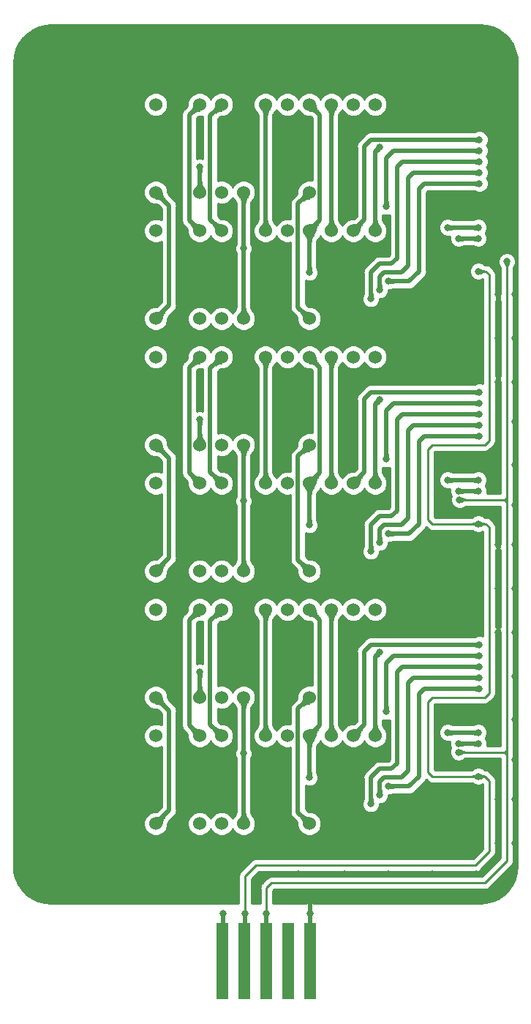
<source format=gtl>
G04 #@! TF.GenerationSoftware,KiCad,Pcbnew,(5.0.2)-1*
G04 #@! TF.CreationDate,2023-09-18T18:41:06+09:00*
G04 #@! TF.ProjectId,Building,4275696c-6469-46e6-972e-6b696361645f,rev?*
G04 #@! TF.SameCoordinates,Original*
G04 #@! TF.FileFunction,Copper,L1,Top*
G04 #@! TF.FilePolarity,Positive*
%FSLAX46Y46*%
G04 Gerber Fmt 4.6, Leading zero omitted, Abs format (unit mm)*
G04 Created by KiCad (PCBNEW (5.0.2)-1) date 2023/09/18 18:41:06*
%MOMM*%
%LPD*%
G01*
G04 APERTURE LIST*
G04 #@! TA.AperFunction,ComponentPad*
%ADD10C,1.524000*%
G04 #@! TD*
G04 #@! TA.AperFunction,ConnectorPad*
%ADD11R,1.470000X8.890000*%
G04 #@! TD*
G04 #@! TA.AperFunction,ViaPad*
%ADD12C,0.800000*%
G04 #@! TD*
G04 #@! TA.AperFunction,Conductor*
%ADD13C,0.500000*%
G04 #@! TD*
G04 #@! TA.AperFunction,Conductor*
%ADD14C,0.250000*%
G04 #@! TD*
G04 #@! TA.AperFunction,Conductor*
%ADD15C,0.254000*%
G04 #@! TD*
G04 #@! TA.AperFunction,Conductor*
%ADD16C,0.025400*%
G04 #@! TD*
G04 APERTURE END LIST*
D10*
G04 #@! TO.P,U1,1*
G04 #@! TO.N,/E_1*
X125400000Y-46825000D03*
G04 #@! TO.P,U1,3*
G04 #@! TO.N,/CA2*
X130480000Y-46825000D03*
G04 #@! TO.P,U1,4*
G04 #@! TO.N,/CA3*
X133020000Y-46825000D03*
G04 #@! TO.P,U1,5*
G04 #@! TO.N,/D_1*
X135560000Y-46825000D03*
G04 #@! TO.P,U1,8*
G04 #@! TO.N,/DP_1*
X143180000Y-46825000D03*
G04 #@! TO.P,U1,12*
G04 #@! TO.N,/CA6*
X150800000Y-36665000D03*
G04 #@! TO.P,U1,13*
G04 #@! TO.N,/CA5*
X148260000Y-36665000D03*
G04 #@! TO.P,U1,14*
G04 #@! TO.N,/F_1*
X145720000Y-36665000D03*
G04 #@! TO.P,U1,15*
G04 #@! TO.N,/A_1*
X143180000Y-36665000D03*
G04 #@! TO.P,U1,16*
G04 #@! TO.N,/CA4*
X140640000Y-36665000D03*
G04 #@! TO.P,U1,17*
G04 #@! TO.N,/G_1*
X138100000Y-36665000D03*
G04 #@! TO.P,U1,19*
G04 #@! TO.N,/C_1*
X133020000Y-36665000D03*
G04 #@! TO.P,U1,20*
G04 #@! TO.N,/B_1*
X130480000Y-36665000D03*
G04 #@! TO.P,U1,22*
G04 #@! TO.N,/CA1*
X125400000Y-36665000D03*
G04 #@! TD*
G04 #@! TO.P,U2,22*
G04 #@! TO.N,/CA7*
X125400000Y-51270000D03*
G04 #@! TO.P,U2,20*
G04 #@! TO.N,/B_1*
X130480000Y-51270000D03*
G04 #@! TO.P,U2,19*
G04 #@! TO.N,/C_1*
X133020000Y-51270000D03*
G04 #@! TO.P,U2,17*
G04 #@! TO.N,/G_1*
X138100000Y-51270000D03*
G04 #@! TO.P,U2,16*
G04 #@! TO.N,/CA10*
X140640000Y-51270000D03*
G04 #@! TO.P,U2,15*
G04 #@! TO.N,/A_1*
X143180000Y-51270000D03*
G04 #@! TO.P,U2,14*
G04 #@! TO.N,/F_1*
X145720000Y-51270000D03*
G04 #@! TO.P,U2,13*
G04 #@! TO.N,/CA11*
X148260000Y-51270000D03*
G04 #@! TO.P,U2,12*
G04 #@! TO.N,/CA12*
X150800000Y-51270000D03*
G04 #@! TO.P,U2,8*
G04 #@! TO.N,/DP_1*
X143180000Y-61430000D03*
G04 #@! TO.P,U2,5*
G04 #@! TO.N,/D_1*
X135560000Y-61430000D03*
G04 #@! TO.P,U2,4*
G04 #@! TO.N,/CA9*
X133020000Y-61430000D03*
G04 #@! TO.P,U2,3*
G04 #@! TO.N,/CA8*
X130480000Y-61430000D03*
G04 #@! TO.P,U2,1*
G04 #@! TO.N,/E_1*
X125400000Y-61430000D03*
G04 #@! TD*
D11*
G04 #@! TO.P,J1,1*
G04 #@! TO.N,+5V*
X133149000Y-135765500D03*
G04 #@! TO.P,J1,2*
G04 #@! TO.N,SDA*
X135689000Y-135765500D03*
G04 #@! TO.P,J1,3*
G04 #@! TO.N,SCL*
X138229000Y-135765500D03*
G04 #@! TO.P,J1,4*
G04 #@! TO.N,Net-(J1-Pad4)*
X140769000Y-135765500D03*
G04 #@! TO.P,J1,5*
G04 #@! TO.N,GND*
X143309000Y-135765500D03*
G04 #@! TD*
D10*
G04 #@! TO.P,U3,1*
G04 #@! TO.N,/E_2*
X125400000Y-76035000D03*
G04 #@! TO.P,U3,3*
G04 #@! TO.N,/CA14*
X130480000Y-76035000D03*
G04 #@! TO.P,U3,4*
G04 #@! TO.N,/CA15*
X133020000Y-76035000D03*
G04 #@! TO.P,U3,5*
G04 #@! TO.N,/D_2*
X135560000Y-76035000D03*
G04 #@! TO.P,U3,8*
G04 #@! TO.N,/DP_2*
X143180000Y-76035000D03*
G04 #@! TO.P,U3,12*
G04 #@! TO.N,/CA18*
X150800000Y-65875000D03*
G04 #@! TO.P,U3,13*
G04 #@! TO.N,/CA17*
X148260000Y-65875000D03*
G04 #@! TO.P,U3,14*
G04 #@! TO.N,/F_2*
X145720000Y-65875000D03*
G04 #@! TO.P,U3,15*
G04 #@! TO.N,/A_2*
X143180000Y-65875000D03*
G04 #@! TO.P,U3,16*
G04 #@! TO.N,/CA16*
X140640000Y-65875000D03*
G04 #@! TO.P,U3,17*
G04 #@! TO.N,/G_2*
X138100000Y-65875000D03*
G04 #@! TO.P,U3,19*
G04 #@! TO.N,/C_2*
X133020000Y-65875000D03*
G04 #@! TO.P,U3,20*
G04 #@! TO.N,/B_2*
X130480000Y-65875000D03*
G04 #@! TO.P,U3,22*
G04 #@! TO.N,/CA13*
X125400000Y-65875000D03*
G04 #@! TD*
G04 #@! TO.P,U4,22*
G04 #@! TO.N,/CA19*
X125400000Y-80480000D03*
G04 #@! TO.P,U4,20*
G04 #@! TO.N,/B_2*
X130480000Y-80480000D03*
G04 #@! TO.P,U4,19*
G04 #@! TO.N,/C_2*
X133020000Y-80480000D03*
G04 #@! TO.P,U4,17*
G04 #@! TO.N,/G_2*
X138100000Y-80480000D03*
G04 #@! TO.P,U4,16*
G04 #@! TO.N,/CA22*
X140640000Y-80480000D03*
G04 #@! TO.P,U4,15*
G04 #@! TO.N,/A_2*
X143180000Y-80480000D03*
G04 #@! TO.P,U4,14*
G04 #@! TO.N,/F_2*
X145720000Y-80480000D03*
G04 #@! TO.P,U4,13*
G04 #@! TO.N,/CA23*
X148260000Y-80480000D03*
G04 #@! TO.P,U4,12*
G04 #@! TO.N,/CA24*
X150800000Y-80480000D03*
G04 #@! TO.P,U4,8*
G04 #@! TO.N,/DP_2*
X143180000Y-90640000D03*
G04 #@! TO.P,U4,5*
G04 #@! TO.N,/D_2*
X135560000Y-90640000D03*
G04 #@! TO.P,U4,4*
G04 #@! TO.N,/CA21*
X133020000Y-90640000D03*
G04 #@! TO.P,U4,3*
G04 #@! TO.N,/CA20*
X130480000Y-90640000D03*
G04 #@! TO.P,U4,1*
G04 #@! TO.N,/E_2*
X125400000Y-90640000D03*
G04 #@! TD*
G04 #@! TO.P,U5,1*
G04 #@! TO.N,/E_3*
X125400000Y-105245000D03*
G04 #@! TO.P,U5,3*
G04 #@! TO.N,/CA26*
X130480000Y-105245000D03*
G04 #@! TO.P,U5,4*
G04 #@! TO.N,/CA27*
X133020000Y-105245000D03*
G04 #@! TO.P,U5,5*
G04 #@! TO.N,/D_3*
X135560000Y-105245000D03*
G04 #@! TO.P,U5,8*
G04 #@! TO.N,/DP_3*
X143180000Y-105245000D03*
G04 #@! TO.P,U5,12*
G04 #@! TO.N,/CA30*
X150800000Y-95085000D03*
G04 #@! TO.P,U5,13*
G04 #@! TO.N,/CA29*
X148260000Y-95085000D03*
G04 #@! TO.P,U5,14*
G04 #@! TO.N,/F_3*
X145720000Y-95085000D03*
G04 #@! TO.P,U5,15*
G04 #@! TO.N,/A_3*
X143180000Y-95085000D03*
G04 #@! TO.P,U5,16*
G04 #@! TO.N,/CA28*
X140640000Y-95085000D03*
G04 #@! TO.P,U5,17*
G04 #@! TO.N,/G_3*
X138100000Y-95085000D03*
G04 #@! TO.P,U5,19*
G04 #@! TO.N,/C_3*
X133020000Y-95085000D03*
G04 #@! TO.P,U5,20*
G04 #@! TO.N,/B_3*
X130480000Y-95085000D03*
G04 #@! TO.P,U5,22*
G04 #@! TO.N,/CA25*
X125400000Y-95085000D03*
G04 #@! TD*
G04 #@! TO.P,U6,22*
G04 #@! TO.N,/CA31*
X125400000Y-109690000D03*
G04 #@! TO.P,U6,20*
G04 #@! TO.N,/B_3*
X130480000Y-109690000D03*
G04 #@! TO.P,U6,19*
G04 #@! TO.N,/C_3*
X133020000Y-109690000D03*
G04 #@! TO.P,U6,17*
G04 #@! TO.N,/G_3*
X138100000Y-109690000D03*
G04 #@! TO.P,U6,16*
G04 #@! TO.N,/CA34*
X140640000Y-109690000D03*
G04 #@! TO.P,U6,15*
G04 #@! TO.N,/A_3*
X143180000Y-109690000D03*
G04 #@! TO.P,U6,14*
G04 #@! TO.N,/F_3*
X145720000Y-109690000D03*
G04 #@! TO.P,U6,13*
G04 #@! TO.N,/CA35*
X148260000Y-109690000D03*
G04 #@! TO.P,U6,12*
G04 #@! TO.N,/CA36*
X150800000Y-109690000D03*
G04 #@! TO.P,U6,8*
G04 #@! TO.N,/DP_3*
X143180000Y-119850000D03*
G04 #@! TO.P,U6,5*
G04 #@! TO.N,/D_3*
X135560000Y-119850000D03*
G04 #@! TO.P,U6,4*
G04 #@! TO.N,/CA33*
X133020000Y-119850000D03*
G04 #@! TO.P,U6,3*
G04 #@! TO.N,/CA32*
X130480000Y-119850000D03*
G04 #@! TO.P,U6,1*
G04 #@! TO.N,/E_3*
X125400000Y-119850000D03*
G04 #@! TD*
D12*
G04 #@! TO.N,+5V*
X133229000Y-130265500D03*
G04 #@! TO.N,GND*
X127432000Y-76162000D03*
X140005000Y-76035000D03*
X122225000Y-69050000D03*
X127432000Y-105372000D03*
X136195000Y-98260000D03*
X140005000Y-105245000D03*
X142164000Y-96990000D03*
X130480000Y-98260000D03*
X148260000Y-99784000D03*
X127305000Y-98260000D03*
X140132000Y-99276000D03*
X122225000Y-98260000D03*
X143229000Y-130265500D03*
X127940000Y-39840000D03*
X135560000Y-39840000D03*
X140005000Y-41110000D03*
X142545000Y-38570000D03*
X142545000Y-41110000D03*
X130480000Y-39840000D03*
X147625000Y-41110000D03*
X127432000Y-46952000D03*
X117780000Y-61430000D03*
X117780000Y-36665000D03*
X158420000Y-61430000D03*
X158420000Y-36030000D03*
X154610000Y-36030000D03*
X154610000Y-61430000D03*
X150800000Y-61430000D03*
X146990000Y-61430000D03*
X121590000Y-61430000D03*
X117780000Y-57620000D03*
X121590000Y-57620000D03*
X117780000Y-53810000D03*
X121590000Y-53810000D03*
X117780000Y-39840000D03*
X121590000Y-39840000D03*
X121590000Y-36665000D03*
X127940000Y-61430000D03*
X139370000Y-61430000D03*
X127940000Y-36665000D03*
X146990000Y-38570000D03*
X128575000Y-53810000D03*
X158420000Y-53175000D03*
X140005000Y-46825000D03*
X134290000Y-50000000D03*
X127305000Y-69050000D03*
X130480000Y-69050000D03*
X136195000Y-69050000D03*
X140132000Y-70066000D03*
X142164000Y-67780000D03*
X148260000Y-70574000D03*
X128575000Y-83020000D03*
X121590000Y-90640000D03*
X154610000Y-90640000D03*
X121590000Y-86830000D03*
X117780000Y-90640000D03*
X158420000Y-90640000D03*
X117780000Y-83020000D03*
X150800000Y-90640000D03*
X146990000Y-90640000D03*
X117780000Y-86830000D03*
X121590000Y-83020000D03*
X139370000Y-90640000D03*
X127940000Y-90640000D03*
X117780000Y-112230000D03*
X121590000Y-112230000D03*
X154610000Y-119850000D03*
X121590000Y-116040000D03*
X146990000Y-119850000D03*
X117780000Y-116040000D03*
X127940000Y-119850000D03*
X128575000Y-112230000D03*
X150800000Y-119850000D03*
X121590000Y-119850000D03*
X159055000Y-111595000D03*
X117780000Y-119850000D03*
X139370000Y-119850000D03*
X143180000Y-128597000D03*
X143180000Y-128597000D03*
X157150000Y-86449000D03*
X157150000Y-57239000D03*
X165024000Y-58636000D03*
X165024000Y-68796000D03*
X165024000Y-63716000D03*
X166992500Y-58636000D03*
X166992500Y-63716000D03*
X166992500Y-68796000D03*
X166992500Y-87592000D03*
X166992500Y-92672000D03*
X166992500Y-97752000D03*
X165024000Y-92672000D03*
X165024000Y-97752000D03*
X165024000Y-87592000D03*
X165024000Y-122136000D03*
X165024000Y-117056000D03*
X166992500Y-122136000D03*
X166992500Y-117056000D03*
X166992500Y-78321000D03*
X166992500Y-83020000D03*
X166992500Y-73368000D03*
X166992500Y-102832000D03*
X166992500Y-112484000D03*
X166992500Y-107785000D03*
X159055000Y-82385000D03*
X140640000Y-56096000D03*
X140640000Y-85306000D03*
X140640000Y-114516000D03*
X141910000Y-125692000D03*
X162484000Y-125692000D03*
X157404000Y-125692000D03*
X152324000Y-125692000D03*
X147244000Y-125692000D03*
X112700000Y-31839000D03*
X117780000Y-31839000D03*
X112700000Y-36919000D03*
X112700000Y-41999000D03*
X112700000Y-47079000D03*
X112700000Y-52159000D03*
X112700000Y-57239000D03*
X112700000Y-62319000D03*
X112700000Y-67399000D03*
X112700000Y-72479000D03*
X112700000Y-77559000D03*
X112700000Y-82639000D03*
X112700000Y-87719000D03*
X112700000Y-92799000D03*
X112700000Y-97879000D03*
X112700000Y-102959000D03*
X112700000Y-108039000D03*
X112700000Y-113119000D03*
X112700000Y-118199000D03*
X112700000Y-123279000D03*
X117780000Y-124549000D03*
X121590000Y-124549000D03*
X129210000Y-124549000D03*
X127940000Y-128359000D03*
X122860000Y-128359000D03*
X117780000Y-128359000D03*
X112700000Y-128359000D03*
X122860000Y-31839000D03*
X127940000Y-31839000D03*
X133020000Y-31839000D03*
X138100000Y-31839000D03*
X148260000Y-31839000D03*
X143180000Y-31839000D03*
X153340000Y-31839000D03*
X158420000Y-31839000D03*
X162865000Y-31839000D03*
X162865000Y-36284000D03*
X154610000Y-94069000D03*
X158420000Y-94069000D03*
X162230000Y-94069000D03*
X162230000Y-119469000D03*
X160960000Y-123279000D03*
X146990000Y-128359000D03*
X152070000Y-128359000D03*
X157150000Y-128359000D03*
X162230000Y-128359000D03*
X154610000Y-64859000D03*
X158420000Y-64859000D03*
X162230000Y-64859000D03*
X117780000Y-95339000D03*
X117780000Y-66129000D03*
X158420000Y-119850000D03*
X131750000Y-125819000D03*
X135560000Y-124549000D03*
X125400000Y-124549000D03*
X166040000Y-127089000D03*
X137465000Y-126454000D03*
X166992500Y-53429000D03*
X166992500Y-48349000D03*
X166992500Y-43269000D03*
X166992500Y-38189000D03*
X166992500Y-33109000D03*
G04 #@! TO.N,SCL*
X138229000Y-130265500D03*
X166040000Y-54826000D03*
X160452000Y-111579003D03*
X160579000Y-82385000D03*
G04 #@! TO.N,SDA*
X135729000Y-130265500D03*
X162738000Y-55969000D03*
X162738000Y-85179000D03*
X162738000Y-114389000D03*
G04 #@! TO.N,/CA12*
X151308000Y-41618000D03*
G04 #@! TO.N,/CA11*
X162865000Y-40729000D03*
G04 #@! TO.N,/CA10*
X162865000Y-41999000D03*
X152070000Y-48476000D03*
G04 #@! TO.N,/CA9*
X162865000Y-43269000D03*
X150292000Y-59144000D03*
G04 #@! TO.N,/CA8*
X162865000Y-44539000D03*
X151308000Y-58128000D03*
G04 #@! TO.N,/CA7*
X162865000Y-45809000D03*
X152324000Y-57112000D03*
G04 #@! TO.N,/CA3*
X162738000Y-50889000D03*
X159182000Y-50889000D03*
G04 #@! TO.N,/CA2*
X162738000Y-52159000D03*
X160452000Y-52159000D03*
X130480000Y-43904000D03*
G04 #@! TO.N,/A_1*
X143180000Y-56096000D03*
G04 #@! TO.N,/A_2*
X143180000Y-85306000D03*
G04 #@! TO.N,/A_3*
X143180000Y-114516000D03*
G04 #@! TO.N,/D_1*
X135558396Y-53308713D03*
G04 #@! TO.N,/CA14*
X130480000Y-73114000D03*
X160452000Y-81369000D03*
X162738000Y-81369000D03*
G04 #@! TO.N,/CA15*
X159182000Y-80099000D03*
X162738000Y-80099000D03*
G04 #@! TO.N,/CA19*
X162865000Y-75019000D03*
X152324000Y-86322000D03*
G04 #@! TO.N,/CA20*
X162865000Y-73749000D03*
X151308000Y-87338000D03*
G04 #@! TO.N,/CA21*
X150292000Y-88354000D03*
X162865000Y-72479000D03*
G04 #@! TO.N,/CA22*
X152070000Y-77686000D03*
X162865000Y-71209000D03*
G04 #@! TO.N,/CA23*
X162865000Y-69939000D03*
G04 #@! TO.N,/CA24*
X151308000Y-70828000D03*
G04 #@! TO.N,/D_2*
X135558396Y-82518713D03*
G04 #@! TO.N,/D_3*
X135558396Y-111728713D03*
G04 #@! TO.N,/CA36*
X151308000Y-100038000D03*
G04 #@! TO.N,/CA35*
X162865000Y-99149000D03*
G04 #@! TO.N,/CA34*
X152070000Y-106896000D03*
X162865000Y-100419000D03*
G04 #@! TO.N,/CA33*
X150292000Y-117564000D03*
X162865000Y-101689000D03*
G04 #@! TO.N,/CA32*
X162865000Y-102959000D03*
X151308000Y-116548000D03*
G04 #@! TO.N,/CA31*
X162865000Y-104229000D03*
X152324000Y-115532000D03*
G04 #@! TO.N,/CA27*
X159182000Y-109309000D03*
X162738000Y-109309000D03*
G04 #@! TO.N,/CA26*
X130480000Y-102324000D03*
X160452000Y-110579000D03*
X162738000Y-110579000D03*
G04 #@! TD*
D13*
G04 #@! TO.N,+5V*
X133229000Y-135685500D02*
X133149000Y-135765500D01*
X133229000Y-130265500D02*
X133229000Y-135685500D01*
G04 #@! TO.N,GND*
X143229000Y-135685500D02*
X143309000Y-135765500D01*
X143229000Y-130265500D02*
X143229000Y-135685500D01*
X165024000Y-58636000D02*
X165024000Y-68796000D01*
X143229000Y-128646000D02*
X143180000Y-128597000D01*
X143229000Y-130265500D02*
X143229000Y-128646000D01*
D14*
X165024000Y-87592000D02*
X165024000Y-97752000D01*
G04 #@! TO.N,SCL*
X166040000Y-54826000D02*
X166040000Y-55588000D01*
X166040000Y-55588000D02*
X166040000Y-55334000D01*
X166040000Y-82131000D02*
X165786000Y-82385000D01*
X165786000Y-82385000D02*
X166040000Y-82385000D01*
X166040000Y-82131000D02*
X166040000Y-55588000D01*
X166040000Y-82385000D02*
X166040000Y-82131000D01*
X166040000Y-82639000D02*
X165786000Y-82385000D01*
X166040000Y-82639000D02*
X166040000Y-82385000D01*
X166040000Y-112865000D02*
X166040000Y-113119000D01*
X166040000Y-113119000D02*
X166040000Y-113373000D01*
X166040000Y-113373000D02*
X166040000Y-117500500D01*
X166040000Y-117640200D02*
X166040000Y-118008500D01*
X166040000Y-117500500D02*
X166040000Y-117640200D01*
D13*
X138229000Y-130265500D02*
X138229000Y-135765500D01*
D14*
X138229000Y-127277500D02*
X138229000Y-130265500D01*
X138798500Y-126708000D02*
X138229000Y-127277500D01*
X163500000Y-126708000D02*
X138798500Y-126708000D01*
X165976500Y-124231500D02*
X163500000Y-126708000D01*
X166040000Y-124168000D02*
X165976500Y-124231500D01*
X166040000Y-113119000D02*
X166040000Y-124168000D01*
X166024003Y-111341000D02*
X165786000Y-111579003D01*
X166040000Y-111341000D02*
X166024003Y-111341000D01*
X165786000Y-111579003D02*
X165928997Y-111579003D01*
X160452000Y-111579003D02*
X165786000Y-111579003D01*
X166040000Y-111341000D02*
X166040000Y-111468000D01*
X166040000Y-83909000D02*
X166040000Y-111341000D01*
X165786000Y-111595000D02*
X166040000Y-111849000D01*
X165786000Y-111579003D02*
X165786000Y-111595000D01*
X166040000Y-111468000D02*
X166040000Y-111849000D01*
X166040000Y-111849000D02*
X166040000Y-112865000D01*
X160579000Y-82385000D02*
X165786000Y-82385000D01*
X166040000Y-83909000D02*
X166040000Y-82639000D01*
D13*
G04 #@! TO.N,SDA*
X135729000Y-135725500D02*
X135689000Y-135765500D01*
X135729000Y-130265500D02*
X135729000Y-135725500D01*
D14*
X163627000Y-85179000D02*
X162738000Y-85179000D01*
X158039000Y-105245000D02*
X163500000Y-105245000D01*
X163500000Y-105245000D02*
X164008000Y-104737000D01*
X164008000Y-104737000D02*
X164008000Y-85560000D01*
X164008000Y-85560000D02*
X163627000Y-85179000D01*
X157404000Y-105245000D02*
X163500000Y-105245000D01*
X156896000Y-105753000D02*
X157404000Y-105245000D01*
X156896000Y-113881000D02*
X156896000Y-105753000D01*
X157404000Y-114389000D02*
X156896000Y-113881000D01*
X162738000Y-114389000D02*
X157404000Y-114389000D01*
X163627000Y-55969000D02*
X162738000Y-55969000D01*
X164008000Y-56350000D02*
X163627000Y-55969000D01*
X164008000Y-75527000D02*
X164008000Y-56350000D01*
X163500000Y-76035000D02*
X164008000Y-75527000D01*
X157404000Y-76035000D02*
X156896000Y-76543000D01*
X157404000Y-76035000D02*
X163500000Y-76035000D01*
X156896000Y-84671000D02*
X157404000Y-85179000D01*
X162738000Y-85179000D02*
X157404000Y-85179000D01*
X156896000Y-84671000D02*
X156896000Y-76543000D01*
X163500000Y-114389000D02*
X162738000Y-114389000D01*
X135729000Y-125946000D02*
X136999000Y-124676000D01*
X135729000Y-130265500D02*
X135729000Y-125946000D01*
X136999000Y-124676000D02*
X162420500Y-124676000D01*
X162420500Y-124676000D02*
X164008000Y-123088500D01*
X164008000Y-123088500D02*
X164008000Y-114897000D01*
X164008000Y-114897000D02*
X163500000Y-114389000D01*
D13*
G04 #@! TO.N,/CA12*
X150800000Y-51270000D02*
X150800000Y-43396000D01*
X150800000Y-42380000D02*
X150800000Y-42126000D01*
X150800000Y-43396000D02*
X150800000Y-42380000D01*
X150800000Y-42126000D02*
X151308000Y-41618000D01*
G04 #@! TO.N,/CA11*
X162865000Y-40729000D02*
X154356000Y-40729000D01*
X148260000Y-51270000D02*
X149530000Y-50000000D01*
X149530000Y-41491000D02*
X150292000Y-40729000D01*
X149530000Y-50000000D02*
X149530000Y-41491000D01*
X150292000Y-40729000D02*
X154356000Y-40729000D01*
G04 #@! TO.N,/CA10*
X152070000Y-48476000D02*
X152070000Y-42888000D01*
X152959000Y-41999000D02*
X154864000Y-41999000D01*
X152070000Y-42888000D02*
X152959000Y-41999000D01*
X154229000Y-41999000D02*
X154864000Y-41999000D01*
X154864000Y-41999000D02*
X162865000Y-41999000D01*
G04 #@! TO.N,/CA9*
X150292000Y-56096000D02*
X150292000Y-59144000D01*
X153975000Y-43269000D02*
X153340000Y-43904000D01*
X153340000Y-43904000D02*
X153340000Y-54445000D01*
X162865000Y-43269000D02*
X153975000Y-43269000D01*
X153340000Y-54445000D02*
X152705000Y-55080000D01*
X152705000Y-55080000D02*
X151308000Y-55080000D01*
X151308000Y-55080000D02*
X150292000Y-56096000D01*
D14*
G04 #@! TO.N,/CA8*
X162992000Y-44666000D02*
X162865000Y-44539000D01*
D13*
X155245000Y-44539000D02*
X162865000Y-44539000D01*
X151308000Y-58128000D02*
X151308000Y-56604000D01*
X151308000Y-56604000D02*
X151816000Y-56096000D01*
X151816000Y-56096000D02*
X153848000Y-56096000D01*
X153848000Y-56096000D02*
X154610000Y-55334000D01*
X154610000Y-55334000D02*
X154610000Y-45174000D01*
X154610000Y-45174000D02*
X155245000Y-44539000D01*
D14*
G04 #@! TO.N,/CA7*
X162738000Y-45936000D02*
X162865000Y-45809000D01*
D13*
X156515000Y-45809000D02*
X162865000Y-45809000D01*
X155880000Y-46444000D02*
X156515000Y-45809000D01*
X155880000Y-55969000D02*
X155880000Y-46444000D01*
X154737000Y-57112000D02*
X155880000Y-55969000D01*
X152324000Y-57112000D02*
X154737000Y-57112000D01*
G04 #@! TO.N,/CA3*
X162738000Y-50889000D02*
X159182000Y-50889000D01*
G04 #@! TO.N,/CA2*
X162738000Y-52159000D02*
X160452000Y-52159000D01*
X130480000Y-46825000D02*
X130480000Y-43904000D01*
G04 #@! TO.N,/A_1*
X144392001Y-37877001D02*
X144392001Y-50057999D01*
X143180000Y-36665000D02*
X144392001Y-37877001D01*
X143180000Y-51270000D02*
X143180000Y-56096000D01*
X144392001Y-50057999D02*
X143180000Y-51270000D01*
G04 #@! TO.N,/A_2*
X143180000Y-65875000D02*
X144392001Y-67087001D01*
X143180000Y-80480000D02*
X143180000Y-85306000D01*
X144392001Y-67087001D02*
X144392001Y-79267999D01*
X144392001Y-79267999D02*
X143180000Y-80480000D01*
G04 #@! TO.N,/A_3*
X143180000Y-95085000D02*
X144392001Y-96297001D01*
X143180000Y-109690000D02*
X143180000Y-114516000D01*
X144392001Y-96297001D02*
X144392001Y-108477999D01*
X144392001Y-108477999D02*
X143180000Y-109690000D01*
G04 #@! TO.N,/B_1*
X129267999Y-37877001D02*
X129267999Y-50057999D01*
X130480000Y-36665000D02*
X129267999Y-37877001D01*
X129267999Y-50057999D02*
X130480000Y-51270000D01*
G04 #@! TO.N,/C_1*
X131692001Y-37992999D02*
X131692001Y-49942001D01*
X133020000Y-36665000D02*
X131692001Y-37992999D01*
X131692001Y-49942001D02*
X133020000Y-51270000D01*
G04 #@! TO.N,/D_1*
X135560000Y-46825000D02*
X135560000Y-61430000D01*
G04 #@! TO.N,/E_1*
X125400000Y-46825000D02*
X126924000Y-48349000D01*
X126924000Y-59906000D02*
X125400000Y-61430000D01*
X126924000Y-48349000D02*
X126924000Y-59906000D01*
G04 #@! TO.N,/F_1*
X145720000Y-51270000D02*
X145720000Y-36665000D01*
G04 #@! TO.N,/G_1*
X138100000Y-36665000D02*
X138100000Y-51270000D01*
G04 #@! TO.N,/DP_1*
X141852001Y-48152999D02*
X141852001Y-60102001D01*
X143180000Y-46825000D02*
X141852001Y-48152999D01*
X141852001Y-60102001D02*
X143180000Y-61430000D01*
G04 #@! TO.N,/CA14*
X130480000Y-76035000D02*
X130480000Y-73114000D01*
X162738000Y-81369000D02*
X160452000Y-81369000D01*
G04 #@! TO.N,/CA15*
X162738000Y-80099000D02*
X159182000Y-80099000D01*
D14*
G04 #@! TO.N,/CA19*
X162738000Y-75146000D02*
X162865000Y-75019000D01*
D13*
X156515000Y-75019000D02*
X162865000Y-75019000D01*
X155880000Y-75654000D02*
X156515000Y-75019000D01*
X155880000Y-85179000D02*
X155880000Y-75654000D01*
X154737000Y-86322000D02*
X155880000Y-85179000D01*
X152324000Y-86322000D02*
X154737000Y-86322000D01*
D14*
G04 #@! TO.N,/CA20*
X162992000Y-73876000D02*
X162865000Y-73749000D01*
D13*
X155245000Y-73749000D02*
X162865000Y-73749000D01*
X151308000Y-87338000D02*
X151308000Y-85814000D01*
X151308000Y-85814000D02*
X151816000Y-85306000D01*
X151816000Y-85306000D02*
X153848000Y-85306000D01*
X153848000Y-85306000D02*
X154610000Y-84544000D01*
X154610000Y-84544000D02*
X154610000Y-74384000D01*
X154610000Y-74384000D02*
X155245000Y-73749000D01*
G04 #@! TO.N,/CA21*
X150292000Y-85306000D02*
X150292000Y-88354000D01*
X162865000Y-72479000D02*
X153975000Y-72479000D01*
X153975000Y-72479000D02*
X153340000Y-73114000D01*
X153340000Y-73114000D02*
X153340000Y-83655000D01*
X153340000Y-83655000D02*
X152705000Y-84290000D01*
X152705000Y-84290000D02*
X151308000Y-84290000D01*
X151308000Y-84290000D02*
X150292000Y-85306000D01*
G04 #@! TO.N,/CA22*
X154229000Y-71209000D02*
X154864000Y-71209000D01*
X154864000Y-71209000D02*
X162865000Y-71209000D01*
X152070000Y-77686000D02*
X152070000Y-72098000D01*
X152070000Y-72098000D02*
X152959000Y-71209000D01*
X152959000Y-71209000D02*
X154864000Y-71209000D01*
G04 #@! TO.N,/CA23*
X148260000Y-80480000D02*
X149530000Y-79210000D01*
X162865000Y-69939000D02*
X154356000Y-69939000D01*
X149530000Y-70701000D02*
X150292000Y-69939000D01*
X149530000Y-79210000D02*
X149530000Y-70701000D01*
X150292000Y-69939000D02*
X154356000Y-69939000D01*
G04 #@! TO.N,/CA24*
X150800000Y-80480000D02*
X150800000Y-72606000D01*
X150800000Y-71590000D02*
X150800000Y-71336000D01*
X150800000Y-72606000D02*
X150800000Y-71590000D01*
X150800000Y-71336000D02*
X151308000Y-70828000D01*
G04 #@! TO.N,/DP_2*
X143180000Y-76035000D02*
X141852001Y-77362999D01*
X141852001Y-77362999D02*
X141852001Y-89312001D01*
X141852001Y-89312001D02*
X143180000Y-90640000D01*
G04 #@! TO.N,/G_2*
X138100000Y-65875000D02*
X138100000Y-80480000D01*
G04 #@! TO.N,/F_2*
X145720000Y-80480000D02*
X145720000Y-65875000D01*
G04 #@! TO.N,/E_2*
X126924000Y-89116000D02*
X125400000Y-90640000D01*
X126924000Y-77559000D02*
X126924000Y-89116000D01*
X125400000Y-76035000D02*
X126924000Y-77559000D01*
G04 #@! TO.N,/D_2*
X135560000Y-76035000D02*
X135560000Y-90640000D01*
G04 #@! TO.N,/C_2*
X131692001Y-67202999D02*
X131692001Y-79152001D01*
X133020000Y-65875000D02*
X131692001Y-67202999D01*
X131692001Y-79152001D02*
X133020000Y-80480000D01*
G04 #@! TO.N,/B_2*
X129267999Y-67087001D02*
X129267999Y-79267999D01*
X130480000Y-65875000D02*
X129267999Y-67087001D01*
X129267999Y-79267999D02*
X130480000Y-80480000D01*
G04 #@! TO.N,/B_3*
X129267999Y-96297001D02*
X129267999Y-108477999D01*
X130480000Y-95085000D02*
X129267999Y-96297001D01*
X129267999Y-108477999D02*
X130480000Y-109690000D01*
G04 #@! TO.N,/C_3*
X131692001Y-96412999D02*
X131692001Y-108362001D01*
X133020000Y-95085000D02*
X131692001Y-96412999D01*
X131692001Y-108362001D02*
X133020000Y-109690000D01*
G04 #@! TO.N,/D_3*
X135560000Y-105245000D02*
X135560000Y-119850000D01*
G04 #@! TO.N,/E_3*
X126924000Y-118326000D02*
X125400000Y-119850000D01*
X126924000Y-106769000D02*
X126924000Y-118326000D01*
X125400000Y-105245000D02*
X126924000Y-106769000D01*
G04 #@! TO.N,/F_3*
X145720000Y-109690000D02*
X145720000Y-95085000D01*
G04 #@! TO.N,/G_3*
X138100000Y-95085000D02*
X138100000Y-109690000D01*
G04 #@! TO.N,/DP_3*
X143180000Y-105245000D02*
X141852001Y-106572999D01*
X141852001Y-106572999D02*
X141852001Y-118522001D01*
X141852001Y-118522001D02*
X143180000Y-119850000D01*
G04 #@! TO.N,/CA36*
X150800000Y-109690000D02*
X150800000Y-101816000D01*
X150800000Y-100800000D02*
X150800000Y-100546000D01*
X150800000Y-101816000D02*
X150800000Y-100800000D01*
X150800000Y-100546000D02*
X151308000Y-100038000D01*
G04 #@! TO.N,/CA35*
X148260000Y-109690000D02*
X149530000Y-108420000D01*
X162865000Y-99149000D02*
X154356000Y-99149000D01*
X149530000Y-99911000D02*
X150292000Y-99149000D01*
X149530000Y-108420000D02*
X149530000Y-99911000D01*
X150292000Y-99149000D02*
X154356000Y-99149000D01*
G04 #@! TO.N,/CA34*
X154229000Y-100419000D02*
X154864000Y-100419000D01*
X154864000Y-100419000D02*
X162865000Y-100419000D01*
X152070000Y-106896000D02*
X152070000Y-101308000D01*
X152070000Y-101308000D02*
X152959000Y-100419000D01*
X152959000Y-100419000D02*
X154864000Y-100419000D01*
G04 #@! TO.N,/CA33*
X150292000Y-114516000D02*
X151308000Y-113500000D01*
X150292000Y-117564000D02*
X150292000Y-114516000D01*
X162865000Y-101689000D02*
X153975000Y-101689000D01*
X153975000Y-101689000D02*
X153340000Y-102324000D01*
X153340000Y-112865000D02*
X152705000Y-113500000D01*
X153340000Y-102324000D02*
X153340000Y-112865000D01*
X151308000Y-113500000D02*
X152705000Y-113500000D01*
D14*
G04 #@! TO.N,/CA32*
X162992000Y-103086000D02*
X162865000Y-102959000D01*
D13*
X155245000Y-102959000D02*
X162865000Y-102959000D01*
X151308000Y-115024000D02*
X151816000Y-114516000D01*
X151308000Y-116548000D02*
X151308000Y-115024000D01*
X154610000Y-103594000D02*
X155245000Y-102959000D01*
X151816000Y-114516000D02*
X153848000Y-114516000D01*
X153848000Y-114516000D02*
X154610000Y-113754000D01*
X154610000Y-113754000D02*
X154610000Y-103594000D01*
D14*
G04 #@! TO.N,/CA31*
X162738000Y-104356000D02*
X162865000Y-104229000D01*
D13*
X156515000Y-104229000D02*
X162865000Y-104229000D01*
X155880000Y-104864000D02*
X156515000Y-104229000D01*
X155880000Y-114389000D02*
X155880000Y-104864000D01*
X154737000Y-115532000D02*
X155880000Y-114389000D01*
X152324000Y-115532000D02*
X154737000Y-115532000D01*
G04 #@! TO.N,/CA27*
X162738000Y-109309000D02*
X159182000Y-109309000D01*
G04 #@! TO.N,/CA26*
X130480000Y-105245000D02*
X130480000Y-102324000D01*
X162738000Y-110579000D02*
X160452000Y-110579000D01*
G04 #@! TD*
D15*
G04 #@! TO.N,GND*
G36*
X163709192Y-27550578D02*
X164444389Y-27751705D01*
X165132351Y-28079846D01*
X165751331Y-28524628D01*
X166281761Y-29071988D01*
X166706884Y-29704639D01*
X167013251Y-30402561D01*
X167192499Y-31149183D01*
X167240001Y-31796044D01*
X167240000Y-124738382D01*
X167169422Y-125529193D01*
X166968295Y-126264389D01*
X166640152Y-126952355D01*
X166195374Y-127571328D01*
X165648012Y-128101761D01*
X165015362Y-128526883D01*
X164317439Y-128833251D01*
X163570819Y-129012499D01*
X162923970Y-129060000D01*
X148295311Y-129060000D01*
X148277601Y-129048167D01*
X148229000Y-129038500D01*
X143581024Y-129038500D01*
X143579034Y-129017307D01*
X143576603Y-128981728D01*
X143575675Y-128953895D01*
X143576003Y-128934952D01*
X143576435Y-128930498D01*
X143582653Y-128915602D01*
X143585924Y-128866157D01*
X143570024Y-128819224D01*
X143290024Y-128333567D01*
X143243433Y-128286976D01*
X143196500Y-128271076D01*
X143147055Y-128274347D01*
X143102626Y-128296291D01*
X143069976Y-128333567D01*
X142789976Y-128819224D01*
X142775031Y-128860038D01*
X142775887Y-128909583D01*
X142790132Y-128942358D01*
X142789838Y-128942487D01*
X142794008Y-128952017D01*
X142797988Y-128964106D01*
X142803826Y-128985770D01*
X142810670Y-129015317D01*
X142815433Y-129038500D01*
X138989000Y-129038500D01*
X138989000Y-127592301D01*
X139113302Y-127468000D01*
X163425153Y-127468000D01*
X163500000Y-127482888D01*
X163574847Y-127468000D01*
X163574852Y-127468000D01*
X163796537Y-127423904D01*
X164047929Y-127255929D01*
X164090331Y-127192470D01*
X166524473Y-124758329D01*
X166587929Y-124715929D01*
X166755904Y-124464537D01*
X166800000Y-124242852D01*
X166800000Y-124242848D01*
X166814888Y-124168000D01*
X166800000Y-124093152D01*
X166800000Y-111923846D01*
X166814888Y-111848999D01*
X166800000Y-111774152D01*
X166800000Y-111415852D01*
X166814889Y-111341000D01*
X166800000Y-111266148D01*
X166800000Y-82713846D01*
X166814888Y-82638999D01*
X166800000Y-82564152D01*
X166800000Y-82459851D01*
X166814889Y-82385000D01*
X166800000Y-82310148D01*
X166800000Y-82205848D01*
X166814888Y-82131001D01*
X166800000Y-82056154D01*
X166800000Y-55529711D01*
X166917431Y-55412280D01*
X167075000Y-55031874D01*
X167075000Y-54620126D01*
X166917431Y-54239720D01*
X166626280Y-53948569D01*
X166245874Y-53791000D01*
X165834126Y-53791000D01*
X165453720Y-53948569D01*
X165162569Y-54239720D01*
X165005000Y-54620126D01*
X165005000Y-55031874D01*
X165162569Y-55412280D01*
X165280000Y-55529711D01*
X165280000Y-55662851D01*
X165280001Y-55662856D01*
X165280001Y-58625762D01*
X165134024Y-58372567D01*
X165087433Y-58325976D01*
X165040500Y-58310076D01*
X164991055Y-58313347D01*
X164946626Y-58335291D01*
X164913976Y-58372567D01*
X164768000Y-58625761D01*
X164768000Y-56424846D01*
X164782888Y-56349999D01*
X164768000Y-56275152D01*
X164768000Y-56275148D01*
X164723904Y-56053463D01*
X164555929Y-55802071D01*
X164492472Y-55759671D01*
X164217331Y-55484529D01*
X164174929Y-55421071D01*
X163923537Y-55253096D01*
X163701852Y-55209000D01*
X163701847Y-55209000D01*
X163627000Y-55194112D01*
X163552153Y-55209000D01*
X163441711Y-55209000D01*
X163324280Y-55091569D01*
X162943874Y-54934000D01*
X162532126Y-54934000D01*
X162151720Y-55091569D01*
X161860569Y-55382720D01*
X161703000Y-55763126D01*
X161703000Y-56174874D01*
X161860569Y-56555280D01*
X162151720Y-56846431D01*
X162532126Y-57004000D01*
X162943874Y-57004000D01*
X163248001Y-56878027D01*
X163248000Y-68977368D01*
X163070874Y-68904000D01*
X162659126Y-68904000D01*
X162297447Y-69053812D01*
X162263476Y-69054000D01*
X150379161Y-69054000D01*
X150292000Y-69036663D01*
X150204839Y-69054000D01*
X150204835Y-69054000D01*
X149946690Y-69105348D01*
X149727845Y-69251576D01*
X149727844Y-69251577D01*
X149653951Y-69300951D01*
X149604577Y-69374844D01*
X148965845Y-70013577D01*
X148891952Y-70062951D01*
X148842578Y-70136844D01*
X148842576Y-70136846D01*
X148696348Y-70355691D01*
X148627663Y-70701000D01*
X148645001Y-70788165D01*
X148645000Y-78843421D01*
X148516064Y-78972358D01*
X148481432Y-79004660D01*
X148456749Y-79024532D01*
X148434065Y-79040087D01*
X148413016Y-79052167D01*
X148392973Y-79061566D01*
X148373038Y-79068946D01*
X148352218Y-79074718D01*
X148329370Y-79079045D01*
X148303477Y-79081799D01*
X148260222Y-79083000D01*
X147982119Y-79083000D01*
X147468663Y-79295680D01*
X147075680Y-79688663D01*
X146990000Y-79895513D01*
X146904320Y-79688663D01*
X146707681Y-79492024D01*
X146677926Y-79460569D01*
X146661574Y-79440325D01*
X146648483Y-79421118D01*
X146637830Y-79402292D01*
X146628963Y-79383001D01*
X146621427Y-79362155D01*
X146615090Y-79338748D01*
X146610049Y-79311709D01*
X146606646Y-79280194D01*
X146605000Y-79232887D01*
X146605000Y-67122112D01*
X146606646Y-67074804D01*
X146610049Y-67043290D01*
X146615090Y-67016251D01*
X146621427Y-66992844D01*
X146628963Y-66971998D01*
X146637830Y-66952707D01*
X146648483Y-66933881D01*
X146661574Y-66914674D01*
X146677925Y-66894430D01*
X146707671Y-66862986D01*
X146904320Y-66666337D01*
X146990000Y-66459487D01*
X147075680Y-66666337D01*
X147468663Y-67059320D01*
X147982119Y-67272000D01*
X148537881Y-67272000D01*
X149051337Y-67059320D01*
X149444320Y-66666337D01*
X149530000Y-66459487D01*
X149615680Y-66666337D01*
X150008663Y-67059320D01*
X150522119Y-67272000D01*
X151077881Y-67272000D01*
X151591337Y-67059320D01*
X151984320Y-66666337D01*
X152197000Y-66152881D01*
X152197000Y-65597119D01*
X151984320Y-65083663D01*
X151591337Y-64690680D01*
X151077881Y-64478000D01*
X150522119Y-64478000D01*
X150008663Y-64690680D01*
X149615680Y-65083663D01*
X149530000Y-65290513D01*
X149444320Y-65083663D01*
X149051337Y-64690680D01*
X148537881Y-64478000D01*
X147982119Y-64478000D01*
X147468663Y-64690680D01*
X147075680Y-65083663D01*
X146990000Y-65290513D01*
X146904320Y-65083663D01*
X146511337Y-64690680D01*
X145997881Y-64478000D01*
X145442119Y-64478000D01*
X144928663Y-64690680D01*
X144535680Y-65083663D01*
X144450000Y-65290513D01*
X144364320Y-65083663D01*
X143971337Y-64690680D01*
X143457881Y-64478000D01*
X142902119Y-64478000D01*
X142388663Y-64690680D01*
X141995680Y-65083663D01*
X141910000Y-65290513D01*
X141824320Y-65083663D01*
X141431337Y-64690680D01*
X140917881Y-64478000D01*
X140362119Y-64478000D01*
X139848663Y-64690680D01*
X139455680Y-65083663D01*
X139370000Y-65290513D01*
X139284320Y-65083663D01*
X138891337Y-64690680D01*
X138377881Y-64478000D01*
X137822119Y-64478000D01*
X137308663Y-64690680D01*
X136915680Y-65083663D01*
X136703000Y-65597119D01*
X136703000Y-66152881D01*
X136915680Y-66666337D01*
X137112329Y-66862986D01*
X137142075Y-66894430D01*
X137158426Y-66914674D01*
X137171517Y-66933881D01*
X137182170Y-66952707D01*
X137191037Y-66971998D01*
X137198573Y-66992844D01*
X137204910Y-67016251D01*
X137209951Y-67043290D01*
X137213354Y-67074804D01*
X137215000Y-67122115D01*
X137215001Y-79232861D01*
X137213354Y-79280194D01*
X137209951Y-79311709D01*
X137204910Y-79338748D01*
X137198573Y-79362155D01*
X137191037Y-79383001D01*
X137182170Y-79402292D01*
X137171517Y-79421118D01*
X137158426Y-79440325D01*
X137142074Y-79460569D01*
X137112319Y-79492024D01*
X136915680Y-79688663D01*
X136703000Y-80202119D01*
X136703000Y-80757881D01*
X136915680Y-81271337D01*
X137308663Y-81664320D01*
X137822119Y-81877000D01*
X138377881Y-81877000D01*
X138891337Y-81664320D01*
X139284320Y-81271337D01*
X139370000Y-81064487D01*
X139455680Y-81271337D01*
X139848663Y-81664320D01*
X140362119Y-81877000D01*
X140917881Y-81877000D01*
X140967001Y-81856654D01*
X140967002Y-89224835D01*
X140949664Y-89312001D01*
X141018349Y-89657310D01*
X141164577Y-89876155D01*
X141164579Y-89876157D01*
X141213953Y-89950050D01*
X141287846Y-89999424D01*
X141672359Y-90383937D01*
X141704660Y-90418567D01*
X141724532Y-90443250D01*
X141740087Y-90465934D01*
X141752167Y-90486983D01*
X141761566Y-90507026D01*
X141768946Y-90526961D01*
X141774718Y-90547781D01*
X141779045Y-90570629D01*
X141781799Y-90596522D01*
X141783000Y-90639778D01*
X141783000Y-90917881D01*
X141995680Y-91431337D01*
X142388663Y-91824320D01*
X142902119Y-92037000D01*
X143457881Y-92037000D01*
X143971337Y-91824320D01*
X144364320Y-91431337D01*
X144577000Y-90917881D01*
X144577000Y-90362119D01*
X144364320Y-89848663D01*
X143971337Y-89455680D01*
X143457881Y-89243000D01*
X143179778Y-89243000D01*
X143136522Y-89241799D01*
X143110629Y-89239045D01*
X143087781Y-89234718D01*
X143066961Y-89228946D01*
X143047026Y-89221566D01*
X143026983Y-89212167D01*
X143005934Y-89200087D01*
X142983250Y-89184532D01*
X142958567Y-89164660D01*
X142923937Y-89132359D01*
X142737001Y-88945423D01*
X142737001Y-86242780D01*
X142974126Y-86341000D01*
X143385874Y-86341000D01*
X143766280Y-86183431D01*
X144057431Y-85892280D01*
X144215000Y-85511874D01*
X144215000Y-85100126D01*
X144065187Y-84738445D01*
X144065000Y-84704494D01*
X144065000Y-81727112D01*
X144066646Y-81679804D01*
X144070049Y-81648290D01*
X144075090Y-81621251D01*
X144081427Y-81597844D01*
X144088963Y-81576998D01*
X144097830Y-81557707D01*
X144108483Y-81538881D01*
X144121574Y-81519674D01*
X144137925Y-81499430D01*
X144167671Y-81467986D01*
X144364320Y-81271337D01*
X144450000Y-81064487D01*
X144535680Y-81271337D01*
X144928663Y-81664320D01*
X145442119Y-81877000D01*
X145997881Y-81877000D01*
X146511337Y-81664320D01*
X146904320Y-81271337D01*
X146990000Y-81064487D01*
X147075680Y-81271337D01*
X147468663Y-81664320D01*
X147982119Y-81877000D01*
X148537881Y-81877000D01*
X149051337Y-81664320D01*
X149444320Y-81271337D01*
X149530000Y-81064487D01*
X149615680Y-81271337D01*
X150008663Y-81664320D01*
X150522119Y-81877000D01*
X151077881Y-81877000D01*
X151591337Y-81664320D01*
X151984320Y-81271337D01*
X152197000Y-80757881D01*
X152197000Y-80202119D01*
X151984320Y-79688663D01*
X151787681Y-79492024D01*
X151757926Y-79460569D01*
X151741574Y-79440325D01*
X151728483Y-79421118D01*
X151717830Y-79402292D01*
X151708963Y-79383001D01*
X151701427Y-79362155D01*
X151695090Y-79338748D01*
X151690049Y-79311709D01*
X151686646Y-79280194D01*
X151685000Y-79232887D01*
X151685000Y-78646804D01*
X151864126Y-78721000D01*
X152275874Y-78721000D01*
X152455001Y-78646804D01*
X152455001Y-83288420D01*
X152338422Y-83405000D01*
X151395161Y-83405000D01*
X151308000Y-83387663D01*
X151220839Y-83405000D01*
X151220835Y-83405000D01*
X150962690Y-83456348D01*
X150743845Y-83602576D01*
X150743844Y-83602577D01*
X150669951Y-83651951D01*
X150620577Y-83725844D01*
X149727847Y-84618575D01*
X149653951Y-84667951D01*
X149458348Y-84960691D01*
X149407000Y-85218836D01*
X149407000Y-85218839D01*
X149389663Y-85306000D01*
X149407000Y-85393161D01*
X149407001Y-87752334D01*
X149406812Y-87786447D01*
X149257000Y-88148126D01*
X149257000Y-88559874D01*
X149414569Y-88940280D01*
X149705720Y-89231431D01*
X150086126Y-89389000D01*
X150497874Y-89389000D01*
X150878280Y-89231431D01*
X151169431Y-88940280D01*
X151327000Y-88559874D01*
X151327000Y-88373000D01*
X151513874Y-88373000D01*
X151894280Y-88215431D01*
X152185431Y-87924280D01*
X152343000Y-87543874D01*
X152343000Y-87357000D01*
X152529874Y-87357000D01*
X152891555Y-87207187D01*
X152925506Y-87207000D01*
X154649839Y-87207000D01*
X154737000Y-87224337D01*
X154824161Y-87207000D01*
X154824165Y-87207000D01*
X155082310Y-87155652D01*
X155375049Y-86960049D01*
X155424425Y-86886153D01*
X156444156Y-85866423D01*
X156518049Y-85817049D01*
X156576803Y-85729119D01*
X156697973Y-85547775D01*
X156813672Y-85663475D01*
X156856071Y-85726929D01*
X156919524Y-85769327D01*
X156919526Y-85769329D01*
X157000098Y-85823165D01*
X157107463Y-85894904D01*
X157329148Y-85939000D01*
X157329152Y-85939000D01*
X157403999Y-85953888D01*
X157478846Y-85939000D01*
X162034289Y-85939000D01*
X162151720Y-86056431D01*
X162532126Y-86214000D01*
X162943874Y-86214000D01*
X163248001Y-86088027D01*
X163248000Y-98187368D01*
X163070874Y-98114000D01*
X162659126Y-98114000D01*
X162297447Y-98263812D01*
X162263476Y-98264000D01*
X150379161Y-98264000D01*
X150292000Y-98246663D01*
X150204839Y-98264000D01*
X150204835Y-98264000D01*
X149946690Y-98315348D01*
X149727845Y-98461576D01*
X149727844Y-98461577D01*
X149653951Y-98510951D01*
X149604577Y-98584844D01*
X148965845Y-99223577D01*
X148891952Y-99272951D01*
X148842578Y-99346844D01*
X148842576Y-99346846D01*
X148696348Y-99565691D01*
X148627663Y-99911000D01*
X148645001Y-99998165D01*
X148645000Y-108053421D01*
X148516064Y-108182358D01*
X148481432Y-108214660D01*
X148456749Y-108234532D01*
X148434065Y-108250087D01*
X148413016Y-108262167D01*
X148392973Y-108271566D01*
X148373038Y-108278946D01*
X148352218Y-108284718D01*
X148329370Y-108289045D01*
X148303477Y-108291799D01*
X148260222Y-108293000D01*
X147982119Y-108293000D01*
X147468663Y-108505680D01*
X147075680Y-108898663D01*
X146990000Y-109105513D01*
X146904320Y-108898663D01*
X146707681Y-108702024D01*
X146677926Y-108670569D01*
X146661574Y-108650325D01*
X146648483Y-108631118D01*
X146637830Y-108612292D01*
X146628963Y-108593001D01*
X146621427Y-108572155D01*
X146615090Y-108548748D01*
X146610049Y-108521709D01*
X146606646Y-108490194D01*
X146605000Y-108442887D01*
X146605000Y-96332112D01*
X146606646Y-96284804D01*
X146610049Y-96253290D01*
X146615090Y-96226251D01*
X146621427Y-96202844D01*
X146628963Y-96181998D01*
X146637830Y-96162707D01*
X146648483Y-96143881D01*
X146661574Y-96124674D01*
X146677925Y-96104430D01*
X146707671Y-96072986D01*
X146904320Y-95876337D01*
X146990000Y-95669487D01*
X147075680Y-95876337D01*
X147468663Y-96269320D01*
X147982119Y-96482000D01*
X148537881Y-96482000D01*
X149051337Y-96269320D01*
X149444320Y-95876337D01*
X149530000Y-95669487D01*
X149615680Y-95876337D01*
X150008663Y-96269320D01*
X150522119Y-96482000D01*
X151077881Y-96482000D01*
X151591337Y-96269320D01*
X151984320Y-95876337D01*
X152197000Y-95362881D01*
X152197000Y-94807119D01*
X151984320Y-94293663D01*
X151591337Y-93900680D01*
X151077881Y-93688000D01*
X150522119Y-93688000D01*
X150008663Y-93900680D01*
X149615680Y-94293663D01*
X149530000Y-94500513D01*
X149444320Y-94293663D01*
X149051337Y-93900680D01*
X148537881Y-93688000D01*
X147982119Y-93688000D01*
X147468663Y-93900680D01*
X147075680Y-94293663D01*
X146990000Y-94500513D01*
X146904320Y-94293663D01*
X146511337Y-93900680D01*
X145997881Y-93688000D01*
X145442119Y-93688000D01*
X144928663Y-93900680D01*
X144535680Y-94293663D01*
X144450000Y-94500513D01*
X144364320Y-94293663D01*
X143971337Y-93900680D01*
X143457881Y-93688000D01*
X142902119Y-93688000D01*
X142388663Y-93900680D01*
X141995680Y-94293663D01*
X141910000Y-94500513D01*
X141824320Y-94293663D01*
X141431337Y-93900680D01*
X140917881Y-93688000D01*
X140362119Y-93688000D01*
X139848663Y-93900680D01*
X139455680Y-94293663D01*
X139370000Y-94500513D01*
X139284320Y-94293663D01*
X138891337Y-93900680D01*
X138377881Y-93688000D01*
X137822119Y-93688000D01*
X137308663Y-93900680D01*
X136915680Y-94293663D01*
X136703000Y-94807119D01*
X136703000Y-95362881D01*
X136915680Y-95876337D01*
X137112329Y-96072986D01*
X137142075Y-96104430D01*
X137158426Y-96124674D01*
X137171517Y-96143881D01*
X137182170Y-96162707D01*
X137191037Y-96181998D01*
X137198573Y-96202844D01*
X137204910Y-96226251D01*
X137209951Y-96253290D01*
X137213354Y-96284804D01*
X137215000Y-96332115D01*
X137215001Y-108442861D01*
X137213354Y-108490194D01*
X137209951Y-108521709D01*
X137204910Y-108548748D01*
X137198573Y-108572155D01*
X137191037Y-108593001D01*
X137182170Y-108612292D01*
X137171517Y-108631118D01*
X137158426Y-108650325D01*
X137142074Y-108670569D01*
X137112319Y-108702024D01*
X136915680Y-108898663D01*
X136703000Y-109412119D01*
X136703000Y-109967881D01*
X136915680Y-110481337D01*
X137308663Y-110874320D01*
X137822119Y-111087000D01*
X138377881Y-111087000D01*
X138891337Y-110874320D01*
X139284320Y-110481337D01*
X139370000Y-110274487D01*
X139455680Y-110481337D01*
X139848663Y-110874320D01*
X140362119Y-111087000D01*
X140917881Y-111087000D01*
X140967001Y-111066654D01*
X140967002Y-118434835D01*
X140949664Y-118522001D01*
X141018349Y-118867310D01*
X141164577Y-119086155D01*
X141164579Y-119086157D01*
X141213953Y-119160050D01*
X141287846Y-119209424D01*
X141672359Y-119593937D01*
X141704660Y-119628567D01*
X141724532Y-119653250D01*
X141740087Y-119675934D01*
X141752167Y-119696983D01*
X141761566Y-119717026D01*
X141768946Y-119736961D01*
X141774718Y-119757781D01*
X141779045Y-119780629D01*
X141781799Y-119806522D01*
X141783000Y-119849778D01*
X141783000Y-120127881D01*
X141995680Y-120641337D01*
X142388663Y-121034320D01*
X142902119Y-121247000D01*
X143457881Y-121247000D01*
X143971337Y-121034320D01*
X144364320Y-120641337D01*
X144577000Y-120127881D01*
X144577000Y-119572119D01*
X144364320Y-119058663D01*
X143971337Y-118665680D01*
X143457881Y-118453000D01*
X143179778Y-118453000D01*
X143136522Y-118451799D01*
X143110629Y-118449045D01*
X143087781Y-118444718D01*
X143066961Y-118438946D01*
X143047026Y-118431566D01*
X143026983Y-118422167D01*
X143005934Y-118410087D01*
X142983250Y-118394532D01*
X142958567Y-118374660D01*
X142923937Y-118342359D01*
X142737001Y-118155423D01*
X142737001Y-115452780D01*
X142974126Y-115551000D01*
X143385874Y-115551000D01*
X143766280Y-115393431D01*
X144057431Y-115102280D01*
X144215000Y-114721874D01*
X144215000Y-114310126D01*
X144065187Y-113948445D01*
X144065000Y-113914494D01*
X144065000Y-110937112D01*
X144066646Y-110889804D01*
X144070049Y-110858290D01*
X144075090Y-110831251D01*
X144081427Y-110807844D01*
X144088963Y-110786998D01*
X144097830Y-110767707D01*
X144108483Y-110748881D01*
X144121574Y-110729674D01*
X144137925Y-110709430D01*
X144167671Y-110677986D01*
X144364320Y-110481337D01*
X144450000Y-110274487D01*
X144535680Y-110481337D01*
X144928663Y-110874320D01*
X145442119Y-111087000D01*
X145997881Y-111087000D01*
X146511337Y-110874320D01*
X146904320Y-110481337D01*
X146990000Y-110274487D01*
X147075680Y-110481337D01*
X147468663Y-110874320D01*
X147982119Y-111087000D01*
X148537881Y-111087000D01*
X149051337Y-110874320D01*
X149444320Y-110481337D01*
X149530000Y-110274487D01*
X149615680Y-110481337D01*
X150008663Y-110874320D01*
X150522119Y-111087000D01*
X151077881Y-111087000D01*
X151591337Y-110874320D01*
X151984320Y-110481337D01*
X152197000Y-109967881D01*
X152197000Y-109412119D01*
X151984320Y-108898663D01*
X151787681Y-108702024D01*
X151757926Y-108670569D01*
X151741574Y-108650325D01*
X151728483Y-108631118D01*
X151717830Y-108612292D01*
X151708963Y-108593001D01*
X151701427Y-108572155D01*
X151695090Y-108548748D01*
X151690049Y-108521709D01*
X151686646Y-108490194D01*
X151685000Y-108442887D01*
X151685000Y-107856804D01*
X151864126Y-107931000D01*
X152275874Y-107931000D01*
X152455001Y-107856804D01*
X152455001Y-112498420D01*
X152338422Y-112615000D01*
X151395161Y-112615000D01*
X151308000Y-112597663D01*
X151220839Y-112615000D01*
X151220835Y-112615000D01*
X150962690Y-112666348D01*
X150743845Y-112812576D01*
X150743844Y-112812577D01*
X150669951Y-112861951D01*
X150620577Y-112935844D01*
X149727845Y-113828577D01*
X149653952Y-113877951D01*
X149604578Y-113951844D01*
X149604576Y-113951846D01*
X149458348Y-114170691D01*
X149389663Y-114516000D01*
X149407001Y-114603165D01*
X149407000Y-116962437D01*
X149406812Y-116996447D01*
X149257000Y-117358126D01*
X149257000Y-117769874D01*
X149414569Y-118150280D01*
X149705720Y-118441431D01*
X150086126Y-118599000D01*
X150497874Y-118599000D01*
X150878280Y-118441431D01*
X151169431Y-118150280D01*
X151327000Y-117769874D01*
X151327000Y-117583000D01*
X151513874Y-117583000D01*
X151894280Y-117425431D01*
X152185431Y-117134280D01*
X152343000Y-116753874D01*
X152343000Y-116567000D01*
X152529874Y-116567000D01*
X152891555Y-116417187D01*
X152925506Y-116417000D01*
X154649839Y-116417000D01*
X154737000Y-116434337D01*
X154824161Y-116417000D01*
X154824165Y-116417000D01*
X155082310Y-116365652D01*
X155375049Y-116170049D01*
X155424425Y-116096153D01*
X156444156Y-115076423D01*
X156518049Y-115027049D01*
X156576803Y-114939119D01*
X156697973Y-114757775D01*
X156813672Y-114873475D01*
X156856071Y-114936929D01*
X156919524Y-114979327D01*
X156919526Y-114979329D01*
X157000098Y-115033165D01*
X157107463Y-115104904D01*
X157329148Y-115149000D01*
X157329152Y-115149000D01*
X157403999Y-115163888D01*
X157478846Y-115149000D01*
X162034289Y-115149000D01*
X162151720Y-115266431D01*
X162532126Y-115424000D01*
X162943874Y-115424000D01*
X163248001Y-115298027D01*
X163248000Y-122773698D01*
X162105699Y-123916000D01*
X137073846Y-123916000D01*
X136998999Y-123901112D01*
X136924152Y-123916000D01*
X136924148Y-123916000D01*
X136702463Y-123960096D01*
X136451071Y-124128071D01*
X136408671Y-124191527D01*
X135244528Y-125355671D01*
X135181072Y-125398071D01*
X135138672Y-125461527D01*
X135138671Y-125461528D01*
X135013097Y-125649463D01*
X134954112Y-125946000D01*
X134969001Y-126020852D01*
X134969000Y-129038500D01*
X128229000Y-129038500D01*
X128180399Y-129048167D01*
X128162689Y-129060000D01*
X113281618Y-129060000D01*
X112490807Y-128989422D01*
X111755611Y-128788295D01*
X111067645Y-128460152D01*
X110448672Y-128015374D01*
X109918239Y-127468012D01*
X109493117Y-126835362D01*
X109186749Y-126137439D01*
X109007501Y-125390819D01*
X108960000Y-124743970D01*
X108960000Y-104967119D01*
X124003000Y-104967119D01*
X124003000Y-105522881D01*
X124215680Y-106036337D01*
X124608663Y-106429320D01*
X125122119Y-106642000D01*
X125400195Y-106642000D01*
X125443491Y-106643202D01*
X125469370Y-106645954D01*
X125492218Y-106650281D01*
X125513038Y-106656053D01*
X125532967Y-106663431D01*
X125553014Y-106672832D01*
X125574073Y-106684918D01*
X125596749Y-106700467D01*
X125621432Y-106720339D01*
X125656059Y-106752638D01*
X126039000Y-107135579D01*
X126039000Y-108442580D01*
X125677881Y-108293000D01*
X125122119Y-108293000D01*
X124608663Y-108505680D01*
X124215680Y-108898663D01*
X124003000Y-109412119D01*
X124003000Y-109967881D01*
X124215680Y-110481337D01*
X124608663Y-110874320D01*
X125122119Y-111087000D01*
X125677881Y-111087000D01*
X126039000Y-110937420D01*
X126039001Y-117959420D01*
X125656065Y-118342356D01*
X125621432Y-118374660D01*
X125596749Y-118394532D01*
X125574065Y-118410087D01*
X125553016Y-118422167D01*
X125532973Y-118431566D01*
X125513038Y-118438946D01*
X125492218Y-118444718D01*
X125469370Y-118449045D01*
X125443477Y-118451799D01*
X125400222Y-118453000D01*
X125122119Y-118453000D01*
X124608663Y-118665680D01*
X124215680Y-119058663D01*
X124003000Y-119572119D01*
X124003000Y-120127881D01*
X124215680Y-120641337D01*
X124608663Y-121034320D01*
X125122119Y-121247000D01*
X125677881Y-121247000D01*
X126191337Y-121034320D01*
X126584320Y-120641337D01*
X126797000Y-120127881D01*
X126797000Y-119849805D01*
X126798202Y-119806508D01*
X126800954Y-119780629D01*
X126805281Y-119757781D01*
X126811053Y-119736961D01*
X126818431Y-119717032D01*
X126827832Y-119696985D01*
X126839918Y-119675926D01*
X126855467Y-119653250D01*
X126875339Y-119628567D01*
X126907632Y-119593947D01*
X127488156Y-119013423D01*
X127562049Y-118964049D01*
X127625263Y-118869444D01*
X127690178Y-118772292D01*
X127757652Y-118671310D01*
X127809000Y-118413165D01*
X127809000Y-118413161D01*
X127826337Y-118326001D01*
X127809000Y-118238841D01*
X127809000Y-106856159D01*
X127826337Y-106768999D01*
X127809000Y-106681839D01*
X127809000Y-106681835D01*
X127757652Y-106423690D01*
X127634421Y-106239263D01*
X127611424Y-106204845D01*
X127611423Y-106204844D01*
X127562049Y-106130951D01*
X127488156Y-106081577D01*
X126907638Y-105501059D01*
X126875339Y-105466432D01*
X126855467Y-105441749D01*
X126839918Y-105419073D01*
X126827832Y-105398014D01*
X126818431Y-105377967D01*
X126811053Y-105358038D01*
X126805281Y-105337218D01*
X126800954Y-105314370D01*
X126798202Y-105288491D01*
X126797000Y-105245195D01*
X126797000Y-104967119D01*
X126584320Y-104453663D01*
X126191337Y-104060680D01*
X125677881Y-103848000D01*
X125122119Y-103848000D01*
X124608663Y-104060680D01*
X124215680Y-104453663D01*
X124003000Y-104967119D01*
X108960000Y-104967119D01*
X108960000Y-94807119D01*
X124003000Y-94807119D01*
X124003000Y-95362881D01*
X124215680Y-95876337D01*
X124608663Y-96269320D01*
X125122119Y-96482000D01*
X125677881Y-96482000D01*
X126124509Y-96297001D01*
X128365662Y-96297001D01*
X128382999Y-96384162D01*
X128383000Y-108390833D01*
X128365662Y-108477999D01*
X128434347Y-108823308D01*
X128580575Y-109042153D01*
X128580576Y-109042154D01*
X128629951Y-109116048D01*
X128703844Y-109165422D01*
X128972358Y-109433937D01*
X129004660Y-109468567D01*
X129024532Y-109493250D01*
X129040087Y-109515934D01*
X129052167Y-109536983D01*
X129061566Y-109557026D01*
X129068946Y-109576961D01*
X129074718Y-109597781D01*
X129079045Y-109620629D01*
X129081799Y-109646522D01*
X129083000Y-109689778D01*
X129083000Y-109967881D01*
X129295680Y-110481337D01*
X129688663Y-110874320D01*
X130202119Y-111087000D01*
X130757881Y-111087000D01*
X131271337Y-110874320D01*
X131664320Y-110481337D01*
X131750000Y-110274487D01*
X131835680Y-110481337D01*
X132228663Y-110874320D01*
X132742119Y-111087000D01*
X133297881Y-111087000D01*
X133811337Y-110874320D01*
X134204320Y-110481337D01*
X134417000Y-109967881D01*
X134417000Y-109412119D01*
X134204320Y-108898663D01*
X133811337Y-108505680D01*
X133297881Y-108293000D01*
X133019778Y-108293000D01*
X132976522Y-108291799D01*
X132950629Y-108289045D01*
X132927781Y-108284718D01*
X132906961Y-108278946D01*
X132887026Y-108271566D01*
X132866983Y-108262167D01*
X132845934Y-108250087D01*
X132823250Y-108234532D01*
X132798567Y-108214660D01*
X132763937Y-108182359D01*
X132577001Y-107995423D01*
X132577001Y-106573606D01*
X132742119Y-106642000D01*
X133297881Y-106642000D01*
X133811337Y-106429320D01*
X134204320Y-106036337D01*
X134290000Y-105829487D01*
X134375680Y-106036337D01*
X134572329Y-106232986D01*
X134602075Y-106264430D01*
X134618426Y-106284674D01*
X134631517Y-106303881D01*
X134642170Y-106322707D01*
X134651037Y-106341998D01*
X134658573Y-106362844D01*
X134664910Y-106386251D01*
X134669951Y-106413290D01*
X134673354Y-106444804D01*
X134675000Y-106492115D01*
X134675000Y-111156833D01*
X134523396Y-111522839D01*
X134523396Y-111934587D01*
X134675000Y-112300593D01*
X134675001Y-118602861D01*
X134673354Y-118650194D01*
X134669951Y-118681709D01*
X134664910Y-118708748D01*
X134658573Y-118732155D01*
X134651037Y-118753001D01*
X134642170Y-118772292D01*
X134631517Y-118791118D01*
X134618426Y-118810325D01*
X134602074Y-118830569D01*
X134572319Y-118862024D01*
X134375680Y-119058663D01*
X134290000Y-119265513D01*
X134204320Y-119058663D01*
X133811337Y-118665680D01*
X133297881Y-118453000D01*
X132742119Y-118453000D01*
X132228663Y-118665680D01*
X131835680Y-119058663D01*
X131750000Y-119265513D01*
X131664320Y-119058663D01*
X131271337Y-118665680D01*
X130757881Y-118453000D01*
X130202119Y-118453000D01*
X129688663Y-118665680D01*
X129295680Y-119058663D01*
X129083000Y-119572119D01*
X129083000Y-120127881D01*
X129295680Y-120641337D01*
X129688663Y-121034320D01*
X130202119Y-121247000D01*
X130757881Y-121247000D01*
X131271337Y-121034320D01*
X131664320Y-120641337D01*
X131750000Y-120434487D01*
X131835680Y-120641337D01*
X132228663Y-121034320D01*
X132742119Y-121247000D01*
X133297881Y-121247000D01*
X133811337Y-121034320D01*
X134204320Y-120641337D01*
X134290000Y-120434487D01*
X134375680Y-120641337D01*
X134768663Y-121034320D01*
X135282119Y-121247000D01*
X135837881Y-121247000D01*
X136351337Y-121034320D01*
X136744320Y-120641337D01*
X136957000Y-120127881D01*
X136957000Y-119572119D01*
X136744320Y-119058663D01*
X136547681Y-118862024D01*
X136517926Y-118830569D01*
X136501574Y-118810325D01*
X136488483Y-118791118D01*
X136477830Y-118772292D01*
X136468963Y-118753001D01*
X136461427Y-118732155D01*
X136455090Y-118708748D01*
X136450049Y-118681709D01*
X136446646Y-118650194D01*
X136445000Y-118602887D01*
X136445000Y-112292847D01*
X136593396Y-111934587D01*
X136593396Y-111522839D01*
X136445000Y-111164579D01*
X136445000Y-106492112D01*
X136446646Y-106444804D01*
X136450049Y-106413290D01*
X136455090Y-106386251D01*
X136461427Y-106362844D01*
X136468963Y-106341998D01*
X136477830Y-106322707D01*
X136488483Y-106303881D01*
X136501574Y-106284674D01*
X136517925Y-106264430D01*
X136547671Y-106232986D01*
X136744320Y-106036337D01*
X136957000Y-105522881D01*
X136957000Y-104967119D01*
X136744320Y-104453663D01*
X136351337Y-104060680D01*
X135837881Y-103848000D01*
X135282119Y-103848000D01*
X134768663Y-104060680D01*
X134375680Y-104453663D01*
X134290000Y-104660513D01*
X134204320Y-104453663D01*
X133811337Y-104060680D01*
X133297881Y-103848000D01*
X132742119Y-103848000D01*
X132577001Y-103916394D01*
X132577001Y-96779577D01*
X132763943Y-96592635D01*
X132798567Y-96560339D01*
X132823250Y-96540467D01*
X132845926Y-96524918D01*
X132866985Y-96512832D01*
X132887032Y-96503431D01*
X132906961Y-96496053D01*
X132927781Y-96490281D01*
X132950629Y-96485954D01*
X132976508Y-96483202D01*
X133019805Y-96482000D01*
X133297881Y-96482000D01*
X133811337Y-96269320D01*
X134204320Y-95876337D01*
X134417000Y-95362881D01*
X134417000Y-94807119D01*
X134204320Y-94293663D01*
X133811337Y-93900680D01*
X133297881Y-93688000D01*
X132742119Y-93688000D01*
X132228663Y-93900680D01*
X131835680Y-94293663D01*
X131750000Y-94500513D01*
X131664320Y-94293663D01*
X131271337Y-93900680D01*
X130757881Y-93688000D01*
X130202119Y-93688000D01*
X129688663Y-93900680D01*
X129295680Y-94293663D01*
X129083000Y-94807119D01*
X129083000Y-95085222D01*
X129081799Y-95128477D01*
X129079045Y-95154370D01*
X129074718Y-95177218D01*
X129068946Y-95198038D01*
X129061566Y-95217973D01*
X129052167Y-95238016D01*
X129040087Y-95259065D01*
X129024532Y-95281749D01*
X129004660Y-95306432D01*
X128972352Y-95341069D01*
X128703846Y-95609576D01*
X128629950Y-95658952D01*
X128434347Y-95951692D01*
X128382999Y-96209837D01*
X128382999Y-96209840D01*
X128365662Y-96297001D01*
X126124509Y-96297001D01*
X126191337Y-96269320D01*
X126584320Y-95876337D01*
X126797000Y-95362881D01*
X126797000Y-94807119D01*
X126584320Y-94293663D01*
X126191337Y-93900680D01*
X125677881Y-93688000D01*
X125122119Y-93688000D01*
X124608663Y-93900680D01*
X124215680Y-94293663D01*
X124003000Y-94807119D01*
X108960000Y-94807119D01*
X108960000Y-75757119D01*
X124003000Y-75757119D01*
X124003000Y-76312881D01*
X124215680Y-76826337D01*
X124608663Y-77219320D01*
X125122119Y-77432000D01*
X125400195Y-77432000D01*
X125443491Y-77433202D01*
X125469370Y-77435954D01*
X125492218Y-77440281D01*
X125513038Y-77446053D01*
X125532967Y-77453431D01*
X125553014Y-77462832D01*
X125574073Y-77474918D01*
X125596749Y-77490467D01*
X125621432Y-77510339D01*
X125656059Y-77542638D01*
X126039000Y-77925579D01*
X126039000Y-79232580D01*
X125677881Y-79083000D01*
X125122119Y-79083000D01*
X124608663Y-79295680D01*
X124215680Y-79688663D01*
X124003000Y-80202119D01*
X124003000Y-80757881D01*
X124215680Y-81271337D01*
X124608663Y-81664320D01*
X125122119Y-81877000D01*
X125677881Y-81877000D01*
X126039000Y-81727420D01*
X126039001Y-88749420D01*
X125656065Y-89132356D01*
X125621432Y-89164660D01*
X125596749Y-89184532D01*
X125574065Y-89200087D01*
X125553016Y-89212167D01*
X125532973Y-89221566D01*
X125513038Y-89228946D01*
X125492218Y-89234718D01*
X125469370Y-89239045D01*
X125443477Y-89241799D01*
X125400222Y-89243000D01*
X125122119Y-89243000D01*
X124608663Y-89455680D01*
X124215680Y-89848663D01*
X124003000Y-90362119D01*
X124003000Y-90917881D01*
X124215680Y-91431337D01*
X124608663Y-91824320D01*
X125122119Y-92037000D01*
X125677881Y-92037000D01*
X126191337Y-91824320D01*
X126584320Y-91431337D01*
X126797000Y-90917881D01*
X126797000Y-90639805D01*
X126798202Y-90596508D01*
X126800954Y-90570629D01*
X126805281Y-90547781D01*
X126811053Y-90526961D01*
X126818431Y-90507032D01*
X126827832Y-90486985D01*
X126839918Y-90465926D01*
X126855467Y-90443250D01*
X126875339Y-90418567D01*
X126907632Y-90383947D01*
X127488156Y-89803423D01*
X127562049Y-89754049D01*
X127625263Y-89659444D01*
X127690178Y-89562292D01*
X127757652Y-89461310D01*
X127809000Y-89203165D01*
X127809000Y-89203161D01*
X127826337Y-89116001D01*
X127809000Y-89028841D01*
X127809000Y-77646159D01*
X127826337Y-77558999D01*
X127809000Y-77471839D01*
X127809000Y-77471835D01*
X127757652Y-77213690D01*
X127634421Y-77029263D01*
X127611424Y-76994845D01*
X127611423Y-76994844D01*
X127562049Y-76920951D01*
X127488156Y-76871577D01*
X126907638Y-76291059D01*
X126875339Y-76256432D01*
X126855467Y-76231749D01*
X126839918Y-76209073D01*
X126827832Y-76188014D01*
X126818431Y-76167967D01*
X126811053Y-76148038D01*
X126805281Y-76127218D01*
X126800954Y-76104370D01*
X126798202Y-76078491D01*
X126797000Y-76035195D01*
X126797000Y-75757119D01*
X126584320Y-75243663D01*
X126191337Y-74850680D01*
X125677881Y-74638000D01*
X125122119Y-74638000D01*
X124608663Y-74850680D01*
X124215680Y-75243663D01*
X124003000Y-75757119D01*
X108960000Y-75757119D01*
X108960000Y-65597119D01*
X124003000Y-65597119D01*
X124003000Y-66152881D01*
X124215680Y-66666337D01*
X124608663Y-67059320D01*
X125122119Y-67272000D01*
X125677881Y-67272000D01*
X126124509Y-67087001D01*
X128365662Y-67087001D01*
X128382999Y-67174162D01*
X128383000Y-79180833D01*
X128365662Y-79267999D01*
X128434347Y-79613308D01*
X128580575Y-79832153D01*
X128580576Y-79832154D01*
X128629951Y-79906048D01*
X128703844Y-79955422D01*
X128972358Y-80223937D01*
X129004660Y-80258567D01*
X129024532Y-80283250D01*
X129040087Y-80305934D01*
X129052167Y-80326983D01*
X129061566Y-80347026D01*
X129068946Y-80366961D01*
X129074718Y-80387781D01*
X129079045Y-80410629D01*
X129081799Y-80436522D01*
X129083000Y-80479778D01*
X129083000Y-80757881D01*
X129295680Y-81271337D01*
X129688663Y-81664320D01*
X130202119Y-81877000D01*
X130757881Y-81877000D01*
X131271337Y-81664320D01*
X131664320Y-81271337D01*
X131750000Y-81064487D01*
X131835680Y-81271337D01*
X132228663Y-81664320D01*
X132742119Y-81877000D01*
X133297881Y-81877000D01*
X133811337Y-81664320D01*
X134204320Y-81271337D01*
X134417000Y-80757881D01*
X134417000Y-80202119D01*
X134204320Y-79688663D01*
X133811337Y-79295680D01*
X133297881Y-79083000D01*
X133019778Y-79083000D01*
X132976522Y-79081799D01*
X132950629Y-79079045D01*
X132927781Y-79074718D01*
X132906961Y-79068946D01*
X132887026Y-79061566D01*
X132866983Y-79052167D01*
X132845934Y-79040087D01*
X132823250Y-79024532D01*
X132798567Y-79004660D01*
X132763937Y-78972359D01*
X132577001Y-78785423D01*
X132577001Y-77363606D01*
X132742119Y-77432000D01*
X133297881Y-77432000D01*
X133811337Y-77219320D01*
X134204320Y-76826337D01*
X134290000Y-76619487D01*
X134375680Y-76826337D01*
X134572329Y-77022986D01*
X134602075Y-77054430D01*
X134618426Y-77074674D01*
X134631517Y-77093881D01*
X134642170Y-77112707D01*
X134651037Y-77131998D01*
X134658573Y-77152844D01*
X134664910Y-77176251D01*
X134669951Y-77203290D01*
X134673354Y-77234804D01*
X134675000Y-77282115D01*
X134675000Y-81946833D01*
X134523396Y-82312839D01*
X134523396Y-82724587D01*
X134675000Y-83090593D01*
X134675001Y-89392861D01*
X134673354Y-89440194D01*
X134669951Y-89471709D01*
X134664910Y-89498748D01*
X134658573Y-89522155D01*
X134651037Y-89543001D01*
X134642170Y-89562292D01*
X134631517Y-89581118D01*
X134618426Y-89600325D01*
X134602074Y-89620569D01*
X134572319Y-89652024D01*
X134375680Y-89848663D01*
X134290000Y-90055513D01*
X134204320Y-89848663D01*
X133811337Y-89455680D01*
X133297881Y-89243000D01*
X132742119Y-89243000D01*
X132228663Y-89455680D01*
X131835680Y-89848663D01*
X131750000Y-90055513D01*
X131664320Y-89848663D01*
X131271337Y-89455680D01*
X130757881Y-89243000D01*
X130202119Y-89243000D01*
X129688663Y-89455680D01*
X129295680Y-89848663D01*
X129083000Y-90362119D01*
X129083000Y-90917881D01*
X129295680Y-91431337D01*
X129688663Y-91824320D01*
X130202119Y-92037000D01*
X130757881Y-92037000D01*
X131271337Y-91824320D01*
X131664320Y-91431337D01*
X131750000Y-91224487D01*
X131835680Y-91431337D01*
X132228663Y-91824320D01*
X132742119Y-92037000D01*
X133297881Y-92037000D01*
X133811337Y-91824320D01*
X134204320Y-91431337D01*
X134290000Y-91224487D01*
X134375680Y-91431337D01*
X134768663Y-91824320D01*
X135282119Y-92037000D01*
X135837881Y-92037000D01*
X136351337Y-91824320D01*
X136744320Y-91431337D01*
X136957000Y-90917881D01*
X136957000Y-90362119D01*
X136744320Y-89848663D01*
X136547681Y-89652024D01*
X136517926Y-89620569D01*
X136501574Y-89600325D01*
X136488483Y-89581118D01*
X136477830Y-89562292D01*
X136468963Y-89543001D01*
X136461427Y-89522155D01*
X136455090Y-89498748D01*
X136450049Y-89471709D01*
X136446646Y-89440194D01*
X136445000Y-89392887D01*
X136445000Y-83082847D01*
X136593396Y-82724587D01*
X136593396Y-82312839D01*
X136445000Y-81954579D01*
X136445000Y-77282112D01*
X136446646Y-77234804D01*
X136450049Y-77203290D01*
X136455090Y-77176251D01*
X136461427Y-77152844D01*
X136468963Y-77131998D01*
X136477830Y-77112707D01*
X136488483Y-77093881D01*
X136501574Y-77074674D01*
X136517925Y-77054430D01*
X136547671Y-77022986D01*
X136744320Y-76826337D01*
X136957000Y-76312881D01*
X136957000Y-75757119D01*
X136744320Y-75243663D01*
X136351337Y-74850680D01*
X135837881Y-74638000D01*
X135282119Y-74638000D01*
X134768663Y-74850680D01*
X134375680Y-75243663D01*
X134290000Y-75450513D01*
X134204320Y-75243663D01*
X133811337Y-74850680D01*
X133297881Y-74638000D01*
X132742119Y-74638000D01*
X132577001Y-74706394D01*
X132577001Y-67569577D01*
X132763943Y-67382635D01*
X132798567Y-67350339D01*
X132823250Y-67330467D01*
X132845926Y-67314918D01*
X132866985Y-67302832D01*
X132887032Y-67293431D01*
X132906961Y-67286053D01*
X132927781Y-67280281D01*
X132950629Y-67275954D01*
X132976508Y-67273202D01*
X133019805Y-67272000D01*
X133297881Y-67272000D01*
X133811337Y-67059320D01*
X134204320Y-66666337D01*
X134417000Y-66152881D01*
X134417000Y-65597119D01*
X134204320Y-65083663D01*
X133811337Y-64690680D01*
X133297881Y-64478000D01*
X132742119Y-64478000D01*
X132228663Y-64690680D01*
X131835680Y-65083663D01*
X131750000Y-65290513D01*
X131664320Y-65083663D01*
X131271337Y-64690680D01*
X130757881Y-64478000D01*
X130202119Y-64478000D01*
X129688663Y-64690680D01*
X129295680Y-65083663D01*
X129083000Y-65597119D01*
X129083000Y-65875222D01*
X129081799Y-65918477D01*
X129079045Y-65944370D01*
X129074718Y-65967218D01*
X129068946Y-65988038D01*
X129061566Y-66007973D01*
X129052167Y-66028016D01*
X129040087Y-66049065D01*
X129024532Y-66071749D01*
X129004660Y-66096432D01*
X128972352Y-66131069D01*
X128703846Y-66399576D01*
X128629950Y-66448952D01*
X128434347Y-66741692D01*
X128382999Y-66999837D01*
X128382999Y-66999840D01*
X128365662Y-67087001D01*
X126124509Y-67087001D01*
X126191337Y-67059320D01*
X126584320Y-66666337D01*
X126797000Y-66152881D01*
X126797000Y-65597119D01*
X126584320Y-65083663D01*
X126191337Y-64690680D01*
X125677881Y-64478000D01*
X125122119Y-64478000D01*
X124608663Y-64690680D01*
X124215680Y-65083663D01*
X124003000Y-65597119D01*
X108960000Y-65597119D01*
X108960000Y-46547119D01*
X124003000Y-46547119D01*
X124003000Y-47102881D01*
X124215680Y-47616337D01*
X124608663Y-48009320D01*
X125122119Y-48222000D01*
X125400195Y-48222000D01*
X125443491Y-48223202D01*
X125469370Y-48225954D01*
X125492218Y-48230281D01*
X125513038Y-48236053D01*
X125532967Y-48243431D01*
X125553014Y-48252832D01*
X125574073Y-48264918D01*
X125596749Y-48280467D01*
X125621432Y-48300339D01*
X125656059Y-48332638D01*
X126039000Y-48715579D01*
X126039000Y-50022580D01*
X125677881Y-49873000D01*
X125122119Y-49873000D01*
X124608663Y-50085680D01*
X124215680Y-50478663D01*
X124003000Y-50992119D01*
X124003000Y-51547881D01*
X124215680Y-52061337D01*
X124608663Y-52454320D01*
X125122119Y-52667000D01*
X125677881Y-52667000D01*
X126039000Y-52517420D01*
X126039001Y-59539420D01*
X125656065Y-59922356D01*
X125621432Y-59954660D01*
X125596749Y-59974532D01*
X125574065Y-59990087D01*
X125553016Y-60002167D01*
X125532973Y-60011566D01*
X125513038Y-60018946D01*
X125492218Y-60024718D01*
X125469370Y-60029045D01*
X125443477Y-60031799D01*
X125400222Y-60033000D01*
X125122119Y-60033000D01*
X124608663Y-60245680D01*
X124215680Y-60638663D01*
X124003000Y-61152119D01*
X124003000Y-61707881D01*
X124215680Y-62221337D01*
X124608663Y-62614320D01*
X125122119Y-62827000D01*
X125677881Y-62827000D01*
X126191337Y-62614320D01*
X126584320Y-62221337D01*
X126797000Y-61707881D01*
X126797000Y-61429805D01*
X126798202Y-61386508D01*
X126800954Y-61360629D01*
X126805281Y-61337781D01*
X126811053Y-61316961D01*
X126818431Y-61297032D01*
X126827832Y-61276985D01*
X126839918Y-61255926D01*
X126855467Y-61233250D01*
X126875339Y-61208567D01*
X126907632Y-61173947D01*
X127488156Y-60593423D01*
X127562049Y-60544049D01*
X127625263Y-60449444D01*
X127690178Y-60352292D01*
X127757652Y-60251310D01*
X127809000Y-59993165D01*
X127809000Y-59993161D01*
X127826337Y-59906001D01*
X127809000Y-59818841D01*
X127809000Y-48436159D01*
X127826337Y-48348999D01*
X127809000Y-48261839D01*
X127809000Y-48261835D01*
X127757652Y-48003690D01*
X127634421Y-47819263D01*
X127611424Y-47784845D01*
X127611423Y-47784844D01*
X127562049Y-47710951D01*
X127488156Y-47661577D01*
X126907638Y-47081059D01*
X126875339Y-47046432D01*
X126855467Y-47021749D01*
X126839918Y-46999073D01*
X126827832Y-46978014D01*
X126818431Y-46957967D01*
X126811053Y-46938038D01*
X126805281Y-46917218D01*
X126800954Y-46894370D01*
X126798202Y-46868491D01*
X126797000Y-46825195D01*
X126797000Y-46547119D01*
X126584320Y-46033663D01*
X126191337Y-45640680D01*
X125677881Y-45428000D01*
X125122119Y-45428000D01*
X124608663Y-45640680D01*
X124215680Y-46033663D01*
X124003000Y-46547119D01*
X108960000Y-46547119D01*
X108960000Y-36387119D01*
X124003000Y-36387119D01*
X124003000Y-36942881D01*
X124215680Y-37456337D01*
X124608663Y-37849320D01*
X125122119Y-38062000D01*
X125677881Y-38062000D01*
X126124509Y-37877001D01*
X128365662Y-37877001D01*
X128382999Y-37964162D01*
X128383000Y-49970833D01*
X128365662Y-50057999D01*
X128434347Y-50403308D01*
X128580575Y-50622153D01*
X128580576Y-50622154D01*
X128629951Y-50696048D01*
X128703844Y-50745422D01*
X128972358Y-51013937D01*
X129004660Y-51048567D01*
X129024532Y-51073250D01*
X129040087Y-51095934D01*
X129052167Y-51116983D01*
X129061566Y-51137026D01*
X129068946Y-51156961D01*
X129074718Y-51177781D01*
X129079045Y-51200629D01*
X129081799Y-51226522D01*
X129083000Y-51269778D01*
X129083000Y-51547881D01*
X129295680Y-52061337D01*
X129688663Y-52454320D01*
X130202119Y-52667000D01*
X130757881Y-52667000D01*
X131271337Y-52454320D01*
X131664320Y-52061337D01*
X131750000Y-51854487D01*
X131835680Y-52061337D01*
X132228663Y-52454320D01*
X132742119Y-52667000D01*
X133297881Y-52667000D01*
X133811337Y-52454320D01*
X134204320Y-52061337D01*
X134417000Y-51547881D01*
X134417000Y-50992119D01*
X134204320Y-50478663D01*
X133811337Y-50085680D01*
X133297881Y-49873000D01*
X133019778Y-49873000D01*
X132976522Y-49871799D01*
X132950629Y-49869045D01*
X132927781Y-49864718D01*
X132906961Y-49858946D01*
X132887026Y-49851566D01*
X132866983Y-49842167D01*
X132845934Y-49830087D01*
X132823250Y-49814532D01*
X132798567Y-49794660D01*
X132763937Y-49762359D01*
X132577001Y-49575423D01*
X132577001Y-48153606D01*
X132742119Y-48222000D01*
X133297881Y-48222000D01*
X133811337Y-48009320D01*
X134204320Y-47616337D01*
X134290000Y-47409487D01*
X134375680Y-47616337D01*
X134572329Y-47812986D01*
X134602075Y-47844430D01*
X134618426Y-47864674D01*
X134631517Y-47883881D01*
X134642170Y-47902707D01*
X134651037Y-47921998D01*
X134658573Y-47942844D01*
X134664910Y-47966251D01*
X134669951Y-47993290D01*
X134673354Y-48024804D01*
X134675000Y-48072115D01*
X134675000Y-52736833D01*
X134523396Y-53102839D01*
X134523396Y-53514587D01*
X134675000Y-53880593D01*
X134675001Y-60182861D01*
X134673354Y-60230194D01*
X134669951Y-60261709D01*
X134664910Y-60288748D01*
X134658573Y-60312155D01*
X134651037Y-60333001D01*
X134642170Y-60352292D01*
X134631517Y-60371118D01*
X134618426Y-60390325D01*
X134602074Y-60410569D01*
X134572319Y-60442024D01*
X134375680Y-60638663D01*
X134290000Y-60845513D01*
X134204320Y-60638663D01*
X133811337Y-60245680D01*
X133297881Y-60033000D01*
X132742119Y-60033000D01*
X132228663Y-60245680D01*
X131835680Y-60638663D01*
X131750000Y-60845513D01*
X131664320Y-60638663D01*
X131271337Y-60245680D01*
X130757881Y-60033000D01*
X130202119Y-60033000D01*
X129688663Y-60245680D01*
X129295680Y-60638663D01*
X129083000Y-61152119D01*
X129083000Y-61707881D01*
X129295680Y-62221337D01*
X129688663Y-62614320D01*
X130202119Y-62827000D01*
X130757881Y-62827000D01*
X131271337Y-62614320D01*
X131664320Y-62221337D01*
X131750000Y-62014487D01*
X131835680Y-62221337D01*
X132228663Y-62614320D01*
X132742119Y-62827000D01*
X133297881Y-62827000D01*
X133811337Y-62614320D01*
X134204320Y-62221337D01*
X134290000Y-62014487D01*
X134375680Y-62221337D01*
X134768663Y-62614320D01*
X135282119Y-62827000D01*
X135837881Y-62827000D01*
X136351337Y-62614320D01*
X136744320Y-62221337D01*
X136957000Y-61707881D01*
X136957000Y-61152119D01*
X136744320Y-60638663D01*
X136547681Y-60442024D01*
X136517926Y-60410569D01*
X136501574Y-60390325D01*
X136488483Y-60371118D01*
X136477830Y-60352292D01*
X136468963Y-60333001D01*
X136461427Y-60312155D01*
X136455090Y-60288748D01*
X136450049Y-60261709D01*
X136446646Y-60230194D01*
X136445000Y-60182887D01*
X136445000Y-53872847D01*
X136593396Y-53514587D01*
X136593396Y-53102839D01*
X136445000Y-52744579D01*
X136445000Y-48072112D01*
X136446646Y-48024804D01*
X136450049Y-47993290D01*
X136455090Y-47966251D01*
X136461427Y-47942844D01*
X136468963Y-47921998D01*
X136477830Y-47902707D01*
X136488483Y-47883881D01*
X136501574Y-47864674D01*
X136517925Y-47844430D01*
X136547671Y-47812986D01*
X136744320Y-47616337D01*
X136957000Y-47102881D01*
X136957000Y-46547119D01*
X136744320Y-46033663D01*
X136351337Y-45640680D01*
X135837881Y-45428000D01*
X135282119Y-45428000D01*
X134768663Y-45640680D01*
X134375680Y-46033663D01*
X134290000Y-46240513D01*
X134204320Y-46033663D01*
X133811337Y-45640680D01*
X133297881Y-45428000D01*
X132742119Y-45428000D01*
X132577001Y-45496394D01*
X132577001Y-38359577D01*
X132763943Y-38172635D01*
X132798567Y-38140339D01*
X132823250Y-38120467D01*
X132845926Y-38104918D01*
X132866985Y-38092832D01*
X132887032Y-38083431D01*
X132906961Y-38076053D01*
X132927781Y-38070281D01*
X132950629Y-38065954D01*
X132976508Y-38063202D01*
X133019805Y-38062000D01*
X133297881Y-38062000D01*
X133811337Y-37849320D01*
X134204320Y-37456337D01*
X134417000Y-36942881D01*
X134417000Y-36387119D01*
X136703000Y-36387119D01*
X136703000Y-36942881D01*
X136915680Y-37456337D01*
X137112329Y-37652986D01*
X137142075Y-37684430D01*
X137158426Y-37704674D01*
X137171517Y-37723881D01*
X137182170Y-37742707D01*
X137191037Y-37761998D01*
X137198573Y-37782844D01*
X137204910Y-37806251D01*
X137209951Y-37833290D01*
X137213354Y-37864804D01*
X137215000Y-37912115D01*
X137215001Y-50022861D01*
X137213354Y-50070194D01*
X137209951Y-50101709D01*
X137204910Y-50128748D01*
X137198573Y-50152155D01*
X137191037Y-50173001D01*
X137182170Y-50192292D01*
X137171517Y-50211118D01*
X137158426Y-50230325D01*
X137142074Y-50250569D01*
X137112319Y-50282024D01*
X136915680Y-50478663D01*
X136703000Y-50992119D01*
X136703000Y-51547881D01*
X136915680Y-52061337D01*
X137308663Y-52454320D01*
X137822119Y-52667000D01*
X138377881Y-52667000D01*
X138891337Y-52454320D01*
X139284320Y-52061337D01*
X139370000Y-51854487D01*
X139455680Y-52061337D01*
X139848663Y-52454320D01*
X140362119Y-52667000D01*
X140917881Y-52667000D01*
X140967001Y-52646654D01*
X140967002Y-60014835D01*
X140949664Y-60102001D01*
X141018349Y-60447310D01*
X141164577Y-60666155D01*
X141164579Y-60666157D01*
X141213953Y-60740050D01*
X141287846Y-60789424D01*
X141672359Y-61173937D01*
X141704660Y-61208567D01*
X141724532Y-61233250D01*
X141740087Y-61255934D01*
X141752167Y-61276983D01*
X141761566Y-61297026D01*
X141768946Y-61316961D01*
X141774718Y-61337781D01*
X141779045Y-61360629D01*
X141781799Y-61386522D01*
X141783000Y-61429778D01*
X141783000Y-61707881D01*
X141995680Y-62221337D01*
X142388663Y-62614320D01*
X142902119Y-62827000D01*
X143457881Y-62827000D01*
X143971337Y-62614320D01*
X144364320Y-62221337D01*
X144577000Y-61707881D01*
X144577000Y-61152119D01*
X144364320Y-60638663D01*
X143971337Y-60245680D01*
X143457881Y-60033000D01*
X143179778Y-60033000D01*
X143136522Y-60031799D01*
X143110629Y-60029045D01*
X143087781Y-60024718D01*
X143066961Y-60018946D01*
X143047026Y-60011566D01*
X143026983Y-60002167D01*
X143005934Y-59990087D01*
X142983250Y-59974532D01*
X142958567Y-59954660D01*
X142923937Y-59922359D01*
X142737001Y-59735423D01*
X142737001Y-57032780D01*
X142974126Y-57131000D01*
X143385874Y-57131000D01*
X143766280Y-56973431D01*
X144057431Y-56682280D01*
X144215000Y-56301874D01*
X144215000Y-55890126D01*
X144065187Y-55528445D01*
X144065000Y-55494494D01*
X144065000Y-52517112D01*
X144066646Y-52469804D01*
X144070049Y-52438290D01*
X144075090Y-52411251D01*
X144081427Y-52387844D01*
X144088963Y-52366998D01*
X144097830Y-52347707D01*
X144108483Y-52328881D01*
X144121574Y-52309674D01*
X144137925Y-52289430D01*
X144167671Y-52257986D01*
X144364320Y-52061337D01*
X144450000Y-51854487D01*
X144535680Y-52061337D01*
X144928663Y-52454320D01*
X145442119Y-52667000D01*
X145997881Y-52667000D01*
X146511337Y-52454320D01*
X146904320Y-52061337D01*
X146990000Y-51854487D01*
X147075680Y-52061337D01*
X147468663Y-52454320D01*
X147982119Y-52667000D01*
X148537881Y-52667000D01*
X149051337Y-52454320D01*
X149444320Y-52061337D01*
X149530000Y-51854487D01*
X149615680Y-52061337D01*
X150008663Y-52454320D01*
X150522119Y-52667000D01*
X151077881Y-52667000D01*
X151591337Y-52454320D01*
X151984320Y-52061337D01*
X152197000Y-51547881D01*
X152197000Y-50992119D01*
X151984320Y-50478663D01*
X151787681Y-50282024D01*
X151757926Y-50250569D01*
X151741574Y-50230325D01*
X151728483Y-50211118D01*
X151717830Y-50192292D01*
X151708963Y-50173001D01*
X151701427Y-50152155D01*
X151695090Y-50128748D01*
X151690049Y-50101709D01*
X151686646Y-50070194D01*
X151685000Y-50022887D01*
X151685000Y-49436804D01*
X151864126Y-49511000D01*
X152275874Y-49511000D01*
X152455001Y-49436804D01*
X152455001Y-54078420D01*
X152338422Y-54195000D01*
X151395161Y-54195000D01*
X151308000Y-54177663D01*
X151220839Y-54195000D01*
X151220835Y-54195000D01*
X150962690Y-54246348D01*
X150743845Y-54392576D01*
X150743844Y-54392577D01*
X150669951Y-54441951D01*
X150620577Y-54515844D01*
X149727847Y-55408575D01*
X149653951Y-55457951D01*
X149458348Y-55750691D01*
X149407000Y-56008836D01*
X149407000Y-56008839D01*
X149389663Y-56096000D01*
X149407000Y-56183161D01*
X149407001Y-58542334D01*
X149406812Y-58576447D01*
X149257000Y-58938126D01*
X149257000Y-59349874D01*
X149414569Y-59730280D01*
X149705720Y-60021431D01*
X150086126Y-60179000D01*
X150497874Y-60179000D01*
X150878280Y-60021431D01*
X151169431Y-59730280D01*
X151327000Y-59349874D01*
X151327000Y-59163000D01*
X151513874Y-59163000D01*
X151894280Y-59005431D01*
X152185431Y-58714280D01*
X152343000Y-58333874D01*
X152343000Y-58147000D01*
X152529874Y-58147000D01*
X152891555Y-57997187D01*
X152925506Y-57997000D01*
X154649839Y-57997000D01*
X154737000Y-58014337D01*
X154824161Y-57997000D01*
X154824165Y-57997000D01*
X155082310Y-57945652D01*
X155375049Y-57750049D01*
X155424425Y-57676153D01*
X156444156Y-56656423D01*
X156518049Y-56607049D01*
X156576803Y-56519119D01*
X156713651Y-56314311D01*
X156713652Y-56314310D01*
X156765000Y-56056165D01*
X156765000Y-56056161D01*
X156782337Y-55969001D01*
X156765000Y-55881841D01*
X156765000Y-50683126D01*
X158147000Y-50683126D01*
X158147000Y-51094874D01*
X158304569Y-51475280D01*
X158595720Y-51766431D01*
X158976126Y-51924000D01*
X159387874Y-51924000D01*
X159437595Y-51903405D01*
X159417000Y-51953126D01*
X159417000Y-52364874D01*
X159574569Y-52745280D01*
X159865720Y-53036431D01*
X160246126Y-53194000D01*
X160657874Y-53194000D01*
X161019555Y-53044187D01*
X161053506Y-53044000D01*
X162136494Y-53044000D01*
X162170445Y-53044187D01*
X162532126Y-53194000D01*
X162943874Y-53194000D01*
X163324280Y-53036431D01*
X163615431Y-52745280D01*
X163773000Y-52364874D01*
X163773000Y-51953126D01*
X163615431Y-51572720D01*
X163566711Y-51524000D01*
X163615431Y-51475280D01*
X163773000Y-51094874D01*
X163773000Y-50683126D01*
X163615431Y-50302720D01*
X163324280Y-50011569D01*
X162943874Y-49854000D01*
X162532126Y-49854000D01*
X162170447Y-50003812D01*
X162136476Y-50004000D01*
X159783524Y-50004000D01*
X159749553Y-50003812D01*
X159387874Y-49854000D01*
X158976126Y-49854000D01*
X158595720Y-50011569D01*
X158304569Y-50302720D01*
X158147000Y-50683126D01*
X156765000Y-50683126D01*
X156765000Y-46810578D01*
X156881579Y-46694000D01*
X162263494Y-46694000D01*
X162297445Y-46694187D01*
X162659126Y-46844000D01*
X163070874Y-46844000D01*
X163451280Y-46686431D01*
X163742431Y-46395280D01*
X163900000Y-46014874D01*
X163900000Y-45603126D01*
X163742431Y-45222720D01*
X163693711Y-45174000D01*
X163742431Y-45125280D01*
X163900000Y-44744874D01*
X163900000Y-44333126D01*
X163742431Y-43952720D01*
X163693711Y-43904000D01*
X163742431Y-43855280D01*
X163900000Y-43474874D01*
X163900000Y-43063126D01*
X163742431Y-42682720D01*
X163693711Y-42634000D01*
X163742431Y-42585280D01*
X163900000Y-42204874D01*
X163900000Y-41793126D01*
X163742431Y-41412720D01*
X163693711Y-41364000D01*
X163742431Y-41315280D01*
X163900000Y-40934874D01*
X163900000Y-40523126D01*
X163742431Y-40142720D01*
X163451280Y-39851569D01*
X163070874Y-39694000D01*
X162659126Y-39694000D01*
X162297447Y-39843812D01*
X162263476Y-39844000D01*
X150379161Y-39844000D01*
X150292000Y-39826663D01*
X150204839Y-39844000D01*
X150204835Y-39844000D01*
X149946690Y-39895348D01*
X149727845Y-40041576D01*
X149727844Y-40041577D01*
X149653951Y-40090951D01*
X149604577Y-40164844D01*
X148965845Y-40803577D01*
X148891952Y-40852951D01*
X148842578Y-40926844D01*
X148842576Y-40926846D01*
X148696348Y-41145691D01*
X148627663Y-41491000D01*
X148645001Y-41578165D01*
X148645000Y-49633421D01*
X148516064Y-49762358D01*
X148481432Y-49794660D01*
X148456749Y-49814532D01*
X148434065Y-49830087D01*
X148413016Y-49842167D01*
X148392973Y-49851566D01*
X148373038Y-49858946D01*
X148352218Y-49864718D01*
X148329370Y-49869045D01*
X148303477Y-49871799D01*
X148260222Y-49873000D01*
X147982119Y-49873000D01*
X147468663Y-50085680D01*
X147075680Y-50478663D01*
X146990000Y-50685513D01*
X146904320Y-50478663D01*
X146707681Y-50282024D01*
X146677926Y-50250569D01*
X146661574Y-50230325D01*
X146648483Y-50211118D01*
X146637830Y-50192292D01*
X146628963Y-50173001D01*
X146621427Y-50152155D01*
X146615090Y-50128748D01*
X146610049Y-50101709D01*
X146606646Y-50070194D01*
X146605000Y-50022887D01*
X146605000Y-37912112D01*
X146606646Y-37864804D01*
X146610049Y-37833290D01*
X146615090Y-37806251D01*
X146621427Y-37782844D01*
X146628963Y-37761998D01*
X146637830Y-37742707D01*
X146648483Y-37723881D01*
X146661574Y-37704674D01*
X146677925Y-37684430D01*
X146707671Y-37652986D01*
X146904320Y-37456337D01*
X146990000Y-37249487D01*
X147075680Y-37456337D01*
X147468663Y-37849320D01*
X147982119Y-38062000D01*
X148537881Y-38062000D01*
X149051337Y-37849320D01*
X149444320Y-37456337D01*
X149530000Y-37249487D01*
X149615680Y-37456337D01*
X150008663Y-37849320D01*
X150522119Y-38062000D01*
X151077881Y-38062000D01*
X151591337Y-37849320D01*
X151984320Y-37456337D01*
X152197000Y-36942881D01*
X152197000Y-36387119D01*
X151984320Y-35873663D01*
X151591337Y-35480680D01*
X151077881Y-35268000D01*
X150522119Y-35268000D01*
X150008663Y-35480680D01*
X149615680Y-35873663D01*
X149530000Y-36080513D01*
X149444320Y-35873663D01*
X149051337Y-35480680D01*
X148537881Y-35268000D01*
X147982119Y-35268000D01*
X147468663Y-35480680D01*
X147075680Y-35873663D01*
X146990000Y-36080513D01*
X146904320Y-35873663D01*
X146511337Y-35480680D01*
X145997881Y-35268000D01*
X145442119Y-35268000D01*
X144928663Y-35480680D01*
X144535680Y-35873663D01*
X144450000Y-36080513D01*
X144364320Y-35873663D01*
X143971337Y-35480680D01*
X143457881Y-35268000D01*
X142902119Y-35268000D01*
X142388663Y-35480680D01*
X141995680Y-35873663D01*
X141910000Y-36080513D01*
X141824320Y-35873663D01*
X141431337Y-35480680D01*
X140917881Y-35268000D01*
X140362119Y-35268000D01*
X139848663Y-35480680D01*
X139455680Y-35873663D01*
X139370000Y-36080513D01*
X139284320Y-35873663D01*
X138891337Y-35480680D01*
X138377881Y-35268000D01*
X137822119Y-35268000D01*
X137308663Y-35480680D01*
X136915680Y-35873663D01*
X136703000Y-36387119D01*
X134417000Y-36387119D01*
X134204320Y-35873663D01*
X133811337Y-35480680D01*
X133297881Y-35268000D01*
X132742119Y-35268000D01*
X132228663Y-35480680D01*
X131835680Y-35873663D01*
X131750000Y-36080513D01*
X131664320Y-35873663D01*
X131271337Y-35480680D01*
X130757881Y-35268000D01*
X130202119Y-35268000D01*
X129688663Y-35480680D01*
X129295680Y-35873663D01*
X129083000Y-36387119D01*
X129083000Y-36665222D01*
X129081799Y-36708477D01*
X129079045Y-36734370D01*
X129074718Y-36757218D01*
X129068946Y-36778038D01*
X129061566Y-36797973D01*
X129052167Y-36818016D01*
X129040087Y-36839065D01*
X129024532Y-36861749D01*
X129004660Y-36886432D01*
X128972352Y-36921069D01*
X128703846Y-37189576D01*
X128629950Y-37238952D01*
X128434347Y-37531692D01*
X128382999Y-37789837D01*
X128382999Y-37789840D01*
X128365662Y-37877001D01*
X126124509Y-37877001D01*
X126191337Y-37849320D01*
X126584320Y-37456337D01*
X126797000Y-36942881D01*
X126797000Y-36387119D01*
X126584320Y-35873663D01*
X126191337Y-35480680D01*
X125677881Y-35268000D01*
X125122119Y-35268000D01*
X124608663Y-35480680D01*
X124215680Y-35873663D01*
X124003000Y-36387119D01*
X108960000Y-36387119D01*
X108960000Y-31801618D01*
X109030578Y-31010808D01*
X109231705Y-30275611D01*
X109559846Y-29587649D01*
X110004628Y-28968669D01*
X110551988Y-28438239D01*
X111184639Y-28013116D01*
X111882561Y-27706749D01*
X112629183Y-27527501D01*
X113276030Y-27480000D01*
X162918382Y-27480000D01*
X163709192Y-27550578D01*
X163709192Y-27550578D01*
G37*
X163709192Y-27550578D02*
X164444389Y-27751705D01*
X165132351Y-28079846D01*
X165751331Y-28524628D01*
X166281761Y-29071988D01*
X166706884Y-29704639D01*
X167013251Y-30402561D01*
X167192499Y-31149183D01*
X167240001Y-31796044D01*
X167240000Y-124738382D01*
X167169422Y-125529193D01*
X166968295Y-126264389D01*
X166640152Y-126952355D01*
X166195374Y-127571328D01*
X165648012Y-128101761D01*
X165015362Y-128526883D01*
X164317439Y-128833251D01*
X163570819Y-129012499D01*
X162923970Y-129060000D01*
X148295311Y-129060000D01*
X148277601Y-129048167D01*
X148229000Y-129038500D01*
X143581024Y-129038500D01*
X143579034Y-129017307D01*
X143576603Y-128981728D01*
X143575675Y-128953895D01*
X143576003Y-128934952D01*
X143576435Y-128930498D01*
X143582653Y-128915602D01*
X143585924Y-128866157D01*
X143570024Y-128819224D01*
X143290024Y-128333567D01*
X143243433Y-128286976D01*
X143196500Y-128271076D01*
X143147055Y-128274347D01*
X143102626Y-128296291D01*
X143069976Y-128333567D01*
X142789976Y-128819224D01*
X142775031Y-128860038D01*
X142775887Y-128909583D01*
X142790132Y-128942358D01*
X142789838Y-128942487D01*
X142794008Y-128952017D01*
X142797988Y-128964106D01*
X142803826Y-128985770D01*
X142810670Y-129015317D01*
X142815433Y-129038500D01*
X138989000Y-129038500D01*
X138989000Y-127592301D01*
X139113302Y-127468000D01*
X163425153Y-127468000D01*
X163500000Y-127482888D01*
X163574847Y-127468000D01*
X163574852Y-127468000D01*
X163796537Y-127423904D01*
X164047929Y-127255929D01*
X164090331Y-127192470D01*
X166524473Y-124758329D01*
X166587929Y-124715929D01*
X166755904Y-124464537D01*
X166800000Y-124242852D01*
X166800000Y-124242848D01*
X166814888Y-124168000D01*
X166800000Y-124093152D01*
X166800000Y-111923846D01*
X166814888Y-111848999D01*
X166800000Y-111774152D01*
X166800000Y-111415852D01*
X166814889Y-111341000D01*
X166800000Y-111266148D01*
X166800000Y-82713846D01*
X166814888Y-82638999D01*
X166800000Y-82564152D01*
X166800000Y-82459851D01*
X166814889Y-82385000D01*
X166800000Y-82310148D01*
X166800000Y-82205848D01*
X166814888Y-82131001D01*
X166800000Y-82056154D01*
X166800000Y-55529711D01*
X166917431Y-55412280D01*
X167075000Y-55031874D01*
X167075000Y-54620126D01*
X166917431Y-54239720D01*
X166626280Y-53948569D01*
X166245874Y-53791000D01*
X165834126Y-53791000D01*
X165453720Y-53948569D01*
X165162569Y-54239720D01*
X165005000Y-54620126D01*
X165005000Y-55031874D01*
X165162569Y-55412280D01*
X165280000Y-55529711D01*
X165280000Y-55662851D01*
X165280001Y-55662856D01*
X165280001Y-58625762D01*
X165134024Y-58372567D01*
X165087433Y-58325976D01*
X165040500Y-58310076D01*
X164991055Y-58313347D01*
X164946626Y-58335291D01*
X164913976Y-58372567D01*
X164768000Y-58625761D01*
X164768000Y-56424846D01*
X164782888Y-56349999D01*
X164768000Y-56275152D01*
X164768000Y-56275148D01*
X164723904Y-56053463D01*
X164555929Y-55802071D01*
X164492472Y-55759671D01*
X164217331Y-55484529D01*
X164174929Y-55421071D01*
X163923537Y-55253096D01*
X163701852Y-55209000D01*
X163701847Y-55209000D01*
X163627000Y-55194112D01*
X163552153Y-55209000D01*
X163441711Y-55209000D01*
X163324280Y-55091569D01*
X162943874Y-54934000D01*
X162532126Y-54934000D01*
X162151720Y-55091569D01*
X161860569Y-55382720D01*
X161703000Y-55763126D01*
X161703000Y-56174874D01*
X161860569Y-56555280D01*
X162151720Y-56846431D01*
X162532126Y-57004000D01*
X162943874Y-57004000D01*
X163248001Y-56878027D01*
X163248000Y-68977368D01*
X163070874Y-68904000D01*
X162659126Y-68904000D01*
X162297447Y-69053812D01*
X162263476Y-69054000D01*
X150379161Y-69054000D01*
X150292000Y-69036663D01*
X150204839Y-69054000D01*
X150204835Y-69054000D01*
X149946690Y-69105348D01*
X149727845Y-69251576D01*
X149727844Y-69251577D01*
X149653951Y-69300951D01*
X149604577Y-69374844D01*
X148965845Y-70013577D01*
X148891952Y-70062951D01*
X148842578Y-70136844D01*
X148842576Y-70136846D01*
X148696348Y-70355691D01*
X148627663Y-70701000D01*
X148645001Y-70788165D01*
X148645000Y-78843421D01*
X148516064Y-78972358D01*
X148481432Y-79004660D01*
X148456749Y-79024532D01*
X148434065Y-79040087D01*
X148413016Y-79052167D01*
X148392973Y-79061566D01*
X148373038Y-79068946D01*
X148352218Y-79074718D01*
X148329370Y-79079045D01*
X148303477Y-79081799D01*
X148260222Y-79083000D01*
X147982119Y-79083000D01*
X147468663Y-79295680D01*
X147075680Y-79688663D01*
X146990000Y-79895513D01*
X146904320Y-79688663D01*
X146707681Y-79492024D01*
X146677926Y-79460569D01*
X146661574Y-79440325D01*
X146648483Y-79421118D01*
X146637830Y-79402292D01*
X146628963Y-79383001D01*
X146621427Y-79362155D01*
X146615090Y-79338748D01*
X146610049Y-79311709D01*
X146606646Y-79280194D01*
X146605000Y-79232887D01*
X146605000Y-67122112D01*
X146606646Y-67074804D01*
X146610049Y-67043290D01*
X146615090Y-67016251D01*
X146621427Y-66992844D01*
X146628963Y-66971998D01*
X146637830Y-66952707D01*
X146648483Y-66933881D01*
X146661574Y-66914674D01*
X146677925Y-66894430D01*
X146707671Y-66862986D01*
X146904320Y-66666337D01*
X146990000Y-66459487D01*
X147075680Y-66666337D01*
X147468663Y-67059320D01*
X147982119Y-67272000D01*
X148537881Y-67272000D01*
X149051337Y-67059320D01*
X149444320Y-66666337D01*
X149530000Y-66459487D01*
X149615680Y-66666337D01*
X150008663Y-67059320D01*
X150522119Y-67272000D01*
X151077881Y-67272000D01*
X151591337Y-67059320D01*
X151984320Y-66666337D01*
X152197000Y-66152881D01*
X152197000Y-65597119D01*
X151984320Y-65083663D01*
X151591337Y-64690680D01*
X151077881Y-64478000D01*
X150522119Y-64478000D01*
X150008663Y-64690680D01*
X149615680Y-65083663D01*
X149530000Y-65290513D01*
X149444320Y-65083663D01*
X149051337Y-64690680D01*
X148537881Y-64478000D01*
X147982119Y-64478000D01*
X147468663Y-64690680D01*
X147075680Y-65083663D01*
X146990000Y-65290513D01*
X146904320Y-65083663D01*
X146511337Y-64690680D01*
X145997881Y-64478000D01*
X145442119Y-64478000D01*
X144928663Y-64690680D01*
X144535680Y-65083663D01*
X144450000Y-65290513D01*
X144364320Y-65083663D01*
X143971337Y-64690680D01*
X143457881Y-64478000D01*
X142902119Y-64478000D01*
X142388663Y-64690680D01*
X141995680Y-65083663D01*
X141910000Y-65290513D01*
X141824320Y-65083663D01*
X141431337Y-64690680D01*
X140917881Y-64478000D01*
X140362119Y-64478000D01*
X139848663Y-64690680D01*
X139455680Y-65083663D01*
X139370000Y-65290513D01*
X139284320Y-65083663D01*
X138891337Y-64690680D01*
X138377881Y-64478000D01*
X137822119Y-64478000D01*
X137308663Y-64690680D01*
X136915680Y-65083663D01*
X136703000Y-65597119D01*
X136703000Y-66152881D01*
X136915680Y-66666337D01*
X137112329Y-66862986D01*
X137142075Y-66894430D01*
X137158426Y-66914674D01*
X137171517Y-66933881D01*
X137182170Y-66952707D01*
X137191037Y-66971998D01*
X137198573Y-66992844D01*
X137204910Y-67016251D01*
X137209951Y-67043290D01*
X137213354Y-67074804D01*
X137215000Y-67122115D01*
X137215001Y-79232861D01*
X137213354Y-79280194D01*
X137209951Y-79311709D01*
X137204910Y-79338748D01*
X137198573Y-79362155D01*
X137191037Y-79383001D01*
X137182170Y-79402292D01*
X137171517Y-79421118D01*
X137158426Y-79440325D01*
X137142074Y-79460569D01*
X137112319Y-79492024D01*
X136915680Y-79688663D01*
X136703000Y-80202119D01*
X136703000Y-80757881D01*
X136915680Y-81271337D01*
X137308663Y-81664320D01*
X137822119Y-81877000D01*
X138377881Y-81877000D01*
X138891337Y-81664320D01*
X139284320Y-81271337D01*
X139370000Y-81064487D01*
X139455680Y-81271337D01*
X139848663Y-81664320D01*
X140362119Y-81877000D01*
X140917881Y-81877000D01*
X140967001Y-81856654D01*
X140967002Y-89224835D01*
X140949664Y-89312001D01*
X141018349Y-89657310D01*
X141164577Y-89876155D01*
X141164579Y-89876157D01*
X141213953Y-89950050D01*
X141287846Y-89999424D01*
X141672359Y-90383937D01*
X141704660Y-90418567D01*
X141724532Y-90443250D01*
X141740087Y-90465934D01*
X141752167Y-90486983D01*
X141761566Y-90507026D01*
X141768946Y-90526961D01*
X141774718Y-90547781D01*
X141779045Y-90570629D01*
X141781799Y-90596522D01*
X141783000Y-90639778D01*
X141783000Y-90917881D01*
X141995680Y-91431337D01*
X142388663Y-91824320D01*
X142902119Y-92037000D01*
X143457881Y-92037000D01*
X143971337Y-91824320D01*
X144364320Y-91431337D01*
X144577000Y-90917881D01*
X144577000Y-90362119D01*
X144364320Y-89848663D01*
X143971337Y-89455680D01*
X143457881Y-89243000D01*
X143179778Y-89243000D01*
X143136522Y-89241799D01*
X143110629Y-89239045D01*
X143087781Y-89234718D01*
X143066961Y-89228946D01*
X143047026Y-89221566D01*
X143026983Y-89212167D01*
X143005934Y-89200087D01*
X142983250Y-89184532D01*
X142958567Y-89164660D01*
X142923937Y-89132359D01*
X142737001Y-88945423D01*
X142737001Y-86242780D01*
X142974126Y-86341000D01*
X143385874Y-86341000D01*
X143766280Y-86183431D01*
X144057431Y-85892280D01*
X144215000Y-85511874D01*
X144215000Y-85100126D01*
X144065187Y-84738445D01*
X144065000Y-84704494D01*
X144065000Y-81727112D01*
X144066646Y-81679804D01*
X144070049Y-81648290D01*
X144075090Y-81621251D01*
X144081427Y-81597844D01*
X144088963Y-81576998D01*
X144097830Y-81557707D01*
X144108483Y-81538881D01*
X144121574Y-81519674D01*
X144137925Y-81499430D01*
X144167671Y-81467986D01*
X144364320Y-81271337D01*
X144450000Y-81064487D01*
X144535680Y-81271337D01*
X144928663Y-81664320D01*
X145442119Y-81877000D01*
X145997881Y-81877000D01*
X146511337Y-81664320D01*
X146904320Y-81271337D01*
X146990000Y-81064487D01*
X147075680Y-81271337D01*
X147468663Y-81664320D01*
X147982119Y-81877000D01*
X148537881Y-81877000D01*
X149051337Y-81664320D01*
X149444320Y-81271337D01*
X149530000Y-81064487D01*
X149615680Y-81271337D01*
X150008663Y-81664320D01*
X150522119Y-81877000D01*
X151077881Y-81877000D01*
X151591337Y-81664320D01*
X151984320Y-81271337D01*
X152197000Y-80757881D01*
X152197000Y-80202119D01*
X151984320Y-79688663D01*
X151787681Y-79492024D01*
X151757926Y-79460569D01*
X151741574Y-79440325D01*
X151728483Y-79421118D01*
X151717830Y-79402292D01*
X151708963Y-79383001D01*
X151701427Y-79362155D01*
X151695090Y-79338748D01*
X151690049Y-79311709D01*
X151686646Y-79280194D01*
X151685000Y-79232887D01*
X151685000Y-78646804D01*
X151864126Y-78721000D01*
X152275874Y-78721000D01*
X152455001Y-78646804D01*
X152455001Y-83288420D01*
X152338422Y-83405000D01*
X151395161Y-83405000D01*
X151308000Y-83387663D01*
X151220839Y-83405000D01*
X151220835Y-83405000D01*
X150962690Y-83456348D01*
X150743845Y-83602576D01*
X150743844Y-83602577D01*
X150669951Y-83651951D01*
X150620577Y-83725844D01*
X149727847Y-84618575D01*
X149653951Y-84667951D01*
X149458348Y-84960691D01*
X149407000Y-85218836D01*
X149407000Y-85218839D01*
X149389663Y-85306000D01*
X149407000Y-85393161D01*
X149407001Y-87752334D01*
X149406812Y-87786447D01*
X149257000Y-88148126D01*
X149257000Y-88559874D01*
X149414569Y-88940280D01*
X149705720Y-89231431D01*
X150086126Y-89389000D01*
X150497874Y-89389000D01*
X150878280Y-89231431D01*
X151169431Y-88940280D01*
X151327000Y-88559874D01*
X151327000Y-88373000D01*
X151513874Y-88373000D01*
X151894280Y-88215431D01*
X152185431Y-87924280D01*
X152343000Y-87543874D01*
X152343000Y-87357000D01*
X152529874Y-87357000D01*
X152891555Y-87207187D01*
X152925506Y-87207000D01*
X154649839Y-87207000D01*
X154737000Y-87224337D01*
X154824161Y-87207000D01*
X154824165Y-87207000D01*
X155082310Y-87155652D01*
X155375049Y-86960049D01*
X155424425Y-86886153D01*
X156444156Y-85866423D01*
X156518049Y-85817049D01*
X156576803Y-85729119D01*
X156697973Y-85547775D01*
X156813672Y-85663475D01*
X156856071Y-85726929D01*
X156919524Y-85769327D01*
X156919526Y-85769329D01*
X157000098Y-85823165D01*
X157107463Y-85894904D01*
X157329148Y-85939000D01*
X157329152Y-85939000D01*
X157403999Y-85953888D01*
X157478846Y-85939000D01*
X162034289Y-85939000D01*
X162151720Y-86056431D01*
X162532126Y-86214000D01*
X162943874Y-86214000D01*
X163248001Y-86088027D01*
X163248000Y-98187368D01*
X163070874Y-98114000D01*
X162659126Y-98114000D01*
X162297447Y-98263812D01*
X162263476Y-98264000D01*
X150379161Y-98264000D01*
X150292000Y-98246663D01*
X150204839Y-98264000D01*
X150204835Y-98264000D01*
X149946690Y-98315348D01*
X149727845Y-98461576D01*
X149727844Y-98461577D01*
X149653951Y-98510951D01*
X149604577Y-98584844D01*
X148965845Y-99223577D01*
X148891952Y-99272951D01*
X148842578Y-99346844D01*
X148842576Y-99346846D01*
X148696348Y-99565691D01*
X148627663Y-99911000D01*
X148645001Y-99998165D01*
X148645000Y-108053421D01*
X148516064Y-108182358D01*
X148481432Y-108214660D01*
X148456749Y-108234532D01*
X148434065Y-108250087D01*
X148413016Y-108262167D01*
X148392973Y-108271566D01*
X148373038Y-108278946D01*
X148352218Y-108284718D01*
X148329370Y-108289045D01*
X148303477Y-108291799D01*
X148260222Y-108293000D01*
X147982119Y-108293000D01*
X147468663Y-108505680D01*
X147075680Y-108898663D01*
X146990000Y-109105513D01*
X146904320Y-108898663D01*
X146707681Y-108702024D01*
X146677926Y-108670569D01*
X146661574Y-108650325D01*
X146648483Y-108631118D01*
X146637830Y-108612292D01*
X146628963Y-108593001D01*
X146621427Y-108572155D01*
X146615090Y-108548748D01*
X146610049Y-108521709D01*
X146606646Y-108490194D01*
X146605000Y-108442887D01*
X146605000Y-96332112D01*
X146606646Y-96284804D01*
X146610049Y-96253290D01*
X146615090Y-96226251D01*
X146621427Y-96202844D01*
X146628963Y-96181998D01*
X146637830Y-96162707D01*
X146648483Y-96143881D01*
X146661574Y-96124674D01*
X146677925Y-96104430D01*
X146707671Y-96072986D01*
X146904320Y-95876337D01*
X146990000Y-95669487D01*
X147075680Y-95876337D01*
X147468663Y-96269320D01*
X147982119Y-96482000D01*
X148537881Y-96482000D01*
X149051337Y-96269320D01*
X149444320Y-95876337D01*
X149530000Y-95669487D01*
X149615680Y-95876337D01*
X150008663Y-96269320D01*
X150522119Y-96482000D01*
X151077881Y-96482000D01*
X151591337Y-96269320D01*
X151984320Y-95876337D01*
X152197000Y-95362881D01*
X152197000Y-94807119D01*
X151984320Y-94293663D01*
X151591337Y-93900680D01*
X151077881Y-93688000D01*
X150522119Y-93688000D01*
X150008663Y-93900680D01*
X149615680Y-94293663D01*
X149530000Y-94500513D01*
X149444320Y-94293663D01*
X149051337Y-93900680D01*
X148537881Y-93688000D01*
X147982119Y-93688000D01*
X147468663Y-93900680D01*
X147075680Y-94293663D01*
X146990000Y-94500513D01*
X146904320Y-94293663D01*
X146511337Y-93900680D01*
X145997881Y-93688000D01*
X145442119Y-93688000D01*
X144928663Y-93900680D01*
X144535680Y-94293663D01*
X144450000Y-94500513D01*
X144364320Y-94293663D01*
X143971337Y-93900680D01*
X143457881Y-93688000D01*
X142902119Y-93688000D01*
X142388663Y-93900680D01*
X141995680Y-94293663D01*
X141910000Y-94500513D01*
X141824320Y-94293663D01*
X141431337Y-93900680D01*
X140917881Y-93688000D01*
X140362119Y-93688000D01*
X139848663Y-93900680D01*
X139455680Y-94293663D01*
X139370000Y-94500513D01*
X139284320Y-94293663D01*
X138891337Y-93900680D01*
X138377881Y-93688000D01*
X137822119Y-93688000D01*
X137308663Y-93900680D01*
X136915680Y-94293663D01*
X136703000Y-94807119D01*
X136703000Y-95362881D01*
X136915680Y-95876337D01*
X137112329Y-96072986D01*
X137142075Y-96104430D01*
X137158426Y-96124674D01*
X137171517Y-96143881D01*
X137182170Y-96162707D01*
X137191037Y-96181998D01*
X137198573Y-96202844D01*
X137204910Y-96226251D01*
X137209951Y-96253290D01*
X137213354Y-96284804D01*
X137215000Y-96332115D01*
X137215001Y-108442861D01*
X137213354Y-108490194D01*
X137209951Y-108521709D01*
X137204910Y-108548748D01*
X137198573Y-108572155D01*
X137191037Y-108593001D01*
X137182170Y-108612292D01*
X137171517Y-108631118D01*
X137158426Y-108650325D01*
X137142074Y-108670569D01*
X137112319Y-108702024D01*
X136915680Y-108898663D01*
X136703000Y-109412119D01*
X136703000Y-109967881D01*
X136915680Y-110481337D01*
X137308663Y-110874320D01*
X137822119Y-111087000D01*
X138377881Y-111087000D01*
X138891337Y-110874320D01*
X139284320Y-110481337D01*
X139370000Y-110274487D01*
X139455680Y-110481337D01*
X139848663Y-110874320D01*
X140362119Y-111087000D01*
X140917881Y-111087000D01*
X140967001Y-111066654D01*
X140967002Y-118434835D01*
X140949664Y-118522001D01*
X141018349Y-118867310D01*
X141164577Y-119086155D01*
X141164579Y-119086157D01*
X141213953Y-119160050D01*
X141287846Y-119209424D01*
X141672359Y-119593937D01*
X141704660Y-119628567D01*
X141724532Y-119653250D01*
X141740087Y-119675934D01*
X141752167Y-119696983D01*
X141761566Y-119717026D01*
X141768946Y-119736961D01*
X141774718Y-119757781D01*
X141779045Y-119780629D01*
X141781799Y-119806522D01*
X141783000Y-119849778D01*
X141783000Y-120127881D01*
X141995680Y-120641337D01*
X142388663Y-121034320D01*
X142902119Y-121247000D01*
X143457881Y-121247000D01*
X143971337Y-121034320D01*
X144364320Y-120641337D01*
X144577000Y-120127881D01*
X144577000Y-119572119D01*
X144364320Y-119058663D01*
X143971337Y-118665680D01*
X143457881Y-118453000D01*
X143179778Y-118453000D01*
X143136522Y-118451799D01*
X143110629Y-118449045D01*
X143087781Y-118444718D01*
X143066961Y-118438946D01*
X143047026Y-118431566D01*
X143026983Y-118422167D01*
X143005934Y-118410087D01*
X142983250Y-118394532D01*
X142958567Y-118374660D01*
X142923937Y-118342359D01*
X142737001Y-118155423D01*
X142737001Y-115452780D01*
X142974126Y-115551000D01*
X143385874Y-115551000D01*
X143766280Y-115393431D01*
X144057431Y-115102280D01*
X144215000Y-114721874D01*
X144215000Y-114310126D01*
X144065187Y-113948445D01*
X144065000Y-113914494D01*
X144065000Y-110937112D01*
X144066646Y-110889804D01*
X144070049Y-110858290D01*
X144075090Y-110831251D01*
X144081427Y-110807844D01*
X144088963Y-110786998D01*
X144097830Y-110767707D01*
X144108483Y-110748881D01*
X144121574Y-110729674D01*
X144137925Y-110709430D01*
X144167671Y-110677986D01*
X144364320Y-110481337D01*
X144450000Y-110274487D01*
X144535680Y-110481337D01*
X144928663Y-110874320D01*
X145442119Y-111087000D01*
X145997881Y-111087000D01*
X146511337Y-110874320D01*
X146904320Y-110481337D01*
X146990000Y-110274487D01*
X147075680Y-110481337D01*
X147468663Y-110874320D01*
X147982119Y-111087000D01*
X148537881Y-111087000D01*
X149051337Y-110874320D01*
X149444320Y-110481337D01*
X149530000Y-110274487D01*
X149615680Y-110481337D01*
X150008663Y-110874320D01*
X150522119Y-111087000D01*
X151077881Y-111087000D01*
X151591337Y-110874320D01*
X151984320Y-110481337D01*
X152197000Y-109967881D01*
X152197000Y-109412119D01*
X151984320Y-108898663D01*
X151787681Y-108702024D01*
X151757926Y-108670569D01*
X151741574Y-108650325D01*
X151728483Y-108631118D01*
X151717830Y-108612292D01*
X151708963Y-108593001D01*
X151701427Y-108572155D01*
X151695090Y-108548748D01*
X151690049Y-108521709D01*
X151686646Y-108490194D01*
X151685000Y-108442887D01*
X151685000Y-107856804D01*
X151864126Y-107931000D01*
X152275874Y-107931000D01*
X152455001Y-107856804D01*
X152455001Y-112498420D01*
X152338422Y-112615000D01*
X151395161Y-112615000D01*
X151308000Y-112597663D01*
X151220839Y-112615000D01*
X151220835Y-112615000D01*
X150962690Y-112666348D01*
X150743845Y-112812576D01*
X150743844Y-112812577D01*
X150669951Y-112861951D01*
X150620577Y-112935844D01*
X149727845Y-113828577D01*
X149653952Y-113877951D01*
X149604578Y-113951844D01*
X149604576Y-113951846D01*
X149458348Y-114170691D01*
X149389663Y-114516000D01*
X149407001Y-114603165D01*
X149407000Y-116962437D01*
X149406812Y-116996447D01*
X149257000Y-117358126D01*
X149257000Y-117769874D01*
X149414569Y-118150280D01*
X149705720Y-118441431D01*
X150086126Y-118599000D01*
X150497874Y-118599000D01*
X150878280Y-118441431D01*
X151169431Y-118150280D01*
X151327000Y-117769874D01*
X151327000Y-117583000D01*
X151513874Y-117583000D01*
X151894280Y-117425431D01*
X152185431Y-117134280D01*
X152343000Y-116753874D01*
X152343000Y-116567000D01*
X152529874Y-116567000D01*
X152891555Y-116417187D01*
X152925506Y-116417000D01*
X154649839Y-116417000D01*
X154737000Y-116434337D01*
X154824161Y-116417000D01*
X154824165Y-116417000D01*
X155082310Y-116365652D01*
X155375049Y-116170049D01*
X155424425Y-116096153D01*
X156444156Y-115076423D01*
X156518049Y-115027049D01*
X156576803Y-114939119D01*
X156697973Y-114757775D01*
X156813672Y-114873475D01*
X156856071Y-114936929D01*
X156919524Y-114979327D01*
X156919526Y-114979329D01*
X157000098Y-115033165D01*
X157107463Y-115104904D01*
X157329148Y-115149000D01*
X157329152Y-115149000D01*
X157403999Y-115163888D01*
X157478846Y-115149000D01*
X162034289Y-115149000D01*
X162151720Y-115266431D01*
X162532126Y-115424000D01*
X162943874Y-115424000D01*
X163248001Y-115298027D01*
X163248000Y-122773698D01*
X162105699Y-123916000D01*
X137073846Y-123916000D01*
X136998999Y-123901112D01*
X136924152Y-123916000D01*
X136924148Y-123916000D01*
X136702463Y-123960096D01*
X136451071Y-124128071D01*
X136408671Y-124191527D01*
X135244528Y-125355671D01*
X135181072Y-125398071D01*
X135138672Y-125461527D01*
X135138671Y-125461528D01*
X135013097Y-125649463D01*
X134954112Y-125946000D01*
X134969001Y-126020852D01*
X134969000Y-129038500D01*
X128229000Y-129038500D01*
X128180399Y-129048167D01*
X128162689Y-129060000D01*
X113281618Y-129060000D01*
X112490807Y-128989422D01*
X111755611Y-128788295D01*
X111067645Y-128460152D01*
X110448672Y-128015374D01*
X109918239Y-127468012D01*
X109493117Y-126835362D01*
X109186749Y-126137439D01*
X109007501Y-125390819D01*
X108960000Y-124743970D01*
X108960000Y-104967119D01*
X124003000Y-104967119D01*
X124003000Y-105522881D01*
X124215680Y-106036337D01*
X124608663Y-106429320D01*
X125122119Y-106642000D01*
X125400195Y-106642000D01*
X125443491Y-106643202D01*
X125469370Y-106645954D01*
X125492218Y-106650281D01*
X125513038Y-106656053D01*
X125532967Y-106663431D01*
X125553014Y-106672832D01*
X125574073Y-106684918D01*
X125596749Y-106700467D01*
X125621432Y-106720339D01*
X125656059Y-106752638D01*
X126039000Y-107135579D01*
X126039000Y-108442580D01*
X125677881Y-108293000D01*
X125122119Y-108293000D01*
X124608663Y-108505680D01*
X124215680Y-108898663D01*
X124003000Y-109412119D01*
X124003000Y-109967881D01*
X124215680Y-110481337D01*
X124608663Y-110874320D01*
X125122119Y-111087000D01*
X125677881Y-111087000D01*
X126039000Y-110937420D01*
X126039001Y-117959420D01*
X125656065Y-118342356D01*
X125621432Y-118374660D01*
X125596749Y-118394532D01*
X125574065Y-118410087D01*
X125553016Y-118422167D01*
X125532973Y-118431566D01*
X125513038Y-118438946D01*
X125492218Y-118444718D01*
X125469370Y-118449045D01*
X125443477Y-118451799D01*
X125400222Y-118453000D01*
X125122119Y-118453000D01*
X124608663Y-118665680D01*
X124215680Y-119058663D01*
X124003000Y-119572119D01*
X124003000Y-120127881D01*
X124215680Y-120641337D01*
X124608663Y-121034320D01*
X125122119Y-121247000D01*
X125677881Y-121247000D01*
X126191337Y-121034320D01*
X126584320Y-120641337D01*
X126797000Y-120127881D01*
X126797000Y-119849805D01*
X126798202Y-119806508D01*
X126800954Y-119780629D01*
X126805281Y-119757781D01*
X126811053Y-119736961D01*
X126818431Y-119717032D01*
X126827832Y-119696985D01*
X126839918Y-119675926D01*
X126855467Y-119653250D01*
X126875339Y-119628567D01*
X126907632Y-119593947D01*
X127488156Y-119013423D01*
X127562049Y-118964049D01*
X127625263Y-118869444D01*
X127690178Y-118772292D01*
X127757652Y-118671310D01*
X127809000Y-118413165D01*
X127809000Y-118413161D01*
X127826337Y-118326001D01*
X127809000Y-118238841D01*
X127809000Y-106856159D01*
X127826337Y-106768999D01*
X127809000Y-106681839D01*
X127809000Y-106681835D01*
X127757652Y-106423690D01*
X127634421Y-106239263D01*
X127611424Y-106204845D01*
X127611423Y-106204844D01*
X127562049Y-106130951D01*
X127488156Y-106081577D01*
X126907638Y-105501059D01*
X126875339Y-105466432D01*
X126855467Y-105441749D01*
X126839918Y-105419073D01*
X126827832Y-105398014D01*
X126818431Y-105377967D01*
X126811053Y-105358038D01*
X126805281Y-105337218D01*
X126800954Y-105314370D01*
X126798202Y-105288491D01*
X126797000Y-105245195D01*
X126797000Y-104967119D01*
X126584320Y-104453663D01*
X126191337Y-104060680D01*
X125677881Y-103848000D01*
X125122119Y-103848000D01*
X124608663Y-104060680D01*
X124215680Y-104453663D01*
X124003000Y-104967119D01*
X108960000Y-104967119D01*
X108960000Y-94807119D01*
X124003000Y-94807119D01*
X124003000Y-95362881D01*
X124215680Y-95876337D01*
X124608663Y-96269320D01*
X125122119Y-96482000D01*
X125677881Y-96482000D01*
X126124509Y-96297001D01*
X128365662Y-96297001D01*
X128382999Y-96384162D01*
X128383000Y-108390833D01*
X128365662Y-108477999D01*
X128434347Y-108823308D01*
X128580575Y-109042153D01*
X128580576Y-109042154D01*
X128629951Y-109116048D01*
X128703844Y-109165422D01*
X128972358Y-109433937D01*
X129004660Y-109468567D01*
X129024532Y-109493250D01*
X129040087Y-109515934D01*
X129052167Y-109536983D01*
X129061566Y-109557026D01*
X129068946Y-109576961D01*
X129074718Y-109597781D01*
X129079045Y-109620629D01*
X129081799Y-109646522D01*
X129083000Y-109689778D01*
X129083000Y-109967881D01*
X129295680Y-110481337D01*
X129688663Y-110874320D01*
X130202119Y-111087000D01*
X130757881Y-111087000D01*
X131271337Y-110874320D01*
X131664320Y-110481337D01*
X131750000Y-110274487D01*
X131835680Y-110481337D01*
X132228663Y-110874320D01*
X132742119Y-111087000D01*
X133297881Y-111087000D01*
X133811337Y-110874320D01*
X134204320Y-110481337D01*
X134417000Y-109967881D01*
X134417000Y-109412119D01*
X134204320Y-108898663D01*
X133811337Y-108505680D01*
X133297881Y-108293000D01*
X133019778Y-108293000D01*
X132976522Y-108291799D01*
X132950629Y-108289045D01*
X132927781Y-108284718D01*
X132906961Y-108278946D01*
X132887026Y-108271566D01*
X132866983Y-108262167D01*
X132845934Y-108250087D01*
X132823250Y-108234532D01*
X132798567Y-108214660D01*
X132763937Y-108182359D01*
X132577001Y-107995423D01*
X132577001Y-106573606D01*
X132742119Y-106642000D01*
X133297881Y-106642000D01*
X133811337Y-106429320D01*
X134204320Y-106036337D01*
X134290000Y-105829487D01*
X134375680Y-106036337D01*
X134572329Y-106232986D01*
X134602075Y-106264430D01*
X134618426Y-106284674D01*
X134631517Y-106303881D01*
X134642170Y-106322707D01*
X134651037Y-106341998D01*
X134658573Y-106362844D01*
X134664910Y-106386251D01*
X134669951Y-106413290D01*
X134673354Y-106444804D01*
X134675000Y-106492115D01*
X134675000Y-111156833D01*
X134523396Y-111522839D01*
X134523396Y-111934587D01*
X134675000Y-112300593D01*
X134675001Y-118602861D01*
X134673354Y-118650194D01*
X134669951Y-118681709D01*
X134664910Y-118708748D01*
X134658573Y-118732155D01*
X134651037Y-118753001D01*
X134642170Y-118772292D01*
X134631517Y-118791118D01*
X134618426Y-118810325D01*
X134602074Y-118830569D01*
X134572319Y-118862024D01*
X134375680Y-119058663D01*
X134290000Y-119265513D01*
X134204320Y-119058663D01*
X133811337Y-118665680D01*
X133297881Y-118453000D01*
X132742119Y-118453000D01*
X132228663Y-118665680D01*
X131835680Y-119058663D01*
X131750000Y-119265513D01*
X131664320Y-119058663D01*
X131271337Y-118665680D01*
X130757881Y-118453000D01*
X130202119Y-118453000D01*
X129688663Y-118665680D01*
X129295680Y-119058663D01*
X129083000Y-119572119D01*
X129083000Y-120127881D01*
X129295680Y-120641337D01*
X129688663Y-121034320D01*
X130202119Y-121247000D01*
X130757881Y-121247000D01*
X131271337Y-121034320D01*
X131664320Y-120641337D01*
X131750000Y-120434487D01*
X131835680Y-120641337D01*
X132228663Y-121034320D01*
X132742119Y-121247000D01*
X133297881Y-121247000D01*
X133811337Y-121034320D01*
X134204320Y-120641337D01*
X134290000Y-120434487D01*
X134375680Y-120641337D01*
X134768663Y-121034320D01*
X135282119Y-121247000D01*
X135837881Y-121247000D01*
X136351337Y-121034320D01*
X136744320Y-120641337D01*
X136957000Y-120127881D01*
X136957000Y-119572119D01*
X136744320Y-119058663D01*
X136547681Y-118862024D01*
X136517926Y-118830569D01*
X136501574Y-118810325D01*
X136488483Y-118791118D01*
X136477830Y-118772292D01*
X136468963Y-118753001D01*
X136461427Y-118732155D01*
X136455090Y-118708748D01*
X136450049Y-118681709D01*
X136446646Y-118650194D01*
X136445000Y-118602887D01*
X136445000Y-112292847D01*
X136593396Y-111934587D01*
X136593396Y-111522839D01*
X136445000Y-111164579D01*
X136445000Y-106492112D01*
X136446646Y-106444804D01*
X136450049Y-106413290D01*
X136455090Y-106386251D01*
X136461427Y-106362844D01*
X136468963Y-106341998D01*
X136477830Y-106322707D01*
X136488483Y-106303881D01*
X136501574Y-106284674D01*
X136517925Y-106264430D01*
X136547671Y-106232986D01*
X136744320Y-106036337D01*
X136957000Y-105522881D01*
X136957000Y-104967119D01*
X136744320Y-104453663D01*
X136351337Y-104060680D01*
X135837881Y-103848000D01*
X135282119Y-103848000D01*
X134768663Y-104060680D01*
X134375680Y-104453663D01*
X134290000Y-104660513D01*
X134204320Y-104453663D01*
X133811337Y-104060680D01*
X133297881Y-103848000D01*
X132742119Y-103848000D01*
X132577001Y-103916394D01*
X132577001Y-96779577D01*
X132763943Y-96592635D01*
X132798567Y-96560339D01*
X132823250Y-96540467D01*
X132845926Y-96524918D01*
X132866985Y-96512832D01*
X132887032Y-96503431D01*
X132906961Y-96496053D01*
X132927781Y-96490281D01*
X132950629Y-96485954D01*
X132976508Y-96483202D01*
X133019805Y-96482000D01*
X133297881Y-96482000D01*
X133811337Y-96269320D01*
X134204320Y-95876337D01*
X134417000Y-95362881D01*
X134417000Y-94807119D01*
X134204320Y-94293663D01*
X133811337Y-93900680D01*
X133297881Y-93688000D01*
X132742119Y-93688000D01*
X132228663Y-93900680D01*
X131835680Y-94293663D01*
X131750000Y-94500513D01*
X131664320Y-94293663D01*
X131271337Y-93900680D01*
X130757881Y-93688000D01*
X130202119Y-93688000D01*
X129688663Y-93900680D01*
X129295680Y-94293663D01*
X129083000Y-94807119D01*
X129083000Y-95085222D01*
X129081799Y-95128477D01*
X129079045Y-95154370D01*
X129074718Y-95177218D01*
X129068946Y-95198038D01*
X129061566Y-95217973D01*
X129052167Y-95238016D01*
X129040087Y-95259065D01*
X129024532Y-95281749D01*
X129004660Y-95306432D01*
X128972352Y-95341069D01*
X128703846Y-95609576D01*
X128629950Y-95658952D01*
X128434347Y-95951692D01*
X128382999Y-96209837D01*
X128382999Y-96209840D01*
X128365662Y-96297001D01*
X126124509Y-96297001D01*
X126191337Y-96269320D01*
X126584320Y-95876337D01*
X126797000Y-95362881D01*
X126797000Y-94807119D01*
X126584320Y-94293663D01*
X126191337Y-93900680D01*
X125677881Y-93688000D01*
X125122119Y-93688000D01*
X124608663Y-93900680D01*
X124215680Y-94293663D01*
X124003000Y-94807119D01*
X108960000Y-94807119D01*
X108960000Y-75757119D01*
X124003000Y-75757119D01*
X124003000Y-76312881D01*
X124215680Y-76826337D01*
X124608663Y-77219320D01*
X125122119Y-77432000D01*
X125400195Y-77432000D01*
X125443491Y-77433202D01*
X125469370Y-77435954D01*
X125492218Y-77440281D01*
X125513038Y-77446053D01*
X125532967Y-77453431D01*
X125553014Y-77462832D01*
X125574073Y-77474918D01*
X125596749Y-77490467D01*
X125621432Y-77510339D01*
X125656059Y-77542638D01*
X126039000Y-77925579D01*
X126039000Y-79232580D01*
X125677881Y-79083000D01*
X125122119Y-79083000D01*
X124608663Y-79295680D01*
X124215680Y-79688663D01*
X124003000Y-80202119D01*
X124003000Y-80757881D01*
X124215680Y-81271337D01*
X124608663Y-81664320D01*
X125122119Y-81877000D01*
X125677881Y-81877000D01*
X126039000Y-81727420D01*
X126039001Y-88749420D01*
X125656065Y-89132356D01*
X125621432Y-89164660D01*
X125596749Y-89184532D01*
X125574065Y-89200087D01*
X125553016Y-89212167D01*
X125532973Y-89221566D01*
X125513038Y-89228946D01*
X125492218Y-89234718D01*
X125469370Y-89239045D01*
X125443477Y-89241799D01*
X125400222Y-89243000D01*
X125122119Y-89243000D01*
X124608663Y-89455680D01*
X124215680Y-89848663D01*
X124003000Y-90362119D01*
X124003000Y-90917881D01*
X124215680Y-91431337D01*
X124608663Y-91824320D01*
X125122119Y-92037000D01*
X125677881Y-92037000D01*
X126191337Y-91824320D01*
X126584320Y-91431337D01*
X126797000Y-90917881D01*
X126797000Y-90639805D01*
X126798202Y-90596508D01*
X126800954Y-90570629D01*
X126805281Y-90547781D01*
X126811053Y-90526961D01*
X126818431Y-90507032D01*
X126827832Y-90486985D01*
X126839918Y-90465926D01*
X126855467Y-90443250D01*
X126875339Y-90418567D01*
X126907632Y-90383947D01*
X127488156Y-89803423D01*
X127562049Y-89754049D01*
X127625263Y-89659444D01*
X127690178Y-89562292D01*
X127757652Y-89461310D01*
X127809000Y-89203165D01*
X127809000Y-89203161D01*
X127826337Y-89116001D01*
X127809000Y-89028841D01*
X127809000Y-77646159D01*
X127826337Y-77558999D01*
X127809000Y-77471839D01*
X127809000Y-77471835D01*
X127757652Y-77213690D01*
X127634421Y-77029263D01*
X127611424Y-76994845D01*
X127611423Y-76994844D01*
X127562049Y-76920951D01*
X127488156Y-76871577D01*
X126907638Y-76291059D01*
X126875339Y-76256432D01*
X126855467Y-76231749D01*
X126839918Y-76209073D01*
X126827832Y-76188014D01*
X126818431Y-76167967D01*
X126811053Y-76148038D01*
X126805281Y-76127218D01*
X126800954Y-76104370D01*
X126798202Y-76078491D01*
X126797000Y-76035195D01*
X126797000Y-75757119D01*
X126584320Y-75243663D01*
X126191337Y-74850680D01*
X125677881Y-74638000D01*
X125122119Y-74638000D01*
X124608663Y-74850680D01*
X124215680Y-75243663D01*
X124003000Y-75757119D01*
X108960000Y-75757119D01*
X108960000Y-65597119D01*
X124003000Y-65597119D01*
X124003000Y-66152881D01*
X124215680Y-66666337D01*
X124608663Y-67059320D01*
X125122119Y-67272000D01*
X125677881Y-67272000D01*
X126124509Y-67087001D01*
X128365662Y-67087001D01*
X128382999Y-67174162D01*
X128383000Y-79180833D01*
X128365662Y-79267999D01*
X128434347Y-79613308D01*
X128580575Y-79832153D01*
X128580576Y-79832154D01*
X128629951Y-79906048D01*
X128703844Y-79955422D01*
X128972358Y-80223937D01*
X129004660Y-80258567D01*
X129024532Y-80283250D01*
X129040087Y-80305934D01*
X129052167Y-80326983D01*
X129061566Y-80347026D01*
X129068946Y-80366961D01*
X129074718Y-80387781D01*
X129079045Y-80410629D01*
X129081799Y-80436522D01*
X129083000Y-80479778D01*
X129083000Y-80757881D01*
X129295680Y-81271337D01*
X129688663Y-81664320D01*
X130202119Y-81877000D01*
X130757881Y-81877000D01*
X131271337Y-81664320D01*
X131664320Y-81271337D01*
X131750000Y-81064487D01*
X131835680Y-81271337D01*
X132228663Y-81664320D01*
X132742119Y-81877000D01*
X133297881Y-81877000D01*
X133811337Y-81664320D01*
X134204320Y-81271337D01*
X134417000Y-80757881D01*
X134417000Y-80202119D01*
X134204320Y-79688663D01*
X133811337Y-79295680D01*
X133297881Y-79083000D01*
X133019778Y-79083000D01*
X132976522Y-79081799D01*
X132950629Y-79079045D01*
X132927781Y-79074718D01*
X132906961Y-79068946D01*
X132887026Y-79061566D01*
X132866983Y-79052167D01*
X132845934Y-79040087D01*
X132823250Y-79024532D01*
X132798567Y-79004660D01*
X132763937Y-78972359D01*
X132577001Y-78785423D01*
X132577001Y-77363606D01*
X132742119Y-77432000D01*
X133297881Y-77432000D01*
X133811337Y-77219320D01*
X134204320Y-76826337D01*
X134290000Y-76619487D01*
X134375680Y-76826337D01*
X134572329Y-77022986D01*
X134602075Y-77054430D01*
X134618426Y-77074674D01*
X134631517Y-77093881D01*
X134642170Y-77112707D01*
X134651037Y-77131998D01*
X134658573Y-77152844D01*
X134664910Y-77176251D01*
X134669951Y-77203290D01*
X134673354Y-77234804D01*
X134675000Y-77282115D01*
X134675000Y-81946833D01*
X134523396Y-82312839D01*
X134523396Y-82724587D01*
X134675000Y-83090593D01*
X134675001Y-89392861D01*
X134673354Y-89440194D01*
X134669951Y-89471709D01*
X134664910Y-89498748D01*
X134658573Y-89522155D01*
X134651037Y-89543001D01*
X134642170Y-89562292D01*
X134631517Y-89581118D01*
X134618426Y-89600325D01*
X134602074Y-89620569D01*
X134572319Y-89652024D01*
X134375680Y-89848663D01*
X134290000Y-90055513D01*
X134204320Y-89848663D01*
X133811337Y-89455680D01*
X133297881Y-89243000D01*
X132742119Y-89243000D01*
X132228663Y-89455680D01*
X131835680Y-89848663D01*
X131750000Y-90055513D01*
X131664320Y-89848663D01*
X131271337Y-89455680D01*
X130757881Y-89243000D01*
X130202119Y-89243000D01*
X129688663Y-89455680D01*
X129295680Y-89848663D01*
X129083000Y-90362119D01*
X129083000Y-90917881D01*
X129295680Y-91431337D01*
X129688663Y-91824320D01*
X130202119Y-92037000D01*
X130757881Y-92037000D01*
X131271337Y-91824320D01*
X131664320Y-91431337D01*
X131750000Y-91224487D01*
X131835680Y-91431337D01*
X132228663Y-91824320D01*
X132742119Y-92037000D01*
X133297881Y-92037000D01*
X133811337Y-91824320D01*
X134204320Y-91431337D01*
X134290000Y-91224487D01*
X134375680Y-91431337D01*
X134768663Y-91824320D01*
X135282119Y-92037000D01*
X135837881Y-92037000D01*
X136351337Y-91824320D01*
X136744320Y-91431337D01*
X136957000Y-90917881D01*
X136957000Y-90362119D01*
X136744320Y-89848663D01*
X136547681Y-89652024D01*
X136517926Y-89620569D01*
X136501574Y-89600325D01*
X136488483Y-89581118D01*
X136477830Y-89562292D01*
X136468963Y-89543001D01*
X136461427Y-89522155D01*
X136455090Y-89498748D01*
X136450049Y-89471709D01*
X136446646Y-89440194D01*
X136445000Y-89392887D01*
X136445000Y-83082847D01*
X136593396Y-82724587D01*
X136593396Y-82312839D01*
X136445000Y-81954579D01*
X136445000Y-77282112D01*
X136446646Y-77234804D01*
X136450049Y-77203290D01*
X136455090Y-77176251D01*
X136461427Y-77152844D01*
X136468963Y-77131998D01*
X136477830Y-77112707D01*
X136488483Y-77093881D01*
X136501574Y-77074674D01*
X136517925Y-77054430D01*
X136547671Y-77022986D01*
X136744320Y-76826337D01*
X136957000Y-76312881D01*
X136957000Y-75757119D01*
X136744320Y-75243663D01*
X136351337Y-74850680D01*
X135837881Y-74638000D01*
X135282119Y-74638000D01*
X134768663Y-74850680D01*
X134375680Y-75243663D01*
X134290000Y-75450513D01*
X134204320Y-75243663D01*
X133811337Y-74850680D01*
X133297881Y-74638000D01*
X132742119Y-74638000D01*
X132577001Y-74706394D01*
X132577001Y-67569577D01*
X132763943Y-67382635D01*
X132798567Y-67350339D01*
X132823250Y-67330467D01*
X132845926Y-67314918D01*
X132866985Y-67302832D01*
X132887032Y-67293431D01*
X132906961Y-67286053D01*
X132927781Y-67280281D01*
X132950629Y-67275954D01*
X132976508Y-67273202D01*
X133019805Y-67272000D01*
X133297881Y-67272000D01*
X133811337Y-67059320D01*
X134204320Y-66666337D01*
X134417000Y-66152881D01*
X134417000Y-65597119D01*
X134204320Y-65083663D01*
X133811337Y-64690680D01*
X133297881Y-64478000D01*
X132742119Y-64478000D01*
X132228663Y-64690680D01*
X131835680Y-65083663D01*
X131750000Y-65290513D01*
X131664320Y-65083663D01*
X131271337Y-64690680D01*
X130757881Y-64478000D01*
X130202119Y-64478000D01*
X129688663Y-64690680D01*
X129295680Y-65083663D01*
X129083000Y-65597119D01*
X129083000Y-65875222D01*
X129081799Y-65918477D01*
X129079045Y-65944370D01*
X129074718Y-65967218D01*
X129068946Y-65988038D01*
X129061566Y-66007973D01*
X129052167Y-66028016D01*
X129040087Y-66049065D01*
X129024532Y-66071749D01*
X129004660Y-66096432D01*
X128972352Y-66131069D01*
X128703846Y-66399576D01*
X128629950Y-66448952D01*
X128434347Y-66741692D01*
X128382999Y-66999837D01*
X128382999Y-66999840D01*
X128365662Y-67087001D01*
X126124509Y-67087001D01*
X126191337Y-67059320D01*
X126584320Y-66666337D01*
X126797000Y-66152881D01*
X126797000Y-65597119D01*
X126584320Y-65083663D01*
X126191337Y-64690680D01*
X125677881Y-64478000D01*
X125122119Y-64478000D01*
X124608663Y-64690680D01*
X124215680Y-65083663D01*
X124003000Y-65597119D01*
X108960000Y-65597119D01*
X108960000Y-46547119D01*
X124003000Y-46547119D01*
X124003000Y-47102881D01*
X124215680Y-47616337D01*
X124608663Y-48009320D01*
X125122119Y-48222000D01*
X125400195Y-48222000D01*
X125443491Y-48223202D01*
X125469370Y-48225954D01*
X125492218Y-48230281D01*
X125513038Y-48236053D01*
X125532967Y-48243431D01*
X125553014Y-48252832D01*
X125574073Y-48264918D01*
X125596749Y-48280467D01*
X125621432Y-48300339D01*
X125656059Y-48332638D01*
X126039000Y-48715579D01*
X126039000Y-50022580D01*
X125677881Y-49873000D01*
X125122119Y-49873000D01*
X124608663Y-50085680D01*
X124215680Y-50478663D01*
X124003000Y-50992119D01*
X124003000Y-51547881D01*
X124215680Y-52061337D01*
X124608663Y-52454320D01*
X125122119Y-52667000D01*
X125677881Y-52667000D01*
X126039000Y-52517420D01*
X126039001Y-59539420D01*
X125656065Y-59922356D01*
X125621432Y-59954660D01*
X125596749Y-59974532D01*
X125574065Y-59990087D01*
X125553016Y-60002167D01*
X125532973Y-60011566D01*
X125513038Y-60018946D01*
X125492218Y-60024718D01*
X125469370Y-60029045D01*
X125443477Y-60031799D01*
X125400222Y-60033000D01*
X125122119Y-60033000D01*
X124608663Y-60245680D01*
X124215680Y-60638663D01*
X124003000Y-61152119D01*
X124003000Y-61707881D01*
X124215680Y-62221337D01*
X124608663Y-62614320D01*
X125122119Y-62827000D01*
X125677881Y-62827000D01*
X126191337Y-62614320D01*
X126584320Y-62221337D01*
X126797000Y-61707881D01*
X126797000Y-61429805D01*
X126798202Y-61386508D01*
X126800954Y-61360629D01*
X126805281Y-61337781D01*
X126811053Y-61316961D01*
X126818431Y-61297032D01*
X126827832Y-61276985D01*
X126839918Y-61255926D01*
X126855467Y-61233250D01*
X126875339Y-61208567D01*
X126907632Y-61173947D01*
X127488156Y-60593423D01*
X127562049Y-60544049D01*
X127625263Y-60449444D01*
X127690178Y-60352292D01*
X127757652Y-60251310D01*
X127809000Y-59993165D01*
X127809000Y-59993161D01*
X127826337Y-59906001D01*
X127809000Y-59818841D01*
X127809000Y-48436159D01*
X127826337Y-48348999D01*
X127809000Y-48261839D01*
X127809000Y-48261835D01*
X127757652Y-48003690D01*
X127634421Y-47819263D01*
X127611424Y-47784845D01*
X127611423Y-47784844D01*
X127562049Y-47710951D01*
X127488156Y-47661577D01*
X126907638Y-47081059D01*
X126875339Y-47046432D01*
X126855467Y-47021749D01*
X126839918Y-46999073D01*
X126827832Y-46978014D01*
X126818431Y-46957967D01*
X126811053Y-46938038D01*
X126805281Y-46917218D01*
X126800954Y-46894370D01*
X126798202Y-46868491D01*
X126797000Y-46825195D01*
X126797000Y-46547119D01*
X126584320Y-46033663D01*
X126191337Y-45640680D01*
X125677881Y-45428000D01*
X125122119Y-45428000D01*
X124608663Y-45640680D01*
X124215680Y-46033663D01*
X124003000Y-46547119D01*
X108960000Y-46547119D01*
X108960000Y-36387119D01*
X124003000Y-36387119D01*
X124003000Y-36942881D01*
X124215680Y-37456337D01*
X124608663Y-37849320D01*
X125122119Y-38062000D01*
X125677881Y-38062000D01*
X126124509Y-37877001D01*
X128365662Y-37877001D01*
X128382999Y-37964162D01*
X128383000Y-49970833D01*
X128365662Y-50057999D01*
X128434347Y-50403308D01*
X128580575Y-50622153D01*
X128580576Y-50622154D01*
X128629951Y-50696048D01*
X128703844Y-50745422D01*
X128972358Y-51013937D01*
X129004660Y-51048567D01*
X129024532Y-51073250D01*
X129040087Y-51095934D01*
X129052167Y-51116983D01*
X129061566Y-51137026D01*
X129068946Y-51156961D01*
X129074718Y-51177781D01*
X129079045Y-51200629D01*
X129081799Y-51226522D01*
X129083000Y-51269778D01*
X129083000Y-51547881D01*
X129295680Y-52061337D01*
X129688663Y-52454320D01*
X130202119Y-52667000D01*
X130757881Y-52667000D01*
X131271337Y-52454320D01*
X131664320Y-52061337D01*
X131750000Y-51854487D01*
X131835680Y-52061337D01*
X132228663Y-52454320D01*
X132742119Y-52667000D01*
X133297881Y-52667000D01*
X133811337Y-52454320D01*
X134204320Y-52061337D01*
X134417000Y-51547881D01*
X134417000Y-50992119D01*
X134204320Y-50478663D01*
X133811337Y-50085680D01*
X133297881Y-49873000D01*
X133019778Y-49873000D01*
X132976522Y-49871799D01*
X132950629Y-49869045D01*
X132927781Y-49864718D01*
X132906961Y-49858946D01*
X132887026Y-49851566D01*
X132866983Y-49842167D01*
X132845934Y-49830087D01*
X132823250Y-49814532D01*
X132798567Y-49794660D01*
X132763937Y-49762359D01*
X132577001Y-49575423D01*
X132577001Y-48153606D01*
X132742119Y-48222000D01*
X133297881Y-48222000D01*
X133811337Y-48009320D01*
X134204320Y-47616337D01*
X134290000Y-47409487D01*
X134375680Y-47616337D01*
X134572329Y-47812986D01*
X134602075Y-47844430D01*
X134618426Y-47864674D01*
X134631517Y-47883881D01*
X134642170Y-47902707D01*
X134651037Y-47921998D01*
X134658573Y-47942844D01*
X134664910Y-47966251D01*
X134669951Y-47993290D01*
X134673354Y-48024804D01*
X134675000Y-48072115D01*
X134675000Y-52736833D01*
X134523396Y-53102839D01*
X134523396Y-53514587D01*
X134675000Y-53880593D01*
X134675001Y-60182861D01*
X134673354Y-60230194D01*
X134669951Y-60261709D01*
X134664910Y-60288748D01*
X134658573Y-60312155D01*
X134651037Y-60333001D01*
X134642170Y-60352292D01*
X134631517Y-60371118D01*
X134618426Y-60390325D01*
X134602074Y-60410569D01*
X134572319Y-60442024D01*
X134375680Y-60638663D01*
X134290000Y-60845513D01*
X134204320Y-60638663D01*
X133811337Y-60245680D01*
X133297881Y-60033000D01*
X132742119Y-60033000D01*
X132228663Y-60245680D01*
X131835680Y-60638663D01*
X131750000Y-60845513D01*
X131664320Y-60638663D01*
X131271337Y-60245680D01*
X130757881Y-60033000D01*
X130202119Y-60033000D01*
X129688663Y-60245680D01*
X129295680Y-60638663D01*
X129083000Y-61152119D01*
X129083000Y-61707881D01*
X129295680Y-62221337D01*
X129688663Y-62614320D01*
X130202119Y-62827000D01*
X130757881Y-62827000D01*
X131271337Y-62614320D01*
X131664320Y-62221337D01*
X131750000Y-62014487D01*
X131835680Y-62221337D01*
X132228663Y-62614320D01*
X132742119Y-62827000D01*
X133297881Y-62827000D01*
X133811337Y-62614320D01*
X134204320Y-62221337D01*
X134290000Y-62014487D01*
X134375680Y-62221337D01*
X134768663Y-62614320D01*
X135282119Y-62827000D01*
X135837881Y-62827000D01*
X136351337Y-62614320D01*
X136744320Y-62221337D01*
X136957000Y-61707881D01*
X136957000Y-61152119D01*
X136744320Y-60638663D01*
X136547681Y-60442024D01*
X136517926Y-60410569D01*
X136501574Y-60390325D01*
X136488483Y-60371118D01*
X136477830Y-60352292D01*
X136468963Y-60333001D01*
X136461427Y-60312155D01*
X136455090Y-60288748D01*
X136450049Y-60261709D01*
X136446646Y-60230194D01*
X136445000Y-60182887D01*
X136445000Y-53872847D01*
X136593396Y-53514587D01*
X136593396Y-53102839D01*
X136445000Y-52744579D01*
X136445000Y-48072112D01*
X136446646Y-48024804D01*
X136450049Y-47993290D01*
X136455090Y-47966251D01*
X136461427Y-47942844D01*
X136468963Y-47921998D01*
X136477830Y-47902707D01*
X136488483Y-47883881D01*
X136501574Y-47864674D01*
X136517925Y-47844430D01*
X136547671Y-47812986D01*
X136744320Y-47616337D01*
X136957000Y-47102881D01*
X136957000Y-46547119D01*
X136744320Y-46033663D01*
X136351337Y-45640680D01*
X135837881Y-45428000D01*
X135282119Y-45428000D01*
X134768663Y-45640680D01*
X134375680Y-46033663D01*
X134290000Y-46240513D01*
X134204320Y-46033663D01*
X133811337Y-45640680D01*
X133297881Y-45428000D01*
X132742119Y-45428000D01*
X132577001Y-45496394D01*
X132577001Y-38359577D01*
X132763943Y-38172635D01*
X132798567Y-38140339D01*
X132823250Y-38120467D01*
X132845926Y-38104918D01*
X132866985Y-38092832D01*
X132887032Y-38083431D01*
X132906961Y-38076053D01*
X132927781Y-38070281D01*
X132950629Y-38065954D01*
X132976508Y-38063202D01*
X133019805Y-38062000D01*
X133297881Y-38062000D01*
X133811337Y-37849320D01*
X134204320Y-37456337D01*
X134417000Y-36942881D01*
X134417000Y-36387119D01*
X136703000Y-36387119D01*
X136703000Y-36942881D01*
X136915680Y-37456337D01*
X137112329Y-37652986D01*
X137142075Y-37684430D01*
X137158426Y-37704674D01*
X137171517Y-37723881D01*
X137182170Y-37742707D01*
X137191037Y-37761998D01*
X137198573Y-37782844D01*
X137204910Y-37806251D01*
X137209951Y-37833290D01*
X137213354Y-37864804D01*
X137215000Y-37912115D01*
X137215001Y-50022861D01*
X137213354Y-50070194D01*
X137209951Y-50101709D01*
X137204910Y-50128748D01*
X137198573Y-50152155D01*
X137191037Y-50173001D01*
X137182170Y-50192292D01*
X137171517Y-50211118D01*
X137158426Y-50230325D01*
X137142074Y-50250569D01*
X137112319Y-50282024D01*
X136915680Y-50478663D01*
X136703000Y-50992119D01*
X136703000Y-51547881D01*
X136915680Y-52061337D01*
X137308663Y-52454320D01*
X137822119Y-52667000D01*
X138377881Y-52667000D01*
X138891337Y-52454320D01*
X139284320Y-52061337D01*
X139370000Y-51854487D01*
X139455680Y-52061337D01*
X139848663Y-52454320D01*
X140362119Y-52667000D01*
X140917881Y-52667000D01*
X140967001Y-52646654D01*
X140967002Y-60014835D01*
X140949664Y-60102001D01*
X141018349Y-60447310D01*
X141164577Y-60666155D01*
X141164579Y-60666157D01*
X141213953Y-60740050D01*
X141287846Y-60789424D01*
X141672359Y-61173937D01*
X141704660Y-61208567D01*
X141724532Y-61233250D01*
X141740087Y-61255934D01*
X141752167Y-61276983D01*
X141761566Y-61297026D01*
X141768946Y-61316961D01*
X141774718Y-61337781D01*
X141779045Y-61360629D01*
X141781799Y-61386522D01*
X141783000Y-61429778D01*
X141783000Y-61707881D01*
X141995680Y-62221337D01*
X142388663Y-62614320D01*
X142902119Y-62827000D01*
X143457881Y-62827000D01*
X143971337Y-62614320D01*
X144364320Y-62221337D01*
X144577000Y-61707881D01*
X144577000Y-61152119D01*
X144364320Y-60638663D01*
X143971337Y-60245680D01*
X143457881Y-60033000D01*
X143179778Y-60033000D01*
X143136522Y-60031799D01*
X143110629Y-60029045D01*
X143087781Y-60024718D01*
X143066961Y-60018946D01*
X143047026Y-60011566D01*
X143026983Y-60002167D01*
X143005934Y-59990087D01*
X142983250Y-59974532D01*
X142958567Y-59954660D01*
X142923937Y-59922359D01*
X142737001Y-59735423D01*
X142737001Y-57032780D01*
X142974126Y-57131000D01*
X143385874Y-57131000D01*
X143766280Y-56973431D01*
X144057431Y-56682280D01*
X144215000Y-56301874D01*
X144215000Y-55890126D01*
X144065187Y-55528445D01*
X144065000Y-55494494D01*
X144065000Y-52517112D01*
X144066646Y-52469804D01*
X144070049Y-52438290D01*
X144075090Y-52411251D01*
X144081427Y-52387844D01*
X144088963Y-52366998D01*
X144097830Y-52347707D01*
X144108483Y-52328881D01*
X144121574Y-52309674D01*
X144137925Y-52289430D01*
X144167671Y-52257986D01*
X144364320Y-52061337D01*
X144450000Y-51854487D01*
X144535680Y-52061337D01*
X144928663Y-52454320D01*
X145442119Y-52667000D01*
X145997881Y-52667000D01*
X146511337Y-52454320D01*
X146904320Y-52061337D01*
X146990000Y-51854487D01*
X147075680Y-52061337D01*
X147468663Y-52454320D01*
X147982119Y-52667000D01*
X148537881Y-52667000D01*
X149051337Y-52454320D01*
X149444320Y-52061337D01*
X149530000Y-51854487D01*
X149615680Y-52061337D01*
X150008663Y-52454320D01*
X150522119Y-52667000D01*
X151077881Y-52667000D01*
X151591337Y-52454320D01*
X151984320Y-52061337D01*
X152197000Y-51547881D01*
X152197000Y-50992119D01*
X151984320Y-50478663D01*
X151787681Y-50282024D01*
X151757926Y-50250569D01*
X151741574Y-50230325D01*
X151728483Y-50211118D01*
X151717830Y-50192292D01*
X151708963Y-50173001D01*
X151701427Y-50152155D01*
X151695090Y-50128748D01*
X151690049Y-50101709D01*
X151686646Y-50070194D01*
X151685000Y-50022887D01*
X151685000Y-49436804D01*
X151864126Y-49511000D01*
X152275874Y-49511000D01*
X152455001Y-49436804D01*
X152455001Y-54078420D01*
X152338422Y-54195000D01*
X151395161Y-54195000D01*
X151308000Y-54177663D01*
X151220839Y-54195000D01*
X151220835Y-54195000D01*
X150962690Y-54246348D01*
X150743845Y-54392576D01*
X150743844Y-54392577D01*
X150669951Y-54441951D01*
X150620577Y-54515844D01*
X149727847Y-55408575D01*
X149653951Y-55457951D01*
X149458348Y-55750691D01*
X149407000Y-56008836D01*
X149407000Y-56008839D01*
X149389663Y-56096000D01*
X149407000Y-56183161D01*
X149407001Y-58542334D01*
X149406812Y-58576447D01*
X149257000Y-58938126D01*
X149257000Y-59349874D01*
X149414569Y-59730280D01*
X149705720Y-60021431D01*
X150086126Y-60179000D01*
X150497874Y-60179000D01*
X150878280Y-60021431D01*
X151169431Y-59730280D01*
X151327000Y-59349874D01*
X151327000Y-59163000D01*
X151513874Y-59163000D01*
X151894280Y-59005431D01*
X152185431Y-58714280D01*
X152343000Y-58333874D01*
X152343000Y-58147000D01*
X152529874Y-58147000D01*
X152891555Y-57997187D01*
X152925506Y-57997000D01*
X154649839Y-57997000D01*
X154737000Y-58014337D01*
X154824161Y-57997000D01*
X154824165Y-57997000D01*
X155082310Y-57945652D01*
X155375049Y-57750049D01*
X155424425Y-57676153D01*
X156444156Y-56656423D01*
X156518049Y-56607049D01*
X156576803Y-56519119D01*
X156713651Y-56314311D01*
X156713652Y-56314310D01*
X156765000Y-56056165D01*
X156765000Y-56056161D01*
X156782337Y-55969001D01*
X156765000Y-55881841D01*
X156765000Y-50683126D01*
X158147000Y-50683126D01*
X158147000Y-51094874D01*
X158304569Y-51475280D01*
X158595720Y-51766431D01*
X158976126Y-51924000D01*
X159387874Y-51924000D01*
X159437595Y-51903405D01*
X159417000Y-51953126D01*
X159417000Y-52364874D01*
X159574569Y-52745280D01*
X159865720Y-53036431D01*
X160246126Y-53194000D01*
X160657874Y-53194000D01*
X161019555Y-53044187D01*
X161053506Y-53044000D01*
X162136494Y-53044000D01*
X162170445Y-53044187D01*
X162532126Y-53194000D01*
X162943874Y-53194000D01*
X163324280Y-53036431D01*
X163615431Y-52745280D01*
X163773000Y-52364874D01*
X163773000Y-51953126D01*
X163615431Y-51572720D01*
X163566711Y-51524000D01*
X163615431Y-51475280D01*
X163773000Y-51094874D01*
X163773000Y-50683126D01*
X163615431Y-50302720D01*
X163324280Y-50011569D01*
X162943874Y-49854000D01*
X162532126Y-49854000D01*
X162170447Y-50003812D01*
X162136476Y-50004000D01*
X159783524Y-50004000D01*
X159749553Y-50003812D01*
X159387874Y-49854000D01*
X158976126Y-49854000D01*
X158595720Y-50011569D01*
X158304569Y-50302720D01*
X158147000Y-50683126D01*
X156765000Y-50683126D01*
X156765000Y-46810578D01*
X156881579Y-46694000D01*
X162263494Y-46694000D01*
X162297445Y-46694187D01*
X162659126Y-46844000D01*
X163070874Y-46844000D01*
X163451280Y-46686431D01*
X163742431Y-46395280D01*
X163900000Y-46014874D01*
X163900000Y-45603126D01*
X163742431Y-45222720D01*
X163693711Y-45174000D01*
X163742431Y-45125280D01*
X163900000Y-44744874D01*
X163900000Y-44333126D01*
X163742431Y-43952720D01*
X163693711Y-43904000D01*
X163742431Y-43855280D01*
X163900000Y-43474874D01*
X163900000Y-43063126D01*
X163742431Y-42682720D01*
X163693711Y-42634000D01*
X163742431Y-42585280D01*
X163900000Y-42204874D01*
X163900000Y-41793126D01*
X163742431Y-41412720D01*
X163693711Y-41364000D01*
X163742431Y-41315280D01*
X163900000Y-40934874D01*
X163900000Y-40523126D01*
X163742431Y-40142720D01*
X163451280Y-39851569D01*
X163070874Y-39694000D01*
X162659126Y-39694000D01*
X162297447Y-39843812D01*
X162263476Y-39844000D01*
X150379161Y-39844000D01*
X150292000Y-39826663D01*
X150204839Y-39844000D01*
X150204835Y-39844000D01*
X149946690Y-39895348D01*
X149727845Y-40041576D01*
X149727844Y-40041577D01*
X149653951Y-40090951D01*
X149604577Y-40164844D01*
X148965845Y-40803577D01*
X148891952Y-40852951D01*
X148842578Y-40926844D01*
X148842576Y-40926846D01*
X148696348Y-41145691D01*
X148627663Y-41491000D01*
X148645001Y-41578165D01*
X148645000Y-49633421D01*
X148516064Y-49762358D01*
X148481432Y-49794660D01*
X148456749Y-49814532D01*
X148434065Y-49830087D01*
X148413016Y-49842167D01*
X148392973Y-49851566D01*
X148373038Y-49858946D01*
X148352218Y-49864718D01*
X148329370Y-49869045D01*
X148303477Y-49871799D01*
X148260222Y-49873000D01*
X147982119Y-49873000D01*
X147468663Y-50085680D01*
X147075680Y-50478663D01*
X146990000Y-50685513D01*
X146904320Y-50478663D01*
X146707681Y-50282024D01*
X146677926Y-50250569D01*
X146661574Y-50230325D01*
X146648483Y-50211118D01*
X146637830Y-50192292D01*
X146628963Y-50173001D01*
X146621427Y-50152155D01*
X146615090Y-50128748D01*
X146610049Y-50101709D01*
X146606646Y-50070194D01*
X146605000Y-50022887D01*
X146605000Y-37912112D01*
X146606646Y-37864804D01*
X146610049Y-37833290D01*
X146615090Y-37806251D01*
X146621427Y-37782844D01*
X146628963Y-37761998D01*
X146637830Y-37742707D01*
X146648483Y-37723881D01*
X146661574Y-37704674D01*
X146677925Y-37684430D01*
X146707671Y-37652986D01*
X146904320Y-37456337D01*
X146990000Y-37249487D01*
X147075680Y-37456337D01*
X147468663Y-37849320D01*
X147982119Y-38062000D01*
X148537881Y-38062000D01*
X149051337Y-37849320D01*
X149444320Y-37456337D01*
X149530000Y-37249487D01*
X149615680Y-37456337D01*
X150008663Y-37849320D01*
X150522119Y-38062000D01*
X151077881Y-38062000D01*
X151591337Y-37849320D01*
X151984320Y-37456337D01*
X152197000Y-36942881D01*
X152197000Y-36387119D01*
X151984320Y-35873663D01*
X151591337Y-35480680D01*
X151077881Y-35268000D01*
X150522119Y-35268000D01*
X150008663Y-35480680D01*
X149615680Y-35873663D01*
X149530000Y-36080513D01*
X149444320Y-35873663D01*
X149051337Y-35480680D01*
X148537881Y-35268000D01*
X147982119Y-35268000D01*
X147468663Y-35480680D01*
X147075680Y-35873663D01*
X146990000Y-36080513D01*
X146904320Y-35873663D01*
X146511337Y-35480680D01*
X145997881Y-35268000D01*
X145442119Y-35268000D01*
X144928663Y-35480680D01*
X144535680Y-35873663D01*
X144450000Y-36080513D01*
X144364320Y-35873663D01*
X143971337Y-35480680D01*
X143457881Y-35268000D01*
X142902119Y-35268000D01*
X142388663Y-35480680D01*
X141995680Y-35873663D01*
X141910000Y-36080513D01*
X141824320Y-35873663D01*
X141431337Y-35480680D01*
X140917881Y-35268000D01*
X140362119Y-35268000D01*
X139848663Y-35480680D01*
X139455680Y-35873663D01*
X139370000Y-36080513D01*
X139284320Y-35873663D01*
X138891337Y-35480680D01*
X138377881Y-35268000D01*
X137822119Y-35268000D01*
X137308663Y-35480680D01*
X136915680Y-35873663D01*
X136703000Y-36387119D01*
X134417000Y-36387119D01*
X134204320Y-35873663D01*
X133811337Y-35480680D01*
X133297881Y-35268000D01*
X132742119Y-35268000D01*
X132228663Y-35480680D01*
X131835680Y-35873663D01*
X131750000Y-36080513D01*
X131664320Y-35873663D01*
X131271337Y-35480680D01*
X130757881Y-35268000D01*
X130202119Y-35268000D01*
X129688663Y-35480680D01*
X129295680Y-35873663D01*
X129083000Y-36387119D01*
X129083000Y-36665222D01*
X129081799Y-36708477D01*
X129079045Y-36734370D01*
X129074718Y-36757218D01*
X129068946Y-36778038D01*
X129061566Y-36797973D01*
X129052167Y-36818016D01*
X129040087Y-36839065D01*
X129024532Y-36861749D01*
X129004660Y-36886432D01*
X128972352Y-36921069D01*
X128703846Y-37189576D01*
X128629950Y-37238952D01*
X128434347Y-37531692D01*
X128382999Y-37789837D01*
X128382999Y-37789840D01*
X128365662Y-37877001D01*
X126124509Y-37877001D01*
X126191337Y-37849320D01*
X126584320Y-37456337D01*
X126797000Y-36942881D01*
X126797000Y-36387119D01*
X126584320Y-35873663D01*
X126191337Y-35480680D01*
X125677881Y-35268000D01*
X125122119Y-35268000D01*
X124608663Y-35480680D01*
X124215680Y-35873663D01*
X124003000Y-36387119D01*
X108960000Y-36387119D01*
X108960000Y-31801618D01*
X109030578Y-31010808D01*
X109231705Y-30275611D01*
X109559846Y-29587649D01*
X110004628Y-28968669D01*
X110551988Y-28438239D01*
X111184639Y-28013116D01*
X111882561Y-27706749D01*
X112629183Y-27527501D01*
X113276030Y-27480000D01*
X162918382Y-27480000D01*
X163709192Y-27550578D01*
G36*
X130807001Y-96500160D02*
X130807001Y-101339173D01*
X130685874Y-101289000D01*
X130274126Y-101289000D01*
X130152999Y-101339172D01*
X130152999Y-96663579D01*
X130223943Y-96592636D01*
X130258567Y-96560339D01*
X130283250Y-96540467D01*
X130305926Y-96524918D01*
X130326985Y-96512832D01*
X130347032Y-96503431D01*
X130366961Y-96496053D01*
X130387781Y-96490281D01*
X130410629Y-96485954D01*
X130436508Y-96483202D01*
X130479805Y-96482000D01*
X130757881Y-96482000D01*
X130799925Y-96464585D01*
X130807001Y-96500160D01*
X130807001Y-96500160D01*
G37*
X130807001Y-96500160D02*
X130807001Y-101339173D01*
X130685874Y-101289000D01*
X130274126Y-101289000D01*
X130152999Y-101339172D01*
X130152999Y-96663579D01*
X130223943Y-96592636D01*
X130258567Y-96560339D01*
X130283250Y-96540467D01*
X130305926Y-96524918D01*
X130326985Y-96512832D01*
X130347032Y-96503431D01*
X130366961Y-96496053D01*
X130387781Y-96490281D01*
X130410629Y-96485954D01*
X130436508Y-96483202D01*
X130479805Y-96482000D01*
X130757881Y-96482000D01*
X130799925Y-96464585D01*
X130807001Y-96500160D01*
G36*
X130807001Y-67290160D02*
X130807001Y-72129173D01*
X130685874Y-72079000D01*
X130274126Y-72079000D01*
X130152999Y-72129172D01*
X130152999Y-67453579D01*
X130223943Y-67382636D01*
X130258567Y-67350339D01*
X130283250Y-67330467D01*
X130305926Y-67314918D01*
X130326985Y-67302832D01*
X130347032Y-67293431D01*
X130366961Y-67286053D01*
X130387781Y-67280281D01*
X130410629Y-67275954D01*
X130436508Y-67273202D01*
X130479805Y-67272000D01*
X130757881Y-67272000D01*
X130799925Y-67254585D01*
X130807001Y-67290160D01*
X130807001Y-67290160D01*
G37*
X130807001Y-67290160D02*
X130807001Y-72129173D01*
X130685874Y-72079000D01*
X130274126Y-72079000D01*
X130152999Y-72129172D01*
X130152999Y-67453579D01*
X130223943Y-67382636D01*
X130258567Y-67350339D01*
X130283250Y-67330467D01*
X130305926Y-67314918D01*
X130326985Y-67302832D01*
X130347032Y-67293431D01*
X130366961Y-67286053D01*
X130387781Y-67280281D01*
X130410629Y-67275954D01*
X130436508Y-67273202D01*
X130479805Y-67272000D01*
X130757881Y-67272000D01*
X130799925Y-67254585D01*
X130807001Y-67290160D01*
G36*
X130807001Y-38080160D02*
X130807001Y-42919173D01*
X130685874Y-42869000D01*
X130274126Y-42869000D01*
X130152999Y-42919172D01*
X130152999Y-38243579D01*
X130223943Y-38172636D01*
X130258567Y-38140339D01*
X130283250Y-38120467D01*
X130305926Y-38104918D01*
X130326985Y-38092832D01*
X130347032Y-38083431D01*
X130366961Y-38076053D01*
X130387781Y-38070281D01*
X130410629Y-38065954D01*
X130436508Y-38063202D01*
X130479805Y-38062000D01*
X130757881Y-38062000D01*
X130799925Y-38044585D01*
X130807001Y-38080160D01*
X130807001Y-38080160D01*
G37*
X130807001Y-38080160D02*
X130807001Y-42919173D01*
X130685874Y-42869000D01*
X130274126Y-42869000D01*
X130152999Y-42919172D01*
X130152999Y-38243579D01*
X130223943Y-38172636D01*
X130258567Y-38140339D01*
X130283250Y-38120467D01*
X130305926Y-38104918D01*
X130326985Y-38092832D01*
X130347032Y-38083431D01*
X130366961Y-38076053D01*
X130387781Y-38070281D01*
X130410629Y-38065954D01*
X130436508Y-38063202D01*
X130479805Y-38062000D01*
X130757881Y-38062000D01*
X130799925Y-38044585D01*
X130807001Y-38080160D01*
G36*
X141995680Y-37456337D02*
X142388663Y-37849320D01*
X142902119Y-38062000D01*
X143180195Y-38062000D01*
X143223491Y-38063202D01*
X143249370Y-38065954D01*
X143272218Y-38070281D01*
X143293038Y-38076053D01*
X143312967Y-38083431D01*
X143333014Y-38092832D01*
X143354073Y-38104918D01*
X143376749Y-38120467D01*
X143401432Y-38140339D01*
X143436057Y-38172636D01*
X143507001Y-38243580D01*
X143507002Y-45448346D01*
X143457881Y-45428000D01*
X142902119Y-45428000D01*
X142388663Y-45640680D01*
X141995680Y-46033663D01*
X141783000Y-46547119D01*
X141783000Y-46825222D01*
X141781799Y-46868477D01*
X141779045Y-46894370D01*
X141774718Y-46917218D01*
X141768946Y-46938038D01*
X141761566Y-46957973D01*
X141752167Y-46978016D01*
X141740087Y-46999065D01*
X141724532Y-47021749D01*
X141704660Y-47046432D01*
X141672353Y-47081069D01*
X141287848Y-47465574D01*
X141213952Y-47514950D01*
X141018349Y-47807690D01*
X140967001Y-48065835D01*
X140967001Y-48065838D01*
X140949664Y-48152999D01*
X140967001Y-48240160D01*
X140967001Y-49893346D01*
X140917881Y-49873000D01*
X140362119Y-49873000D01*
X139848663Y-50085680D01*
X139455680Y-50478663D01*
X139370000Y-50685513D01*
X139284320Y-50478663D01*
X139087681Y-50282024D01*
X139057926Y-50250569D01*
X139041574Y-50230325D01*
X139028483Y-50211118D01*
X139017830Y-50192292D01*
X139008963Y-50173001D01*
X139001427Y-50152155D01*
X138995090Y-50128748D01*
X138990049Y-50101709D01*
X138986646Y-50070194D01*
X138985000Y-50022887D01*
X138985000Y-37912112D01*
X138986646Y-37864804D01*
X138990049Y-37833290D01*
X138995090Y-37806251D01*
X139001427Y-37782844D01*
X139008963Y-37761998D01*
X139017830Y-37742707D01*
X139028483Y-37723881D01*
X139041574Y-37704674D01*
X139057925Y-37684430D01*
X139087671Y-37652986D01*
X139284320Y-37456337D01*
X139370000Y-37249487D01*
X139455680Y-37456337D01*
X139848663Y-37849320D01*
X140362119Y-38062000D01*
X140917881Y-38062000D01*
X141431337Y-37849320D01*
X141824320Y-37456337D01*
X141910000Y-37249487D01*
X141995680Y-37456337D01*
X141995680Y-37456337D01*
G37*
X141995680Y-37456337D02*
X142388663Y-37849320D01*
X142902119Y-38062000D01*
X143180195Y-38062000D01*
X143223491Y-38063202D01*
X143249370Y-38065954D01*
X143272218Y-38070281D01*
X143293038Y-38076053D01*
X143312967Y-38083431D01*
X143333014Y-38092832D01*
X143354073Y-38104918D01*
X143376749Y-38120467D01*
X143401432Y-38140339D01*
X143436057Y-38172636D01*
X143507001Y-38243580D01*
X143507002Y-45448346D01*
X143457881Y-45428000D01*
X142902119Y-45428000D01*
X142388663Y-45640680D01*
X141995680Y-46033663D01*
X141783000Y-46547119D01*
X141783000Y-46825222D01*
X141781799Y-46868477D01*
X141779045Y-46894370D01*
X141774718Y-46917218D01*
X141768946Y-46938038D01*
X141761566Y-46957973D01*
X141752167Y-46978016D01*
X141740087Y-46999065D01*
X141724532Y-47021749D01*
X141704660Y-47046432D01*
X141672353Y-47081069D01*
X141287848Y-47465574D01*
X141213952Y-47514950D01*
X141018349Y-47807690D01*
X140967001Y-48065835D01*
X140967001Y-48065838D01*
X140949664Y-48152999D01*
X140967001Y-48240160D01*
X140967001Y-49893346D01*
X140917881Y-49873000D01*
X140362119Y-49873000D01*
X139848663Y-50085680D01*
X139455680Y-50478663D01*
X139370000Y-50685513D01*
X139284320Y-50478663D01*
X139087681Y-50282024D01*
X139057926Y-50250569D01*
X139041574Y-50230325D01*
X139028483Y-50211118D01*
X139017830Y-50192292D01*
X139008963Y-50173001D01*
X139001427Y-50152155D01*
X138995090Y-50128748D01*
X138990049Y-50101709D01*
X138986646Y-50070194D01*
X138985000Y-50022887D01*
X138985000Y-37912112D01*
X138986646Y-37864804D01*
X138990049Y-37833290D01*
X138995090Y-37806251D01*
X139001427Y-37782844D01*
X139008963Y-37761998D01*
X139017830Y-37742707D01*
X139028483Y-37723881D01*
X139041574Y-37704674D01*
X139057925Y-37684430D01*
X139087671Y-37652986D01*
X139284320Y-37456337D01*
X139370000Y-37249487D01*
X139455680Y-37456337D01*
X139848663Y-37849320D01*
X140362119Y-38062000D01*
X140917881Y-38062000D01*
X141431337Y-37849320D01*
X141824320Y-37456337D01*
X141910000Y-37249487D01*
X141995680Y-37456337D01*
G36*
X165280001Y-110819003D02*
X163758863Y-110819003D01*
X163773000Y-110784874D01*
X163773000Y-110373126D01*
X163615431Y-109992720D01*
X163566711Y-109944000D01*
X163615431Y-109895280D01*
X163773000Y-109514874D01*
X163773000Y-109103126D01*
X163615431Y-108722720D01*
X163324280Y-108431569D01*
X162943874Y-108274000D01*
X162532126Y-108274000D01*
X162170447Y-108423812D01*
X162136476Y-108424000D01*
X159783524Y-108424000D01*
X159749553Y-108423812D01*
X159387874Y-108274000D01*
X158976126Y-108274000D01*
X158595720Y-108431569D01*
X158304569Y-108722720D01*
X158147000Y-109103126D01*
X158147000Y-109514874D01*
X158304569Y-109895280D01*
X158595720Y-110186431D01*
X158976126Y-110344000D01*
X159387874Y-110344000D01*
X159437595Y-110323405D01*
X159417000Y-110373126D01*
X159417000Y-110784874D01*
X159538831Y-111079002D01*
X159417000Y-111373129D01*
X159417000Y-111784877D01*
X159574569Y-112165283D01*
X159865720Y-112456434D01*
X160246126Y-112614003D01*
X160657874Y-112614003D01*
X161038280Y-112456434D01*
X161155711Y-112339003D01*
X165280000Y-112339003D01*
X165280001Y-112790145D01*
X165280000Y-112790149D01*
X165280000Y-113044149D01*
X165280001Y-123853197D01*
X163185199Y-125948000D01*
X138873348Y-125948000D01*
X138798500Y-125933112D01*
X138723652Y-125948000D01*
X138723648Y-125948000D01*
X138501963Y-125992096D01*
X138250571Y-126160071D01*
X138208171Y-126223527D01*
X137744530Y-126687169D01*
X137681071Y-126729571D01*
X137513096Y-126980964D01*
X137469000Y-127202649D01*
X137469000Y-127202653D01*
X137454112Y-127277500D01*
X137469000Y-127352347D01*
X137469001Y-129038500D01*
X136489000Y-129038500D01*
X136489000Y-126260801D01*
X137313802Y-125436000D01*
X162345653Y-125436000D01*
X162420500Y-125450888D01*
X162495347Y-125436000D01*
X162495352Y-125436000D01*
X162717037Y-125391904D01*
X162968429Y-125223929D01*
X163010831Y-125160470D01*
X164492473Y-123678829D01*
X164555929Y-123636429D01*
X164723904Y-123385037D01*
X164768000Y-123163352D01*
X164768000Y-123163348D01*
X164782888Y-123088501D01*
X164768000Y-123013654D01*
X164768000Y-114971846D01*
X164782888Y-114896999D01*
X164768000Y-114822152D01*
X164768000Y-114822148D01*
X164723904Y-114600463D01*
X164640850Y-114476164D01*
X164598329Y-114412526D01*
X164598327Y-114412524D01*
X164555929Y-114349071D01*
X164492475Y-114306672D01*
X164090330Y-113904529D01*
X164047929Y-113841071D01*
X163796537Y-113673096D01*
X163574852Y-113629000D01*
X163574847Y-113629000D01*
X163500000Y-113614112D01*
X163438964Y-113626253D01*
X163324280Y-113511569D01*
X162943874Y-113354000D01*
X162532126Y-113354000D01*
X162151720Y-113511569D01*
X162034289Y-113629000D01*
X157718802Y-113629000D01*
X157656000Y-113566198D01*
X157656000Y-106067802D01*
X157718802Y-106005000D01*
X163425153Y-106005000D01*
X163500000Y-106019888D01*
X163574847Y-106005000D01*
X163574852Y-106005000D01*
X163796537Y-105960904D01*
X164047929Y-105792929D01*
X164090330Y-105729471D01*
X164492475Y-105327327D01*
X164555929Y-105284929D01*
X164598327Y-105221476D01*
X164598329Y-105221474D01*
X164682102Y-105096098D01*
X164723904Y-105033537D01*
X164768000Y-104811852D01*
X164768000Y-104811848D01*
X164782888Y-104737001D01*
X164768000Y-104662154D01*
X164768000Y-97762239D01*
X164913976Y-98015433D01*
X164960567Y-98062024D01*
X165007500Y-98077924D01*
X165056945Y-98074653D01*
X165101374Y-98052709D01*
X165134024Y-98015433D01*
X165280001Y-97762238D01*
X165280001Y-110819003D01*
X165280001Y-110819003D01*
G37*
X165280001Y-110819003D02*
X163758863Y-110819003D01*
X163773000Y-110784874D01*
X163773000Y-110373126D01*
X163615431Y-109992720D01*
X163566711Y-109944000D01*
X163615431Y-109895280D01*
X163773000Y-109514874D01*
X163773000Y-109103126D01*
X163615431Y-108722720D01*
X163324280Y-108431569D01*
X162943874Y-108274000D01*
X162532126Y-108274000D01*
X162170447Y-108423812D01*
X162136476Y-108424000D01*
X159783524Y-108424000D01*
X159749553Y-108423812D01*
X159387874Y-108274000D01*
X158976126Y-108274000D01*
X158595720Y-108431569D01*
X158304569Y-108722720D01*
X158147000Y-109103126D01*
X158147000Y-109514874D01*
X158304569Y-109895280D01*
X158595720Y-110186431D01*
X158976126Y-110344000D01*
X159387874Y-110344000D01*
X159437595Y-110323405D01*
X159417000Y-110373126D01*
X159417000Y-110784874D01*
X159538831Y-111079002D01*
X159417000Y-111373129D01*
X159417000Y-111784877D01*
X159574569Y-112165283D01*
X159865720Y-112456434D01*
X160246126Y-112614003D01*
X160657874Y-112614003D01*
X161038280Y-112456434D01*
X161155711Y-112339003D01*
X165280000Y-112339003D01*
X165280001Y-112790145D01*
X165280000Y-112790149D01*
X165280000Y-113044149D01*
X165280001Y-123853197D01*
X163185199Y-125948000D01*
X138873348Y-125948000D01*
X138798500Y-125933112D01*
X138723652Y-125948000D01*
X138723648Y-125948000D01*
X138501963Y-125992096D01*
X138250571Y-126160071D01*
X138208171Y-126223527D01*
X137744530Y-126687169D01*
X137681071Y-126729571D01*
X137513096Y-126980964D01*
X137469000Y-127202649D01*
X137469000Y-127202653D01*
X137454112Y-127277500D01*
X137469000Y-127352347D01*
X137469001Y-129038500D01*
X136489000Y-129038500D01*
X136489000Y-126260801D01*
X137313802Y-125436000D01*
X162345653Y-125436000D01*
X162420500Y-125450888D01*
X162495347Y-125436000D01*
X162495352Y-125436000D01*
X162717037Y-125391904D01*
X162968429Y-125223929D01*
X163010831Y-125160470D01*
X164492473Y-123678829D01*
X164555929Y-123636429D01*
X164723904Y-123385037D01*
X164768000Y-123163352D01*
X164768000Y-123163348D01*
X164782888Y-123088501D01*
X164768000Y-123013654D01*
X164768000Y-114971846D01*
X164782888Y-114896999D01*
X164768000Y-114822152D01*
X164768000Y-114822148D01*
X164723904Y-114600463D01*
X164640850Y-114476164D01*
X164598329Y-114412526D01*
X164598327Y-114412524D01*
X164555929Y-114349071D01*
X164492475Y-114306672D01*
X164090330Y-113904529D01*
X164047929Y-113841071D01*
X163796537Y-113673096D01*
X163574852Y-113629000D01*
X163574847Y-113629000D01*
X163500000Y-113614112D01*
X163438964Y-113626253D01*
X163324280Y-113511569D01*
X162943874Y-113354000D01*
X162532126Y-113354000D01*
X162151720Y-113511569D01*
X162034289Y-113629000D01*
X157718802Y-113629000D01*
X157656000Y-113566198D01*
X157656000Y-106067802D01*
X157718802Y-106005000D01*
X163425153Y-106005000D01*
X163500000Y-106019888D01*
X163574847Y-106005000D01*
X163574852Y-106005000D01*
X163796537Y-105960904D01*
X164047929Y-105792929D01*
X164090330Y-105729471D01*
X164492475Y-105327327D01*
X164555929Y-105284929D01*
X164598327Y-105221476D01*
X164598329Y-105221474D01*
X164682102Y-105096098D01*
X164723904Y-105033537D01*
X164768000Y-104811852D01*
X164768000Y-104811848D01*
X164782888Y-104737001D01*
X164768000Y-104662154D01*
X164768000Y-97762239D01*
X164913976Y-98015433D01*
X164960567Y-98062024D01*
X165007500Y-98077924D01*
X165056945Y-98074653D01*
X165101374Y-98052709D01*
X165134024Y-98015433D01*
X165280001Y-97762238D01*
X165280001Y-110819003D01*
G36*
X141995680Y-95876337D02*
X142388663Y-96269320D01*
X142902119Y-96482000D01*
X143180195Y-96482000D01*
X143223491Y-96483202D01*
X143249370Y-96485954D01*
X143272218Y-96490281D01*
X143293038Y-96496053D01*
X143312967Y-96503431D01*
X143333014Y-96512832D01*
X143354073Y-96524918D01*
X143376749Y-96540467D01*
X143401432Y-96560339D01*
X143436057Y-96592636D01*
X143507001Y-96663580D01*
X143507002Y-103868346D01*
X143457881Y-103848000D01*
X142902119Y-103848000D01*
X142388663Y-104060680D01*
X141995680Y-104453663D01*
X141783000Y-104967119D01*
X141783000Y-105245222D01*
X141781799Y-105288477D01*
X141779045Y-105314370D01*
X141774718Y-105337218D01*
X141768946Y-105358038D01*
X141761566Y-105377973D01*
X141752167Y-105398016D01*
X141740087Y-105419065D01*
X141724532Y-105441749D01*
X141704660Y-105466432D01*
X141672353Y-105501069D01*
X141287848Y-105885574D01*
X141213952Y-105934950D01*
X141018349Y-106227690D01*
X140967001Y-106485835D01*
X140967001Y-106485838D01*
X140949664Y-106572999D01*
X140967001Y-106660160D01*
X140967001Y-108313346D01*
X140917881Y-108293000D01*
X140362119Y-108293000D01*
X139848663Y-108505680D01*
X139455680Y-108898663D01*
X139370000Y-109105513D01*
X139284320Y-108898663D01*
X139087681Y-108702024D01*
X139057926Y-108670569D01*
X139041574Y-108650325D01*
X139028483Y-108631118D01*
X139017830Y-108612292D01*
X139008963Y-108593001D01*
X139001427Y-108572155D01*
X138995090Y-108548748D01*
X138990049Y-108521709D01*
X138986646Y-108490194D01*
X138985000Y-108442887D01*
X138985000Y-96332112D01*
X138986646Y-96284804D01*
X138990049Y-96253290D01*
X138995090Y-96226251D01*
X139001427Y-96202844D01*
X139008963Y-96181998D01*
X139017830Y-96162707D01*
X139028483Y-96143881D01*
X139041574Y-96124674D01*
X139057925Y-96104430D01*
X139087671Y-96072986D01*
X139284320Y-95876337D01*
X139370000Y-95669487D01*
X139455680Y-95876337D01*
X139848663Y-96269320D01*
X140362119Y-96482000D01*
X140917881Y-96482000D01*
X141431337Y-96269320D01*
X141824320Y-95876337D01*
X141910000Y-95669487D01*
X141995680Y-95876337D01*
X141995680Y-95876337D01*
G37*
X141995680Y-95876337D02*
X142388663Y-96269320D01*
X142902119Y-96482000D01*
X143180195Y-96482000D01*
X143223491Y-96483202D01*
X143249370Y-96485954D01*
X143272218Y-96490281D01*
X143293038Y-96496053D01*
X143312967Y-96503431D01*
X143333014Y-96512832D01*
X143354073Y-96524918D01*
X143376749Y-96540467D01*
X143401432Y-96560339D01*
X143436057Y-96592636D01*
X143507001Y-96663580D01*
X143507002Y-103868346D01*
X143457881Y-103848000D01*
X142902119Y-103848000D01*
X142388663Y-104060680D01*
X141995680Y-104453663D01*
X141783000Y-104967119D01*
X141783000Y-105245222D01*
X141781799Y-105288477D01*
X141779045Y-105314370D01*
X141774718Y-105337218D01*
X141768946Y-105358038D01*
X141761566Y-105377973D01*
X141752167Y-105398016D01*
X141740087Y-105419065D01*
X141724532Y-105441749D01*
X141704660Y-105466432D01*
X141672353Y-105501069D01*
X141287848Y-105885574D01*
X141213952Y-105934950D01*
X141018349Y-106227690D01*
X140967001Y-106485835D01*
X140967001Y-106485838D01*
X140949664Y-106572999D01*
X140967001Y-106660160D01*
X140967001Y-108313346D01*
X140917881Y-108293000D01*
X140362119Y-108293000D01*
X139848663Y-108505680D01*
X139455680Y-108898663D01*
X139370000Y-109105513D01*
X139284320Y-108898663D01*
X139087681Y-108702024D01*
X139057926Y-108670569D01*
X139041574Y-108650325D01*
X139028483Y-108631118D01*
X139017830Y-108612292D01*
X139008963Y-108593001D01*
X139001427Y-108572155D01*
X138995090Y-108548748D01*
X138990049Y-108521709D01*
X138986646Y-108490194D01*
X138985000Y-108442887D01*
X138985000Y-96332112D01*
X138986646Y-96284804D01*
X138990049Y-96253290D01*
X138995090Y-96226251D01*
X139001427Y-96202844D01*
X139008963Y-96181998D01*
X139017830Y-96162707D01*
X139028483Y-96143881D01*
X139041574Y-96124674D01*
X139057925Y-96104430D01*
X139087671Y-96072986D01*
X139284320Y-95876337D01*
X139370000Y-95669487D01*
X139455680Y-95876337D01*
X139848663Y-96269320D01*
X140362119Y-96482000D01*
X140917881Y-96482000D01*
X141431337Y-96269320D01*
X141824320Y-95876337D01*
X141910000Y-95669487D01*
X141995680Y-95876337D01*
G36*
X165280000Y-97148461D02*
X165277311Y-97123570D01*
X165275923Y-97083680D01*
X165266333Y-97039495D01*
X165238803Y-96998293D01*
X165197601Y-96970763D01*
X165149000Y-96961096D01*
X164899000Y-96961096D01*
X164854511Y-96969143D01*
X164812377Y-96995223D01*
X164783429Y-97035442D01*
X164772077Y-97083677D01*
X164770688Y-97123570D01*
X164768000Y-97148447D01*
X164768000Y-88195552D01*
X164770688Y-88220429D01*
X164772077Y-88260323D01*
X164781667Y-88304505D01*
X164809197Y-88345707D01*
X164850399Y-88373237D01*
X164899000Y-88382904D01*
X165149000Y-88382904D01*
X165193491Y-88374856D01*
X165235626Y-88348775D01*
X165264572Y-88308555D01*
X165275923Y-88260320D01*
X165277311Y-88220429D01*
X165280000Y-88195541D01*
X165280000Y-97148461D01*
X165280000Y-97148461D01*
G37*
X165280000Y-97148461D02*
X165277311Y-97123570D01*
X165275923Y-97083680D01*
X165266333Y-97039495D01*
X165238803Y-96998293D01*
X165197601Y-96970763D01*
X165149000Y-96961096D01*
X164899000Y-96961096D01*
X164854511Y-96969143D01*
X164812377Y-96995223D01*
X164783429Y-97035442D01*
X164772077Y-97083677D01*
X164770688Y-97123570D01*
X164768000Y-97148447D01*
X164768000Y-88195552D01*
X164770688Y-88220429D01*
X164772077Y-88260323D01*
X164781667Y-88304505D01*
X164809197Y-88345707D01*
X164850399Y-88373237D01*
X164899000Y-88382904D01*
X165149000Y-88382904D01*
X165193491Y-88374856D01*
X165235626Y-88348775D01*
X165264572Y-88308555D01*
X165275923Y-88260320D01*
X165277311Y-88220429D01*
X165280000Y-88195541D01*
X165280000Y-97148461D01*
G36*
X165280000Y-81625000D02*
X163752237Y-81625000D01*
X163773000Y-81574874D01*
X163773000Y-81163126D01*
X163615431Y-80782720D01*
X163566711Y-80734000D01*
X163615431Y-80685280D01*
X163773000Y-80304874D01*
X163773000Y-79893126D01*
X163615431Y-79512720D01*
X163324280Y-79221569D01*
X162943874Y-79064000D01*
X162532126Y-79064000D01*
X162170447Y-79213812D01*
X162136476Y-79214000D01*
X159783524Y-79214000D01*
X159749553Y-79213812D01*
X159387874Y-79064000D01*
X158976126Y-79064000D01*
X158595720Y-79221569D01*
X158304569Y-79512720D01*
X158147000Y-79893126D01*
X158147000Y-80304874D01*
X158304569Y-80685280D01*
X158595720Y-80976431D01*
X158976126Y-81134000D01*
X159387874Y-81134000D01*
X159437595Y-81113405D01*
X159417000Y-81163126D01*
X159417000Y-81574874D01*
X159574569Y-81955280D01*
X159618516Y-81999227D01*
X159544000Y-82179126D01*
X159544000Y-82590874D01*
X159701569Y-82971280D01*
X159992720Y-83262431D01*
X160373126Y-83420000D01*
X160784874Y-83420000D01*
X161165280Y-83262431D01*
X161282711Y-83145000D01*
X165280001Y-83145000D01*
X165280000Y-83834148D01*
X165280000Y-87581761D01*
X165134024Y-87328567D01*
X165087433Y-87281976D01*
X165040500Y-87266076D01*
X164991055Y-87269347D01*
X164946626Y-87291291D01*
X164913976Y-87328567D01*
X164768000Y-87581761D01*
X164768000Y-85634846D01*
X164782888Y-85559999D01*
X164768000Y-85485152D01*
X164768000Y-85485148D01*
X164723904Y-85263463D01*
X164555929Y-85012071D01*
X164492472Y-84969671D01*
X164217331Y-84694529D01*
X164174929Y-84631071D01*
X163923537Y-84463096D01*
X163701852Y-84419000D01*
X163701847Y-84419000D01*
X163627000Y-84404112D01*
X163552153Y-84419000D01*
X163441711Y-84419000D01*
X163324280Y-84301569D01*
X162943874Y-84144000D01*
X162532126Y-84144000D01*
X162151720Y-84301569D01*
X162034289Y-84419000D01*
X157718802Y-84419000D01*
X157656000Y-84356198D01*
X157656000Y-76857802D01*
X157718802Y-76795000D01*
X163425153Y-76795000D01*
X163500000Y-76809888D01*
X163574847Y-76795000D01*
X163574852Y-76795000D01*
X163796537Y-76750904D01*
X164047929Y-76582929D01*
X164090330Y-76519471D01*
X164492475Y-76117327D01*
X164555929Y-76074929D01*
X164598327Y-76011476D01*
X164598329Y-76011474D01*
X164682102Y-75886098D01*
X164723904Y-75823537D01*
X164768000Y-75601852D01*
X164768000Y-75601848D01*
X164782888Y-75527001D01*
X164768000Y-75452154D01*
X164768000Y-68806239D01*
X164913976Y-69059433D01*
X164960567Y-69106024D01*
X165007500Y-69121924D01*
X165056945Y-69118653D01*
X165101374Y-69096709D01*
X165134024Y-69059433D01*
X165280001Y-68806238D01*
X165280000Y-81625000D01*
X165280000Y-81625000D01*
G37*
X165280000Y-81625000D02*
X163752237Y-81625000D01*
X163773000Y-81574874D01*
X163773000Y-81163126D01*
X163615431Y-80782720D01*
X163566711Y-80734000D01*
X163615431Y-80685280D01*
X163773000Y-80304874D01*
X163773000Y-79893126D01*
X163615431Y-79512720D01*
X163324280Y-79221569D01*
X162943874Y-79064000D01*
X162532126Y-79064000D01*
X162170447Y-79213812D01*
X162136476Y-79214000D01*
X159783524Y-79214000D01*
X159749553Y-79213812D01*
X159387874Y-79064000D01*
X158976126Y-79064000D01*
X158595720Y-79221569D01*
X158304569Y-79512720D01*
X158147000Y-79893126D01*
X158147000Y-80304874D01*
X158304569Y-80685280D01*
X158595720Y-80976431D01*
X158976126Y-81134000D01*
X159387874Y-81134000D01*
X159437595Y-81113405D01*
X159417000Y-81163126D01*
X159417000Y-81574874D01*
X159574569Y-81955280D01*
X159618516Y-81999227D01*
X159544000Y-82179126D01*
X159544000Y-82590874D01*
X159701569Y-82971280D01*
X159992720Y-83262431D01*
X160373126Y-83420000D01*
X160784874Y-83420000D01*
X161165280Y-83262431D01*
X161282711Y-83145000D01*
X165280001Y-83145000D01*
X165280000Y-83834148D01*
X165280000Y-87581761D01*
X165134024Y-87328567D01*
X165087433Y-87281976D01*
X165040500Y-87266076D01*
X164991055Y-87269347D01*
X164946626Y-87291291D01*
X164913976Y-87328567D01*
X164768000Y-87581761D01*
X164768000Y-85634846D01*
X164782888Y-85559999D01*
X164768000Y-85485152D01*
X164768000Y-85485148D01*
X164723904Y-85263463D01*
X164555929Y-85012071D01*
X164492472Y-84969671D01*
X164217331Y-84694529D01*
X164174929Y-84631071D01*
X163923537Y-84463096D01*
X163701852Y-84419000D01*
X163701847Y-84419000D01*
X163627000Y-84404112D01*
X163552153Y-84419000D01*
X163441711Y-84419000D01*
X163324280Y-84301569D01*
X162943874Y-84144000D01*
X162532126Y-84144000D01*
X162151720Y-84301569D01*
X162034289Y-84419000D01*
X157718802Y-84419000D01*
X157656000Y-84356198D01*
X157656000Y-76857802D01*
X157718802Y-76795000D01*
X163425153Y-76795000D01*
X163500000Y-76809888D01*
X163574847Y-76795000D01*
X163574852Y-76795000D01*
X163796537Y-76750904D01*
X164047929Y-76582929D01*
X164090330Y-76519471D01*
X164492475Y-76117327D01*
X164555929Y-76074929D01*
X164598327Y-76011476D01*
X164598329Y-76011474D01*
X164682102Y-75886098D01*
X164723904Y-75823537D01*
X164768000Y-75601852D01*
X164768000Y-75601848D01*
X164782888Y-75527001D01*
X164768000Y-75452154D01*
X164768000Y-68806239D01*
X164913976Y-69059433D01*
X164960567Y-69106024D01*
X165007500Y-69121924D01*
X165056945Y-69118653D01*
X165101374Y-69096709D01*
X165134024Y-69059433D01*
X165280001Y-68806238D01*
X165280000Y-81625000D01*
G36*
X141995680Y-66666337D02*
X142388663Y-67059320D01*
X142902119Y-67272000D01*
X143180195Y-67272000D01*
X143223491Y-67273202D01*
X143249370Y-67275954D01*
X143272218Y-67280281D01*
X143293038Y-67286053D01*
X143312967Y-67293431D01*
X143333014Y-67302832D01*
X143354073Y-67314918D01*
X143376749Y-67330467D01*
X143401432Y-67350339D01*
X143436057Y-67382636D01*
X143507001Y-67453580D01*
X143507002Y-74658346D01*
X143457881Y-74638000D01*
X142902119Y-74638000D01*
X142388663Y-74850680D01*
X141995680Y-75243663D01*
X141783000Y-75757119D01*
X141783000Y-76035222D01*
X141781799Y-76078477D01*
X141779045Y-76104370D01*
X141774718Y-76127218D01*
X141768946Y-76148038D01*
X141761566Y-76167973D01*
X141752167Y-76188016D01*
X141740087Y-76209065D01*
X141724532Y-76231749D01*
X141704660Y-76256432D01*
X141672353Y-76291069D01*
X141287848Y-76675574D01*
X141213952Y-76724950D01*
X141018349Y-77017690D01*
X140967001Y-77275835D01*
X140967001Y-77275838D01*
X140949664Y-77362999D01*
X140967001Y-77450160D01*
X140967001Y-79103346D01*
X140917881Y-79083000D01*
X140362119Y-79083000D01*
X139848663Y-79295680D01*
X139455680Y-79688663D01*
X139370000Y-79895513D01*
X139284320Y-79688663D01*
X139087681Y-79492024D01*
X139057926Y-79460569D01*
X139041574Y-79440325D01*
X139028483Y-79421118D01*
X139017830Y-79402292D01*
X139008963Y-79383001D01*
X139001427Y-79362155D01*
X138995090Y-79338748D01*
X138990049Y-79311709D01*
X138986646Y-79280194D01*
X138985000Y-79232887D01*
X138985000Y-67122112D01*
X138986646Y-67074804D01*
X138990049Y-67043290D01*
X138995090Y-67016251D01*
X139001427Y-66992844D01*
X139008963Y-66971998D01*
X139017830Y-66952707D01*
X139028483Y-66933881D01*
X139041574Y-66914674D01*
X139057925Y-66894430D01*
X139087671Y-66862986D01*
X139284320Y-66666337D01*
X139370000Y-66459487D01*
X139455680Y-66666337D01*
X139848663Y-67059320D01*
X140362119Y-67272000D01*
X140917881Y-67272000D01*
X141431337Y-67059320D01*
X141824320Y-66666337D01*
X141910000Y-66459487D01*
X141995680Y-66666337D01*
X141995680Y-66666337D01*
G37*
X141995680Y-66666337D02*
X142388663Y-67059320D01*
X142902119Y-67272000D01*
X143180195Y-67272000D01*
X143223491Y-67273202D01*
X143249370Y-67275954D01*
X143272218Y-67280281D01*
X143293038Y-67286053D01*
X143312967Y-67293431D01*
X143333014Y-67302832D01*
X143354073Y-67314918D01*
X143376749Y-67330467D01*
X143401432Y-67350339D01*
X143436057Y-67382636D01*
X143507001Y-67453580D01*
X143507002Y-74658346D01*
X143457881Y-74638000D01*
X142902119Y-74638000D01*
X142388663Y-74850680D01*
X141995680Y-75243663D01*
X141783000Y-75757119D01*
X141783000Y-76035222D01*
X141781799Y-76078477D01*
X141779045Y-76104370D01*
X141774718Y-76127218D01*
X141768946Y-76148038D01*
X141761566Y-76167973D01*
X141752167Y-76188016D01*
X141740087Y-76209065D01*
X141724532Y-76231749D01*
X141704660Y-76256432D01*
X141672353Y-76291069D01*
X141287848Y-76675574D01*
X141213952Y-76724950D01*
X141018349Y-77017690D01*
X140967001Y-77275835D01*
X140967001Y-77275838D01*
X140949664Y-77362999D01*
X140967001Y-77450160D01*
X140967001Y-79103346D01*
X140917881Y-79083000D01*
X140362119Y-79083000D01*
X139848663Y-79295680D01*
X139455680Y-79688663D01*
X139370000Y-79895513D01*
X139284320Y-79688663D01*
X139087681Y-79492024D01*
X139057926Y-79460569D01*
X139041574Y-79440325D01*
X139028483Y-79421118D01*
X139017830Y-79402292D01*
X139008963Y-79383001D01*
X139001427Y-79362155D01*
X138995090Y-79338748D01*
X138990049Y-79311709D01*
X138986646Y-79280194D01*
X138985000Y-79232887D01*
X138985000Y-67122112D01*
X138986646Y-67074804D01*
X138990049Y-67043290D01*
X138995090Y-67016251D01*
X139001427Y-66992844D01*
X139008963Y-66971998D01*
X139017830Y-66952707D01*
X139028483Y-66933881D01*
X139041574Y-66914674D01*
X139057925Y-66894430D01*
X139087671Y-66862986D01*
X139284320Y-66666337D01*
X139370000Y-66459487D01*
X139455680Y-66666337D01*
X139848663Y-67059320D01*
X140362119Y-67272000D01*
X140917881Y-67272000D01*
X141431337Y-67059320D01*
X141824320Y-66666337D01*
X141910000Y-66459487D01*
X141995680Y-66666337D01*
G36*
X164774001Y-59363000D02*
X165273999Y-59363000D01*
X165280001Y-59361823D01*
X165280001Y-68070194D01*
X165273999Y-68069000D01*
X164774001Y-68069000D01*
X164768000Y-68070176D01*
X164768000Y-59361806D01*
X164774001Y-59363000D01*
X164774001Y-59363000D01*
G37*
X164774001Y-59363000D02*
X165273999Y-59363000D01*
X165280001Y-59361823D01*
X165280001Y-68070194D01*
X165273999Y-68069000D01*
X164774001Y-68069000D01*
X164768000Y-68070176D01*
X164768000Y-59361806D01*
X164774001Y-59363000D01*
D16*
G36*
X165289033Y-58921122D02*
X165287776Y-58922982D01*
X165286413Y-58925618D01*
X165281313Y-58939165D01*
X165280853Y-58940662D01*
X165276353Y-58959320D01*
X165276167Y-58960242D01*
X165272267Y-58984010D01*
X165272181Y-58984624D01*
X165268881Y-59013503D01*
X165268839Y-59013939D01*
X165266139Y-59047929D01*
X165266117Y-59048254D01*
X165264017Y-59087354D01*
X165264006Y-59087604D01*
X165262506Y-59131815D01*
X165262501Y-59132014D01*
X165261601Y-59181335D01*
X165261599Y-59181497D01*
X165261369Y-59223300D01*
X164786631Y-59223300D01*
X164786400Y-59181497D01*
X164786398Y-59181335D01*
X164785498Y-59132014D01*
X164785493Y-59131815D01*
X164783993Y-59087604D01*
X164783982Y-59087354D01*
X164781882Y-59048254D01*
X164781860Y-59047929D01*
X164779160Y-59013939D01*
X164779118Y-59013503D01*
X164775818Y-58984624D01*
X164775732Y-58984010D01*
X164771832Y-58960242D01*
X164771646Y-58959320D01*
X164767146Y-58940662D01*
X164766686Y-58939165D01*
X164761586Y-58925618D01*
X164760223Y-58922983D01*
X164758967Y-58921123D01*
X165024000Y-58461426D01*
X165289033Y-58921122D01*
X165289033Y-58921122D01*
G37*
X165289033Y-58921122D02*
X165287776Y-58922982D01*
X165286413Y-58925618D01*
X165281313Y-58939165D01*
X165280853Y-58940662D01*
X165276353Y-58959320D01*
X165276167Y-58960242D01*
X165272267Y-58984010D01*
X165272181Y-58984624D01*
X165268881Y-59013503D01*
X165268839Y-59013939D01*
X165266139Y-59047929D01*
X165266117Y-59048254D01*
X165264017Y-59087354D01*
X165264006Y-59087604D01*
X165262506Y-59131815D01*
X165262501Y-59132014D01*
X165261601Y-59181335D01*
X165261599Y-59181497D01*
X165261369Y-59223300D01*
X164786631Y-59223300D01*
X164786400Y-59181497D01*
X164786398Y-59181335D01*
X164785498Y-59132014D01*
X164785493Y-59131815D01*
X164783993Y-59087604D01*
X164783982Y-59087354D01*
X164781882Y-59048254D01*
X164781860Y-59047929D01*
X164779160Y-59013939D01*
X164779118Y-59013503D01*
X164775818Y-58984624D01*
X164775732Y-58984010D01*
X164771832Y-58960242D01*
X164771646Y-58959320D01*
X164767146Y-58940662D01*
X164766686Y-58939165D01*
X164761586Y-58925618D01*
X164760223Y-58922983D01*
X164758967Y-58921123D01*
X165024000Y-58461426D01*
X165289033Y-58921122D01*
G36*
X165261599Y-68250502D02*
X165261601Y-68250664D01*
X165262501Y-68299985D01*
X165262506Y-68300184D01*
X165264006Y-68344395D01*
X165264017Y-68344645D01*
X165266117Y-68383745D01*
X165266139Y-68384070D01*
X165268839Y-68418060D01*
X165268881Y-68418496D01*
X165272181Y-68447375D01*
X165272267Y-68447989D01*
X165276167Y-68471757D01*
X165276353Y-68472679D01*
X165280853Y-68491337D01*
X165281313Y-68492834D01*
X165286413Y-68506381D01*
X165287776Y-68509016D01*
X165289033Y-68510877D01*
X165024000Y-68970574D01*
X164758966Y-68510876D01*
X164760223Y-68509016D01*
X164761586Y-68506381D01*
X164766686Y-68492834D01*
X164767146Y-68491337D01*
X164771646Y-68472679D01*
X164771832Y-68471757D01*
X164775732Y-68447989D01*
X164775818Y-68447375D01*
X164779118Y-68418496D01*
X164779160Y-68418060D01*
X164781860Y-68384070D01*
X164781882Y-68383745D01*
X164783982Y-68344645D01*
X164783993Y-68344395D01*
X164785493Y-68300184D01*
X164785498Y-68299985D01*
X164786398Y-68250664D01*
X164786400Y-68250502D01*
X164786631Y-68208700D01*
X165261369Y-68208700D01*
X165261599Y-68250502D01*
X165261599Y-68250502D01*
G37*
X165261599Y-68250502D02*
X165261601Y-68250664D01*
X165262501Y-68299985D01*
X165262506Y-68300184D01*
X165264006Y-68344395D01*
X165264017Y-68344645D01*
X165266117Y-68383745D01*
X165266139Y-68384070D01*
X165268839Y-68418060D01*
X165268881Y-68418496D01*
X165272181Y-68447375D01*
X165272267Y-68447989D01*
X165276167Y-68471757D01*
X165276353Y-68472679D01*
X165280853Y-68491337D01*
X165281313Y-68492834D01*
X165286413Y-68506381D01*
X165287776Y-68509016D01*
X165289033Y-68510877D01*
X165024000Y-68970574D01*
X164758966Y-68510876D01*
X164760223Y-68509016D01*
X164761586Y-68506381D01*
X164766686Y-68492834D01*
X164767146Y-68491337D01*
X164771646Y-68472679D01*
X164771832Y-68471757D01*
X164775732Y-68447989D01*
X164775818Y-68447375D01*
X164779118Y-68418496D01*
X164779160Y-68418060D01*
X164781860Y-68384070D01*
X164781882Y-68383745D01*
X164783982Y-68344645D01*
X164783993Y-68344395D01*
X164785493Y-68300184D01*
X164785498Y-68299985D01*
X164786398Y-68250664D01*
X164786400Y-68250502D01*
X164786631Y-68208700D01*
X165261369Y-68208700D01*
X165261599Y-68250502D01*
G36*
X143445318Y-128882616D02*
X143443821Y-128885180D01*
X143442445Y-128888599D01*
X143438815Y-128903616D01*
X143438518Y-128905372D01*
X143436468Y-128926480D01*
X143436411Y-128927489D01*
X143435941Y-128954687D01*
X143435946Y-128955329D01*
X143437056Y-128988618D01*
X143437079Y-128989061D01*
X143439769Y-129028441D01*
X143439795Y-129028762D01*
X143444065Y-129074232D01*
X143444090Y-129074477D01*
X143449940Y-129126038D01*
X143449963Y-129126229D01*
X143453387Y-129152800D01*
X142977535Y-129152800D01*
X142972700Y-129122598D01*
X142972677Y-129122458D01*
X142963827Y-129070897D01*
X142963795Y-129070719D01*
X142955325Y-129025249D01*
X142955280Y-129025019D01*
X142947190Y-128985639D01*
X142947122Y-128985329D01*
X142939412Y-128952040D01*
X142939302Y-128951601D01*
X142931972Y-128924403D01*
X142931773Y-128923736D01*
X142924823Y-128902628D01*
X142924395Y-128901510D01*
X142917825Y-128886493D01*
X142916626Y-128884346D01*
X142915020Y-128882030D01*
X143180000Y-128422426D01*
X143445318Y-128882616D01*
X143445318Y-128882616D01*
G37*
X143445318Y-128882616D02*
X143443821Y-128885180D01*
X143442445Y-128888599D01*
X143438815Y-128903616D01*
X143438518Y-128905372D01*
X143436468Y-128926480D01*
X143436411Y-128927489D01*
X143435941Y-128954687D01*
X143435946Y-128955329D01*
X143437056Y-128988618D01*
X143437079Y-128989061D01*
X143439769Y-129028441D01*
X143439795Y-129028762D01*
X143444065Y-129074232D01*
X143444090Y-129074477D01*
X143449940Y-129126038D01*
X143449963Y-129126229D01*
X143453387Y-129152800D01*
X142977535Y-129152800D01*
X142972700Y-129122598D01*
X142972677Y-129122458D01*
X142963827Y-129070897D01*
X142963795Y-129070719D01*
X142955325Y-129025249D01*
X142955280Y-129025019D01*
X142947190Y-128985639D01*
X142947122Y-128985329D01*
X142939412Y-128952040D01*
X142939302Y-128951601D01*
X142931972Y-128924403D01*
X142931773Y-128923736D01*
X142924823Y-128902628D01*
X142924395Y-128901510D01*
X142917825Y-128886493D01*
X142916626Y-128884346D01*
X142915020Y-128882030D01*
X143180000Y-128422426D01*
X143445318Y-128882616D01*
G36*
X143445318Y-128882616D02*
X143443821Y-128885180D01*
X143442445Y-128888599D01*
X143438815Y-128903616D01*
X143438518Y-128905372D01*
X143436468Y-128926480D01*
X143436411Y-128927489D01*
X143435941Y-128954687D01*
X143435946Y-128955329D01*
X143437056Y-128988618D01*
X143437079Y-128989061D01*
X143439769Y-129028441D01*
X143439795Y-129028762D01*
X143444065Y-129074232D01*
X143444090Y-129074477D01*
X143449940Y-129126038D01*
X143449963Y-129126229D01*
X143453387Y-129152800D01*
X142977535Y-129152800D01*
X142972700Y-129122598D01*
X142972677Y-129122458D01*
X142963827Y-129070897D01*
X142963795Y-129070719D01*
X142955325Y-129025249D01*
X142955280Y-129025019D01*
X142947190Y-128985639D01*
X142947122Y-128985329D01*
X142939412Y-128952040D01*
X142939302Y-128951601D01*
X142931972Y-128924403D01*
X142931773Y-128923736D01*
X142924823Y-128902628D01*
X142924395Y-128901510D01*
X142917825Y-128886493D01*
X142916626Y-128884346D01*
X142915020Y-128882030D01*
X143180000Y-128422426D01*
X143445318Y-128882616D01*
X143445318Y-128882616D01*
G37*
X143445318Y-128882616D02*
X143443821Y-128885180D01*
X143442445Y-128888599D01*
X143438815Y-128903616D01*
X143438518Y-128905372D01*
X143436468Y-128926480D01*
X143436411Y-128927489D01*
X143435941Y-128954687D01*
X143435946Y-128955329D01*
X143437056Y-128988618D01*
X143437079Y-128989061D01*
X143439769Y-129028441D01*
X143439795Y-129028762D01*
X143444065Y-129074232D01*
X143444090Y-129074477D01*
X143449940Y-129126038D01*
X143449963Y-129126229D01*
X143453387Y-129152800D01*
X142977535Y-129152800D01*
X142972700Y-129122598D01*
X142972677Y-129122458D01*
X142963827Y-129070897D01*
X142963795Y-129070719D01*
X142955325Y-129025249D01*
X142955280Y-129025019D01*
X142947190Y-128985639D01*
X142947122Y-128985329D01*
X142939412Y-128952040D01*
X142939302Y-128951601D01*
X142931972Y-128924403D01*
X142931773Y-128923736D01*
X142924823Y-128902628D01*
X142924395Y-128901510D01*
X142917825Y-128886493D01*
X142916626Y-128884346D01*
X142915020Y-128882030D01*
X143180000Y-128422426D01*
X143445318Y-128882616D01*
G36*
X165137857Y-97133057D02*
X165137923Y-97133979D01*
X165142573Y-97177011D01*
X165142714Y-97177976D01*
X165150464Y-97219520D01*
X165150691Y-97220511D01*
X165161541Y-97260567D01*
X165161856Y-97261567D01*
X165175806Y-97300136D01*
X165176210Y-97301122D01*
X165193260Y-97338203D01*
X165193747Y-97339154D01*
X165213897Y-97374747D01*
X165214455Y-97375644D01*
X165237705Y-97409749D01*
X165238320Y-97410576D01*
X165264670Y-97443194D01*
X165265323Y-97443941D01*
X165288272Y-97468198D01*
X165024000Y-97926574D01*
X164759728Y-97468198D01*
X164782676Y-97443941D01*
X164783329Y-97443194D01*
X164809679Y-97410576D01*
X164810294Y-97409749D01*
X164833544Y-97375644D01*
X164834102Y-97374747D01*
X164854252Y-97339154D01*
X164854739Y-97338203D01*
X164871789Y-97301122D01*
X164872193Y-97300136D01*
X164886143Y-97261567D01*
X164886458Y-97260567D01*
X164897308Y-97220511D01*
X164897535Y-97219520D01*
X164905285Y-97177976D01*
X164905426Y-97177011D01*
X164910076Y-97133979D01*
X164910142Y-97133057D01*
X164911265Y-97100796D01*
X165136735Y-97100796D01*
X165137857Y-97133057D01*
X165137857Y-97133057D01*
G37*
X165137857Y-97133057D02*
X165137923Y-97133979D01*
X165142573Y-97177011D01*
X165142714Y-97177976D01*
X165150464Y-97219520D01*
X165150691Y-97220511D01*
X165161541Y-97260567D01*
X165161856Y-97261567D01*
X165175806Y-97300136D01*
X165176210Y-97301122D01*
X165193260Y-97338203D01*
X165193747Y-97339154D01*
X165213897Y-97374747D01*
X165214455Y-97375644D01*
X165237705Y-97409749D01*
X165238320Y-97410576D01*
X165264670Y-97443194D01*
X165265323Y-97443941D01*
X165288272Y-97468198D01*
X165024000Y-97926574D01*
X164759728Y-97468198D01*
X164782676Y-97443941D01*
X164783329Y-97443194D01*
X164809679Y-97410576D01*
X164810294Y-97409749D01*
X164833544Y-97375644D01*
X164834102Y-97374747D01*
X164854252Y-97339154D01*
X164854739Y-97338203D01*
X164871789Y-97301122D01*
X164872193Y-97300136D01*
X164886143Y-97261567D01*
X164886458Y-97260567D01*
X164897308Y-97220511D01*
X164897535Y-97219520D01*
X164905285Y-97177976D01*
X164905426Y-97177011D01*
X164910076Y-97133979D01*
X164910142Y-97133057D01*
X164911265Y-97100796D01*
X165136735Y-97100796D01*
X165137857Y-97133057D01*
G36*
X165288272Y-87875803D02*
X165265324Y-87900058D01*
X165264670Y-87900805D01*
X165238320Y-87933423D01*
X165237705Y-87934250D01*
X165214455Y-87968355D01*
X165213897Y-87969252D01*
X165193747Y-88004845D01*
X165193260Y-88005796D01*
X165176210Y-88042877D01*
X165175806Y-88043863D01*
X165161856Y-88082432D01*
X165161541Y-88083432D01*
X165150691Y-88123488D01*
X165150464Y-88124479D01*
X165142714Y-88166023D01*
X165142573Y-88166988D01*
X165137923Y-88210020D01*
X165137857Y-88210942D01*
X165136734Y-88243204D01*
X164911265Y-88243204D01*
X164910142Y-88210942D01*
X164910076Y-88210020D01*
X164905426Y-88166988D01*
X164905285Y-88166023D01*
X164897535Y-88124479D01*
X164897308Y-88123488D01*
X164886458Y-88083432D01*
X164886143Y-88082432D01*
X164872193Y-88043863D01*
X164871789Y-88042877D01*
X164854739Y-88005796D01*
X164854252Y-88004845D01*
X164834102Y-87969252D01*
X164833544Y-87968355D01*
X164810294Y-87934250D01*
X164809679Y-87933423D01*
X164783329Y-87900805D01*
X164782676Y-87900058D01*
X164759728Y-87875802D01*
X165024000Y-87417426D01*
X165288272Y-87875803D01*
X165288272Y-87875803D01*
G37*
X165288272Y-87875803D02*
X165265324Y-87900058D01*
X165264670Y-87900805D01*
X165238320Y-87933423D01*
X165237705Y-87934250D01*
X165214455Y-87968355D01*
X165213897Y-87969252D01*
X165193747Y-88004845D01*
X165193260Y-88005796D01*
X165176210Y-88042877D01*
X165175806Y-88043863D01*
X165161856Y-88082432D01*
X165161541Y-88083432D01*
X165150691Y-88123488D01*
X165150464Y-88124479D01*
X165142714Y-88166023D01*
X165142573Y-88166988D01*
X165137923Y-88210020D01*
X165137857Y-88210942D01*
X165136734Y-88243204D01*
X164911265Y-88243204D01*
X164910142Y-88210942D01*
X164910076Y-88210020D01*
X164905426Y-88166988D01*
X164905285Y-88166023D01*
X164897535Y-88124479D01*
X164897308Y-88123488D01*
X164886458Y-88083432D01*
X164886143Y-88082432D01*
X164872193Y-88043863D01*
X164871789Y-88042877D01*
X164854739Y-88005796D01*
X164854252Y-88004845D01*
X164834102Y-87969252D01*
X164833544Y-87968355D01*
X164810294Y-87934250D01*
X164809679Y-87933423D01*
X164783329Y-87900805D01*
X164782676Y-87900058D01*
X164759728Y-87875802D01*
X165024000Y-87417426D01*
X165288272Y-87875803D01*
G04 #@! TO.N,SCL*
G36*
X166304272Y-55109803D02*
X166281324Y-55134058D01*
X166280670Y-55134805D01*
X166254320Y-55167423D01*
X166253705Y-55168250D01*
X166230455Y-55202355D01*
X166229897Y-55203252D01*
X166209747Y-55238845D01*
X166209260Y-55239796D01*
X166192210Y-55276877D01*
X166191806Y-55277863D01*
X166177856Y-55316432D01*
X166177541Y-55317432D01*
X166166691Y-55357488D01*
X166166464Y-55358479D01*
X166158714Y-55400023D01*
X166158573Y-55400988D01*
X166153923Y-55444020D01*
X166153857Y-55444942D01*
X166152734Y-55477204D01*
X165927265Y-55477204D01*
X165926142Y-55444942D01*
X165926076Y-55444020D01*
X165921426Y-55400988D01*
X165921285Y-55400023D01*
X165913535Y-55358479D01*
X165913308Y-55357488D01*
X165902458Y-55317432D01*
X165902143Y-55316432D01*
X165888193Y-55277863D01*
X165887789Y-55276877D01*
X165870739Y-55239796D01*
X165870252Y-55238845D01*
X165850102Y-55203252D01*
X165849544Y-55202355D01*
X165826294Y-55168250D01*
X165825679Y-55167423D01*
X165799329Y-55134805D01*
X165798676Y-55134058D01*
X165775728Y-55109802D01*
X166040000Y-54651426D01*
X166304272Y-55109803D01*
X166304272Y-55109803D01*
G37*
X166304272Y-55109803D02*
X166281324Y-55134058D01*
X166280670Y-55134805D01*
X166254320Y-55167423D01*
X166253705Y-55168250D01*
X166230455Y-55202355D01*
X166229897Y-55203252D01*
X166209747Y-55238845D01*
X166209260Y-55239796D01*
X166192210Y-55276877D01*
X166191806Y-55277863D01*
X166177856Y-55316432D01*
X166177541Y-55317432D01*
X166166691Y-55357488D01*
X166166464Y-55358479D01*
X166158714Y-55400023D01*
X166158573Y-55400988D01*
X166153923Y-55444020D01*
X166153857Y-55444942D01*
X166152734Y-55477204D01*
X165927265Y-55477204D01*
X165926142Y-55444942D01*
X165926076Y-55444020D01*
X165921426Y-55400988D01*
X165921285Y-55400023D01*
X165913535Y-55358479D01*
X165913308Y-55357488D01*
X165902458Y-55317432D01*
X165902143Y-55316432D01*
X165888193Y-55277863D01*
X165887789Y-55276877D01*
X165870739Y-55239796D01*
X165870252Y-55238845D01*
X165850102Y-55203252D01*
X165849544Y-55202355D01*
X165826294Y-55168250D01*
X165825679Y-55167423D01*
X165799329Y-55134805D01*
X165798676Y-55134058D01*
X165775728Y-55109802D01*
X166040000Y-54651426D01*
X166304272Y-55109803D01*
G36*
X160760058Y-111337679D02*
X160760805Y-111338332D01*
X160793423Y-111364682D01*
X160794250Y-111365297D01*
X160828355Y-111388547D01*
X160829252Y-111389105D01*
X160864845Y-111409255D01*
X160865796Y-111409742D01*
X160902877Y-111426792D01*
X160903863Y-111427196D01*
X160942432Y-111441146D01*
X160943432Y-111441461D01*
X160983488Y-111452311D01*
X160984479Y-111452538D01*
X161026023Y-111460288D01*
X161026988Y-111460429D01*
X161070020Y-111465079D01*
X161070942Y-111465145D01*
X161103204Y-111466268D01*
X161103204Y-111691737D01*
X161070942Y-111692860D01*
X161070020Y-111692926D01*
X161026988Y-111697576D01*
X161026023Y-111697717D01*
X160984479Y-111705467D01*
X160983488Y-111705694D01*
X160943432Y-111716544D01*
X160942432Y-111716859D01*
X160903863Y-111730809D01*
X160902877Y-111731213D01*
X160865796Y-111748263D01*
X160864845Y-111748750D01*
X160829252Y-111768900D01*
X160828355Y-111769458D01*
X160794250Y-111792708D01*
X160793423Y-111793323D01*
X160760805Y-111819673D01*
X160760058Y-111820327D01*
X160735803Y-111843275D01*
X160277426Y-111579003D01*
X160735802Y-111314731D01*
X160760058Y-111337679D01*
X160760058Y-111337679D01*
G37*
X160760058Y-111337679D02*
X160760805Y-111338332D01*
X160793423Y-111364682D01*
X160794250Y-111365297D01*
X160828355Y-111388547D01*
X160829252Y-111389105D01*
X160864845Y-111409255D01*
X160865796Y-111409742D01*
X160902877Y-111426792D01*
X160903863Y-111427196D01*
X160942432Y-111441146D01*
X160943432Y-111441461D01*
X160983488Y-111452311D01*
X160984479Y-111452538D01*
X161026023Y-111460288D01*
X161026988Y-111460429D01*
X161070020Y-111465079D01*
X161070942Y-111465145D01*
X161103204Y-111466268D01*
X161103204Y-111691737D01*
X161070942Y-111692860D01*
X161070020Y-111692926D01*
X161026988Y-111697576D01*
X161026023Y-111697717D01*
X160984479Y-111705467D01*
X160983488Y-111705694D01*
X160943432Y-111716544D01*
X160942432Y-111716859D01*
X160903863Y-111730809D01*
X160902877Y-111731213D01*
X160865796Y-111748263D01*
X160864845Y-111748750D01*
X160829252Y-111768900D01*
X160828355Y-111769458D01*
X160794250Y-111792708D01*
X160793423Y-111793323D01*
X160760805Y-111819673D01*
X160760058Y-111820327D01*
X160735803Y-111843275D01*
X160277426Y-111579003D01*
X160735802Y-111314731D01*
X160760058Y-111337679D01*
G36*
X160887058Y-82143676D02*
X160887805Y-82144329D01*
X160920423Y-82170679D01*
X160921250Y-82171294D01*
X160955355Y-82194544D01*
X160956252Y-82195102D01*
X160991845Y-82215252D01*
X160992796Y-82215739D01*
X161029877Y-82232789D01*
X161030863Y-82233193D01*
X161069432Y-82247143D01*
X161070432Y-82247458D01*
X161110488Y-82258308D01*
X161111479Y-82258535D01*
X161153023Y-82266285D01*
X161153988Y-82266426D01*
X161197020Y-82271076D01*
X161197942Y-82271142D01*
X161230204Y-82272265D01*
X161230204Y-82497734D01*
X161197942Y-82498857D01*
X161197020Y-82498923D01*
X161153988Y-82503573D01*
X161153023Y-82503714D01*
X161111479Y-82511464D01*
X161110488Y-82511691D01*
X161070432Y-82522541D01*
X161069432Y-82522856D01*
X161030863Y-82536806D01*
X161029877Y-82537210D01*
X160992796Y-82554260D01*
X160991845Y-82554747D01*
X160956252Y-82574897D01*
X160955355Y-82575455D01*
X160921250Y-82598705D01*
X160920423Y-82599320D01*
X160887805Y-82625670D01*
X160887058Y-82626324D01*
X160862803Y-82649272D01*
X160404426Y-82385000D01*
X160862802Y-82120728D01*
X160887058Y-82143676D01*
X160887058Y-82143676D01*
G37*
X160887058Y-82143676D02*
X160887805Y-82144329D01*
X160920423Y-82170679D01*
X160921250Y-82171294D01*
X160955355Y-82194544D01*
X160956252Y-82195102D01*
X160991845Y-82215252D01*
X160992796Y-82215739D01*
X161029877Y-82232789D01*
X161030863Y-82233193D01*
X161069432Y-82247143D01*
X161070432Y-82247458D01*
X161110488Y-82258308D01*
X161111479Y-82258535D01*
X161153023Y-82266285D01*
X161153988Y-82266426D01*
X161197020Y-82271076D01*
X161197942Y-82271142D01*
X161230204Y-82272265D01*
X161230204Y-82497734D01*
X161197942Y-82498857D01*
X161197020Y-82498923D01*
X161153988Y-82503573D01*
X161153023Y-82503714D01*
X161111479Y-82511464D01*
X161110488Y-82511691D01*
X161070432Y-82522541D01*
X161069432Y-82522856D01*
X161030863Y-82536806D01*
X161029877Y-82537210D01*
X160992796Y-82554260D01*
X160991845Y-82554747D01*
X160956252Y-82574897D01*
X160955355Y-82575455D01*
X160921250Y-82598705D01*
X160920423Y-82599320D01*
X160887805Y-82625670D01*
X160887058Y-82626324D01*
X160862803Y-82649272D01*
X160404426Y-82385000D01*
X160862802Y-82120728D01*
X160887058Y-82143676D01*
G04 #@! TO.N,SDA*
G36*
X163046058Y-84937676D02*
X163046805Y-84938329D01*
X163079423Y-84964679D01*
X163080250Y-84965294D01*
X163114355Y-84988544D01*
X163115252Y-84989102D01*
X163150845Y-85009252D01*
X163151796Y-85009739D01*
X163188877Y-85026789D01*
X163189863Y-85027193D01*
X163228432Y-85041143D01*
X163229432Y-85041458D01*
X163269488Y-85052308D01*
X163270479Y-85052535D01*
X163312023Y-85060285D01*
X163312988Y-85060426D01*
X163356020Y-85065076D01*
X163356942Y-85065142D01*
X163389204Y-85066265D01*
X163389204Y-85291734D01*
X163356942Y-85292857D01*
X163356020Y-85292923D01*
X163312988Y-85297573D01*
X163312023Y-85297714D01*
X163270479Y-85305464D01*
X163269488Y-85305691D01*
X163229432Y-85316541D01*
X163228432Y-85316856D01*
X163189863Y-85330806D01*
X163188877Y-85331210D01*
X163151796Y-85348260D01*
X163150845Y-85348747D01*
X163115252Y-85368897D01*
X163114355Y-85369455D01*
X163080250Y-85392705D01*
X163079423Y-85393320D01*
X163046805Y-85419670D01*
X163046058Y-85420324D01*
X163021803Y-85443272D01*
X162563426Y-85179000D01*
X163021802Y-84914728D01*
X163046058Y-84937676D01*
X163046058Y-84937676D01*
G37*
X163046058Y-84937676D02*
X163046805Y-84938329D01*
X163079423Y-84964679D01*
X163080250Y-84965294D01*
X163114355Y-84988544D01*
X163115252Y-84989102D01*
X163150845Y-85009252D01*
X163151796Y-85009739D01*
X163188877Y-85026789D01*
X163189863Y-85027193D01*
X163228432Y-85041143D01*
X163229432Y-85041458D01*
X163269488Y-85052308D01*
X163270479Y-85052535D01*
X163312023Y-85060285D01*
X163312988Y-85060426D01*
X163356020Y-85065076D01*
X163356942Y-85065142D01*
X163389204Y-85066265D01*
X163389204Y-85291734D01*
X163356942Y-85292857D01*
X163356020Y-85292923D01*
X163312988Y-85297573D01*
X163312023Y-85297714D01*
X163270479Y-85305464D01*
X163269488Y-85305691D01*
X163229432Y-85316541D01*
X163228432Y-85316856D01*
X163189863Y-85330806D01*
X163188877Y-85331210D01*
X163151796Y-85348260D01*
X163150845Y-85348747D01*
X163115252Y-85368897D01*
X163114355Y-85369455D01*
X163080250Y-85392705D01*
X163079423Y-85393320D01*
X163046805Y-85419670D01*
X163046058Y-85420324D01*
X163021803Y-85443272D01*
X162563426Y-85179000D01*
X163021802Y-84914728D01*
X163046058Y-84937676D01*
G36*
X162912574Y-114389000D02*
X162454198Y-114653272D01*
X162429941Y-114630323D01*
X162429194Y-114629670D01*
X162396576Y-114603320D01*
X162395749Y-114602705D01*
X162361644Y-114579455D01*
X162360747Y-114578897D01*
X162325154Y-114558747D01*
X162324203Y-114558260D01*
X162287122Y-114541210D01*
X162286136Y-114540806D01*
X162247567Y-114526856D01*
X162246567Y-114526541D01*
X162206511Y-114515691D01*
X162205520Y-114515464D01*
X162163976Y-114507714D01*
X162163011Y-114507573D01*
X162119979Y-114502923D01*
X162119057Y-114502857D01*
X162086796Y-114501735D01*
X162086796Y-114276265D01*
X162119057Y-114275142D01*
X162119979Y-114275076D01*
X162163011Y-114270426D01*
X162163976Y-114270285D01*
X162205520Y-114262535D01*
X162206511Y-114262308D01*
X162246567Y-114251458D01*
X162247567Y-114251143D01*
X162286136Y-114237193D01*
X162287122Y-114236789D01*
X162324203Y-114219739D01*
X162325154Y-114219252D01*
X162360747Y-114199102D01*
X162361644Y-114198544D01*
X162395749Y-114175294D01*
X162396576Y-114174679D01*
X162429194Y-114148329D01*
X162429941Y-114147676D01*
X162454198Y-114124728D01*
X162912574Y-114389000D01*
X162912574Y-114389000D01*
G37*
X162912574Y-114389000D02*
X162454198Y-114653272D01*
X162429941Y-114630323D01*
X162429194Y-114629670D01*
X162396576Y-114603320D01*
X162395749Y-114602705D01*
X162361644Y-114579455D01*
X162360747Y-114578897D01*
X162325154Y-114558747D01*
X162324203Y-114558260D01*
X162287122Y-114541210D01*
X162286136Y-114540806D01*
X162247567Y-114526856D01*
X162246567Y-114526541D01*
X162206511Y-114515691D01*
X162205520Y-114515464D01*
X162163976Y-114507714D01*
X162163011Y-114507573D01*
X162119979Y-114502923D01*
X162119057Y-114502857D01*
X162086796Y-114501735D01*
X162086796Y-114276265D01*
X162119057Y-114275142D01*
X162119979Y-114275076D01*
X162163011Y-114270426D01*
X162163976Y-114270285D01*
X162205520Y-114262535D01*
X162206511Y-114262308D01*
X162246567Y-114251458D01*
X162247567Y-114251143D01*
X162286136Y-114237193D01*
X162287122Y-114236789D01*
X162324203Y-114219739D01*
X162325154Y-114219252D01*
X162360747Y-114199102D01*
X162361644Y-114198544D01*
X162395749Y-114175294D01*
X162396576Y-114174679D01*
X162429194Y-114148329D01*
X162429941Y-114147676D01*
X162454198Y-114124728D01*
X162912574Y-114389000D01*
G36*
X163046058Y-55727676D02*
X163046805Y-55728329D01*
X163079423Y-55754679D01*
X163080250Y-55755294D01*
X163114355Y-55778544D01*
X163115252Y-55779102D01*
X163150845Y-55799252D01*
X163151796Y-55799739D01*
X163188877Y-55816789D01*
X163189863Y-55817193D01*
X163228432Y-55831143D01*
X163229432Y-55831458D01*
X163269488Y-55842308D01*
X163270479Y-55842535D01*
X163312023Y-55850285D01*
X163312988Y-55850426D01*
X163356020Y-55855076D01*
X163356942Y-55855142D01*
X163389204Y-55856265D01*
X163389204Y-56081734D01*
X163356942Y-56082857D01*
X163356020Y-56082923D01*
X163312988Y-56087573D01*
X163312023Y-56087714D01*
X163270479Y-56095464D01*
X163269488Y-56095691D01*
X163229432Y-56106541D01*
X163228432Y-56106856D01*
X163189863Y-56120806D01*
X163188877Y-56121210D01*
X163151796Y-56138260D01*
X163150845Y-56138747D01*
X163115252Y-56158897D01*
X163114355Y-56159455D01*
X163080250Y-56182705D01*
X163079423Y-56183320D01*
X163046805Y-56209670D01*
X163046058Y-56210324D01*
X163021803Y-56233272D01*
X162563426Y-55969000D01*
X163021802Y-55704728D01*
X163046
... [249218 chars truncated]
</source>
